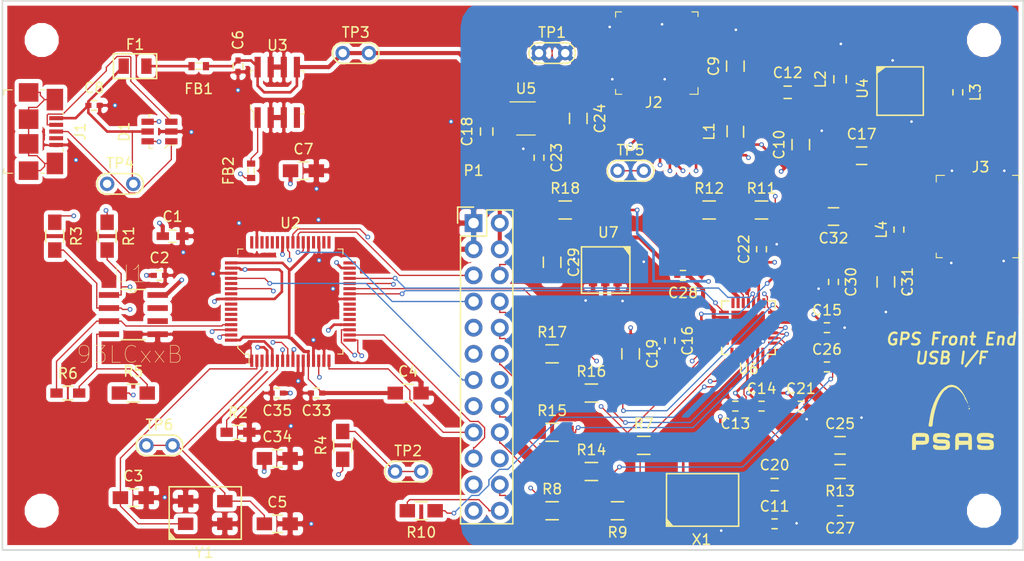
<source format=kicad_pcb>
(kicad_pcb (version 4) (host pcbnew 4.0.5+dfsg1-4~bpo8+1)
  (layers (0 F.Cu signal) (1 In1.Cu signal hide) (2 In2.Cu signal hide) (31 B.Cu signal hide) (34 B.Paste user) (35 F.Paste user) (36 B.SilkS user) (37 F.SilkS user) (38 B.Mask user) (39 F.Mask user) (44 Edge.Cuts user))
  (net 0 "")
  (net 1 /USB_FT2232/VCC3V3)
  (net 2 GND)
  (net 3 "Net-(C3-Pad1)")
  (net 4 /USB_FT2232/VREGOUT)
  (net 5 /USB_FT2232/OSCO)
  (net 6 /MAX_2769/+5V)
  (net 7 /USB_FT2232/VBUS)
  (net 8 "Net-(C12-Pad1)")
  (net 9 /MAX_2769/VCC3V)
  (net 10 "Net-(C12-Pad2)")
  (net 11 "Net-(C17-Pad2)")
  (net 12 "Net-(C20-Pad1)")
  (net 13 "Net-(C20-Pad2)")
  (net 14 "Net-(C23-Pad1)")
  (net 15 "Net-(C25-Pad1)")
  (net 16 "Net-(C26-Pad1)")
  (net 17 /MAX_2769/CLKOUT)
  (net 18 "Net-(C27-Pad1)")
  (net 19 "Net-(C28-Pad1)")
  (net 20 "Net-(C28-Pad2)")
  (net 21 /MAX_2769/MIXIN)
  (net 22 /MAX_2769/ANTBIAS)
  (net 23 "Net-(C32-Pad1)")
  (net 24 /MAX_2769/LNA2)
  (net 25 "Net-(D1-Pad1)")
  (net 26 "Net-(D1-Pad3)")
  (net 27 /USB_FT2232/Data-)
  (net 28 /USB_FT2232/Data+)
  (net 29 "Net-(F1-Pad1)")
  (net 30 "Net-(FB2-Pad2)")
  (net 31 "Net-(J1-Pad4)")
  (net 32 "Net-(J1-Pad6)")
  (net 33 /MAX_2769/LNA1)
  (net 34 /USB_FT2232/D0)
  (net 35 /MAX_2769/D0)
  (net 36 /USB_FT2232/D1)
  (net 37 /MAX_2769/D1)
  (net 38 /USB_FT2232/D2)
  (net 39 /MAX_2769/D2)
  (net 40 /USB_FT2232/D3)
  (net 41 /MAX_2769/D3)
  (net 42 /USB_FT2232/TXE#)
  (net 43 "Net-(P1-Pad14)")
  (net 44 /USB_FT2232/WR#)
  (net 45 /MAX_2769/WR#)
  (net 46 /USB_FT2232/SCLK)
  (net 47 /MAX_2769/SCLK)
  (net 48 /USB_FT2232/SDI)
  (net 49 "Net-(P1-Pad20)")
  (net 50 /USB_FT2232/SDO)
  (net 51 /MAX_2769/SDO)
  (net 52 /USB_FT2232/SCS)
  (net 53 /MAX_2769/SCS)
  (net 54 /USB_FT2232/EECS)
  (net 55 /USB_FT2232/REF)
  (net 56 /USB_FT2232/EECLK)
  (net 57 /USB_FT2232/RESET)
  (net 58 "Net-(R5-Pad2)")
  (net 59 "Net-(R6-Pad1)")
  (net 60 /USB_FT2232/GPIO2)
  (net 61 /MAX_2769/SDATA)
  (net 62 /MAX_2769/CS#)
  (net 63 "Net-(R11-Pad1)")
  (net 64 /MAX_2769/Q1)
  (net 65 /MAX_2769/Q0)
  (net 66 /MAX_2769/I0)
  (net 67 /MAX_2769/I1)
  (net 68 "Net-(U1-Pad6)")
  (net 69 "Net-(U1-Pad7)")
  (net 70 "Net-(U2-Pad21)")
  (net 71 "Net-(U2-Pad22)")
  (net 72 "Net-(U2-Pad23)")
  (net 73 "Net-(U2-Pad24)")
  (net 74 /MAX_2769/ANTFLAG)
  (net 75 /USB_FT2232/GPIO1)
  (net 76 /USB_FT2232/GPIO3)
  (net 77 "Net-(U2-Pad30)")
  (net 78 "Net-(U2-Pad32)")
  (net 79 "Net-(U2-Pad33)")
  (net 80 "Net-(U2-Pad34)")
  (net 81 "Net-(U2-Pad36)")
  (net 82 "Net-(U2-Pad43)")
  (net 83 "Net-(U2-Pad44)")
  (net 84 "Net-(U2-Pad45)")
  (net 85 "Net-(U2-Pad46)")
  (net 86 "Net-(U2-Pad48)")
  (net 87 "Net-(U2-Pad53)")
  (net 88 "Net-(U2-Pad55)")
  (net 89 "Net-(U2-Pad57)")
  (net 90 "Net-(U2-Pad58)")
  (net 91 "Net-(U2-Pad59)")
  (net 92 "Net-(U2-Pad60)")
  (net 93 "Net-(U3-Pad4)")
  (net 94 "Net-(U6-Pad22)")
  (net 95 "Net-(U6-Pad28)")
  (net 96 "Net-(X1-Pad1)")
  (net 97 /MAX_2769/SCLKL)
  (module Mounting_Holes:MountingHole_2.5mm (layer F.Cu) (at 177.8 110.49 270)
    (fp_text reference REF2 hide)
    (fp_text value MountingHole_2.5mm)
    (pad 1 np_thru_hole circle (at 0 0 270) (size 2.5 2.5) (drill 2.5) (layers *.Cu *.Mask))
  )
  (module Mounting_Holes:MountingHole_2.5mm (layer F.Cu) (at 86.36 110.49 270)
    (fp_text reference REF3 hide)
    (fp_text value MountingHole_2.5mm)
    (pad 1 np_thru_hole circle (at 0 0 270) (size 2.5 2.5) (drill 2.5) (layers *.Cu *.Mask))
  )
  (module Mounting_Holes:MountingHole_2.5mm (layer F.Cu) (at 177.8 64.77 270)
    (fp_text reference REF1 hide)
    (fp_text value MountingHole_2.5mm)
    (pad 1 np_thru_hole circle (at 0 0 270) (size 2.5 2.5) (drill 2.5) (layers *.Cu *.Mask))
  )
  (module Capacitors_SMD:C_0603_HandSoldering (layer F.Cu) (at 99.06 83.82)
    (fp_text reference C1 (at 0 -1.9) (layer F.SilkS))
    (fp_text value 1uF)
    (pad 1 smd rect (at -0.95 0) (size 1.2 0.75) (layers F.Cu F.Paste F.Mask) (net 1 /USB_FT2232/VCC3V3))
    (pad 2 smd rect (at 0.95 0) (size 1.2 0.75) (layers F.Cu F.Paste F.Mask) (net 2 GND))
  )
  (module Capacitors_SMD:C_0402 (layer F.Cu) (at 97.79 87.63)
    (fp_text reference C2 (at 0 -1.7) (layer F.SilkS))
    (fp_text value .1uF)
    (pad 1 smd rect (at -0.55 0) (size 0.6 0.5) (layers F.Cu F.Paste F.Mask) (net 1 /USB_FT2232/VCC3V3))
    (pad 2 smd rect (at 0.55 0) (size 0.6 0.5) (layers F.Cu F.Paste F.Mask) (net 2 GND))
  )
  (module Capacitors_SMD:C_0805_HandSoldering (layer F.Cu) (at 95.25 109.22)
    (fp_text reference C3 (at 0 -2.1) (layer F.SilkS))
    (fp_text value 10pF)
    (pad 1 smd rect (at -1.25 0) (size 1.5 1.25) (layers F.Cu F.Paste F.Mask) (net 3 "Net-(C3-Pad1)"))
    (pad 2 smd rect (at 1.25 0) (size 1.5 1.25) (layers F.Cu F.Paste F.Mask) (net 2 GND))
  )
  (module Capacitors_SMD:C_0805_HandSoldering (layer F.Cu) (at 121.92 99.06)
    (fp_text reference C4 (at 0 -2.1) (layer F.SilkS))
    (fp_text value 3.3uF)
    (pad 1 smd rect (at -1.25 0) (size 1.5 1.25) (layers F.Cu F.Paste F.Mask) (net 4 /USB_FT2232/VREGOUT))
    (pad 2 smd rect (at 1.25 0) (size 1.5 1.25) (layers F.Cu F.Paste F.Mask) (net 2 GND))
  )
  (module Capacitors_SMD:C_0805_HandSoldering (layer F.Cu) (at 109.22 111.76)
    (fp_text reference C5 (at 0 -2.1) (layer F.SilkS))
    (fp_text value 10pF)
    (pad 1 smd rect (at -1.25 0) (size 1.5 1.25) (layers F.Cu F.Paste F.Mask) (net 5 /USB_FT2232/OSCO))
    (pad 2 smd rect (at 1.25 0) (size 1.5 1.25) (layers F.Cu F.Paste F.Mask) (net 2 GND))
  )
  (module Capacitors_SMD:C_0402 (layer F.Cu) (at 105.41 67.31 270)
    (fp_text reference C6 (at -2.54 0 270) (layer F.SilkS))
    (fp_text value .1uF)
    (pad 1 smd rect (at -0.55 0 270) (size 0.6 0.5) (layers F.Cu F.Paste F.Mask) (net 6 /MAX_2769/+5V))
    (pad 2 smd rect (at 0.55 0 270) (size 0.6 0.5) (layers F.Cu F.Paste F.Mask) (net 2 GND))
  )
  (module Capacitors_SMD:C_0805_HandSoldering (layer F.Cu) (at 111.76 77.47)
    (fp_text reference C7 (at 0 -2.1) (layer F.SilkS))
    (fp_text value 2.2uF)
    (pad 1 smd rect (at -1.25 0) (size 1.5 1.25) (layers F.Cu F.Paste F.Mask) (net 1 /USB_FT2232/VCC3V3))
    (pad 2 smd rect (at 1.25 0) (size 1.5 1.25) (layers F.Cu F.Paste F.Mask) (net 2 GND))
  )
  (module Capacitors_SMD:C_0402 (layer F.Cu) (at 91.44 71.12)
    (fp_text reference C8 (at 0 -1.7) (layer F.SilkS))
    (fp_text value .1uF)
    (pad 1 smd rect (at -0.55 0) (size 0.6 0.5) (layers F.Cu F.Paste F.Mask) (net 7 /USB_FT2232/VBUS))
    (pad 2 smd rect (at 0.55 0) (size 0.6 0.5) (layers F.Cu F.Paste F.Mask) (net 2 GND))
  )
  (module Capacitors_SMD:C_0805_HandSoldering (layer F.Cu) (at 153.67 67.31 90)
    (fp_text reference C9 (at 0 -2.1 90) (layer F.SilkS))
    (fp_text value NC)
    (pad 1 smd rect (at -1.25 0 90) (size 1.5 1.25) (layers F.Cu F.Paste F.Mask) (net 8 "Net-(C12-Pad1)"))
    (pad 2 smd rect (at 1.25 0 90) (size 1.5 1.25) (layers F.Cu F.Paste F.Mask) (net 2 GND))
  )
  (module Capacitors_SMD:C_0805_HandSoldering (layer F.Cu) (at 160.02 74.93 90)
    (fp_text reference C10 (at 0 -2.1 90) (layer F.SilkS))
    (fp_text value NC)
    (pad 1 smd rect (at -1.25 0 90) (size 1.5 1.25) (layers F.Cu F.Paste F.Mask) (net 9 /MAX_2769/VCC3V))
    (pad 2 smd rect (at 1.25 0 90) (size 1.5 1.25) (layers F.Cu F.Paste F.Mask) (net 2 GND))
  )
  (module Capacitors_SMD:C_0402 (layer F.Cu) (at 157.48 111.76)
    (fp_text reference C11 (at 0 -1.7) (layer F.SilkS))
    (fp_text value .1uF)
    (pad 1 smd rect (at -0.55 0) (size 0.6 0.5) (layers F.Cu F.Paste F.Mask) (net 9 /MAX_2769/VCC3V))
    (pad 2 smd rect (at 0.55 0) (size 0.6 0.5) (layers F.Cu F.Paste F.Mask) (net 2 GND))
  )
  (module Capacitors_SMD:C_0603_HandSoldering (layer F.Cu) (at 158.75 69.85)
    (fp_text reference C12 (at 0 -1.9) (layer F.SilkS))
    (fp_text value 33pF)
    (pad 1 smd rect (at -0.95 0) (size 1.2 0.75) (layers F.Cu F.Paste F.Mask) (net 8 "Net-(C12-Pad1)"))
    (pad 2 smd rect (at 0.95 0) (size 1.2 0.75) (layers F.Cu F.Paste F.Mask) (net 10 "Net-(C12-Pad2)"))
  )
  (module Capacitors_SMD:C_0402 (layer F.Cu) (at 153.67 100.33 180)
    (fp_text reference C13 (at 0 -1.7 180) (layer F.SilkS))
    (fp_text value .1uF)
    (pad 1 smd rect (at -0.55 0 180) (size 0.6 0.5) (layers F.Cu F.Paste F.Mask) (net 9 /MAX_2769/VCC3V))
    (pad 2 smd rect (at 0.55 0 180) (size 0.6 0.5) (layers F.Cu F.Paste F.Mask) (net 2 GND))
  )
  (module Capacitors_SMD:C_0402 (layer F.Cu) (at 156.21 100.33)
    (fp_text reference C14 (at 0 -1.7) (layer F.SilkS))
    (fp_text value .1uF)
    (pad 1 smd rect (at -0.55 0) (size 0.6 0.5) (layers F.Cu F.Paste F.Mask) (net 9 /MAX_2769/VCC3V))
    (pad 2 smd rect (at 0.55 0) (size 0.6 0.5) (layers F.Cu F.Paste F.Mask) (net 2 GND))
  )
  (module Capacitors_SMD:C_0402 (layer F.Cu) (at 162.56 92.71)
    (fp_text reference C15 (at 0 -1.7) (layer F.SilkS))
    (fp_text value .1uF)
    (pad 1 smd rect (at -0.55 0) (size 0.6 0.5) (layers F.Cu F.Paste F.Mask) (net 9 /MAX_2769/VCC3V))
    (pad 2 smd rect (at 0.55 0) (size 0.6 0.5) (layers F.Cu F.Paste F.Mask) (net 2 GND))
  )
  (module Capacitors_SMD:C_0402 (layer F.Cu) (at 147.32 93.98 270)
    (fp_text reference C16 (at 0 -1.7 270) (layer F.SilkS))
    (fp_text value .1uF)
    (pad 1 smd rect (at -0.55 0 270) (size 0.6 0.5) (layers F.Cu F.Paste F.Mask) (net 9 /MAX_2769/VCC3V))
    (pad 2 smd rect (at 0.55 0 270) (size 0.6 0.5) (layers F.Cu F.Paste F.Mask) (net 2 GND))
  )
  (module Capacitors_SMD:C_0805_HandSoldering (layer F.Cu) (at 165.9255 76.0095)
    (fp_text reference C17 (at 0 -2.1) (layer F.SilkS))
    (fp_text value 100pF)
    (pad 1 smd rect (at -1.25 0) (size 1.5 1.25) (layers F.Cu F.Paste F.Mask) (net 10 "Net-(C12-Pad2)"))
    (pad 2 smd rect (at 1.25 0) (size 1.5 1.25) (layers F.Cu F.Paste F.Mask) (net 11 "Net-(C17-Pad2)"))
  )
  (module Capacitors_SMD:C_0603_HandSoldering (layer F.Cu) (at 129.54 73.66 90)
    (fp_text reference C18 (at 0 -1.9 90) (layer F.SilkS))
    (fp_text value 1uF)
    (pad 1 smd rect (at -0.95 0 90) (size 1.2 0.75) (layers F.Cu F.Paste F.Mask) (net 6 /MAX_2769/+5V))
    (pad 2 smd rect (at 0.95 0 90) (size 1.2 0.75) (layers F.Cu F.Paste F.Mask) (net 2 GND))
  )
  (module Capacitors_SMD:C_0805_HandSoldering (layer F.Cu) (at 143.51 95.25 270)
    (fp_text reference C19 (at 0 -2.1 270) (layer F.SilkS))
    (fp_text value .1nF)
    (pad 1 smd rect (at -1.25 0 270) (size 1.5 1.25) (layers F.Cu F.Paste F.Mask) (net 9 /MAX_2769/VCC3V))
    (pad 2 smd rect (at 1.25 0 270) (size 1.5 1.25) (layers F.Cu F.Paste F.Mask) (net 2 GND))
  )
  (module Capacitors_SMD:C_0603_HandSoldering (layer F.Cu) (at 157.48 107.95)
    (fp_text reference C20 (at 0 -1.9) (layer F.SilkS))
    (fp_text value 3300pF)
    (pad 1 smd rect (at -0.95 0) (size 1.2 0.75) (layers F.Cu F.Paste F.Mask) (net 12 "Net-(C20-Pad1)"))
    (pad 2 smd rect (at 0.95 0) (size 1.2 0.75) (layers F.Cu F.Paste F.Mask) (net 13 "Net-(C20-Pad2)"))
  )
  (module Capacitors_SMD:C_0402 (layer F.Cu) (at 160.02 100.33)
    (fp_text reference C21 (at 0 -1.7) (layer F.SilkS))
    (fp_text value .1uF)
    (pad 1 smd rect (at -0.55 0) (size 0.6 0.5) (layers F.Cu F.Paste F.Mask) (net 9 /MAX_2769/VCC3V))
    (pad 2 smd rect (at 0.55 0) (size 0.6 0.5) (layers F.Cu F.Paste F.Mask) (net 2 GND))
  )
  (module Capacitors_SMD:C_0402 (layer F.Cu) (at 156.21 85.09 90)
    (fp_text reference C22 (at 0 -1.7 90) (layer F.SilkS))
    (fp_text value .1uF)
    (pad 1 smd rect (at -0.55 0 90) (size 0.6 0.5) (layers F.Cu F.Paste F.Mask) (net 9 /MAX_2769/VCC3V))
    (pad 2 smd rect (at 0.55 0 90) (size 0.6 0.5) (layers F.Cu F.Paste F.Mask) (net 2 GND))
  )
  (module Capacitors_SMD:C_0402 (layer F.Cu) (at 134.62 76.2 270)
    (fp_text reference C23 (at 0 -1.7 270) (layer F.SilkS))
    (fp_text value .1uF)
    (pad 1 smd rect (at -0.55 0 270) (size 0.6 0.5) (layers F.Cu F.Paste F.Mask) (net 14 "Net-(C23-Pad1)"))
    (pad 2 smd rect (at 0.55 0 270) (size 0.6 0.5) (layers F.Cu F.Paste F.Mask) (net 2 GND))
  )
  (module Capacitors_SMD:C_0805_HandSoldering (layer F.Cu) (at 138.43 72.39 270)
    (fp_text reference C24 (at 0 -2.1 270) (layer F.SilkS))
    (fp_text value 10uF)
    (pad 1 smd rect (at -1.25 0 270) (size 1.5 1.25) (layers F.Cu F.Paste F.Mask) (net 9 /MAX_2769/VCC3V))
    (pad 2 smd rect (at 1.25 0 270) (size 1.5 1.25) (layers F.Cu F.Paste F.Mask) (net 2 GND))
  )
  (module Capacitors_SMD:C_0805_HandSoldering (layer F.Cu) (at 163.83 104.14)
    (fp_text reference C25 (at 0 -2.1) (layer F.SilkS))
    (fp_text value 27pF)
    (pad 1 smd rect (at -1.25 0) (size 1.5 1.25) (layers F.Cu F.Paste F.Mask) (net 15 "Net-(C25-Pad1)"))
    (pad 2 smd rect (at 1.25 0) (size 1.5 1.25) (layers F.Cu F.Paste F.Mask) (net 2 GND))
  )
  (module Capacitors_SMD:C_0402 (layer F.Cu) (at 162.56 96.52)
    (fp_text reference C26 (at 0 -1.7) (layer F.SilkS))
    (fp_text value 10nF)
    (pad 1 smd rect (at -0.55 0) (size 0.6 0.5) (layers F.Cu F.Paste F.Mask) (net 16 "Net-(C26-Pad1)"))
    (pad 2 smd rect (at 0.55 0) (size 0.6 0.5) (layers F.Cu F.Paste F.Mask) (net 17 /MAX_2769/CLKOUT))
  )
  (module Capacitors_SMD:C_0402 (layer F.Cu) (at 163.83 110.49 180)
    (fp_text reference C27 (at 0 -1.7 180) (layer F.SilkS))
    (fp_text value 470pF)
    (pad 1 smd rect (at -0.55 0 180) (size 0.6 0.5) (layers F.Cu F.Paste F.Mask) (net 18 "Net-(C27-Pad1)"))
    (pad 2 smd rect (at 0.55 0 180) (size 0.6 0.5) (layers F.Cu F.Paste F.Mask) (net 2 GND))
  )
  (module Capacitors_SMD:C_0402 (layer F.Cu) (at 148.59 87.63 180)
    (fp_text reference C28 (at 0 -1.7 180) (layer F.SilkS))
    (fp_text value .47nF)
    (pad 1 smd rect (at -0.55 0 180) (size 0.6 0.5) (layers F.Cu F.Paste F.Mask) (net 19 "Net-(C28-Pad1)"))
    (pad 2 smd rect (at 0.55 0 180) (size 0.6 0.5) (layers F.Cu F.Paste F.Mask) (net 20 "Net-(C28-Pad2)"))
  )
  (module Capacitors_SMD:C_0805_HandSoldering (layer F.Cu) (at 135.89 86.36 270)
    (fp_text reference C29 (at 0 -2.1 270) (layer F.SilkS))
    (fp_text value NC)
    (pad 1 smd rect (at -1.25 0 270) (size 1.5 1.25) (layers F.Cu F.Paste F.Mask) (net 20 "Net-(C28-Pad2)"))
    (pad 2 smd rect (at 1.25 0 270) (size 1.5 1.25) (layers F.Cu F.Paste F.Mask) (net 21 /MAX_2769/MIXIN))
  )
  (module Capacitors_SMD:C_0402 (layer F.Cu) (at 163.195 88.265 270)
    (fp_text reference C30 (at 0 -1.7 270) (layer F.SilkS))
    (fp_text value .1uF)
    (pad 1 smd rect (at -0.55 0 270) (size 0.6 0.5) (layers F.Cu F.Paste F.Mask) (net 22 /MAX_2769/ANTBIAS))
    (pad 2 smd rect (at 0.55 0 270) (size 0.6 0.5) (layers F.Cu F.Paste F.Mask) (net 2 GND))
  )
  (module Capacitors_SMD:C_0805_HandSoldering (layer F.Cu) (at 168.275 88.265 270)
    (fp_text reference C31 (at 0 -2.1 270) (layer F.SilkS))
    (fp_text value 100pF)
    (pad 1 smd rect (at -1.25 0 270) (size 1.5 1.25) (layers F.Cu F.Paste F.Mask) (net 22 /MAX_2769/ANTBIAS))
    (pad 2 smd rect (at 1.25 0 270) (size 1.5 1.25) (layers F.Cu F.Paste F.Mask) (net 2 GND))
  )
  (module Capacitors_SMD:C_0805_HandSoldering (layer F.Cu) (at 163.195 81.915 180)
    (fp_text reference C32 (at 0 -2.1 180) (layer F.SilkS))
    (fp_text value 100pF)
    (pad 1 smd rect (at -1.25 0 180) (size 1.5 1.25) (layers F.Cu F.Paste F.Mask) (net 23 "Net-(C32-Pad1)"))
    (pad 2 smd rect (at 1.25 0 180) (size 1.5 1.25) (layers F.Cu F.Paste F.Mask) (net 24 /MAX_2769/LNA2))
  )
  (module digikey-footprints:SOT23-6L (layer F.Cu) (at 97.79 73.66 90)
    (fp_text reference D1 (at -0.025 -3.425 90) (layer F.SilkS))
    (fp_text value USBLC6-2SC6)
    (pad 1 smd rect (at -0.95 1.15 90) (size 0.6 1.2) (layers F.Cu F.Paste F.Mask) (net 25 "Net-(D1-Pad1)"))
    (pad 2 smd rect (at 0 1.15 90) (size 0.6 1.2) (layers F.Cu F.Paste F.Mask) (net 2 GND))
    (pad 3 smd rect (at 0.95 1.15 90) (size 0.6 1.2) (layers F.Cu F.Paste F.Mask) (net 26 "Net-(D1-Pad3)"))
    (pad 4 smd rect (at 0.95 -1.15 90) (size 0.6 1.2) (layers F.Cu F.Paste F.Mask) (net 27 /USB_FT2232/Data-))
    (pad 5 smd rect (at 0 -1.15 90) (size 0.6 1.2) (layers F.Cu F.Paste F.Mask) (net 7 /USB_FT2232/VBUS))
    (pad 6 smd rect (at -0.95 -1.15 90) (size 0.6 1.2) (layers F.Cu F.Paste F.Mask) (net 28 /USB_FT2232/Data+))
  )
  (module fuse:0805L_Littelfuse (layer F.Cu) (at 96.52 67.31 180)
    (fp_text reference F1 (at 1.1 2.1 180) (layer F.SilkS))
    (fp_text value Polyfuse_Small)
    (pad 1 smd rect (at 0 0 180) (size 1 1.5) (layers F.Cu F.Paste F.Mask) (net 29 "Net-(F1-Pad1)"))
    (pad 2 smd rect (at 2.2 0 180) (size 1 1.5) (layers F.Cu F.Paste F.Mask) (net 7 /USB_FT2232/VBUS))
  )
  (module digikey-footprints:0603 (layer F.Cu) (at 101.6 67.31 180)
    (fp_text reference FB1 (at 0 -2.2 180) (layer F.SilkS))
    (fp_text value BLM18PG471SN1D)
    (pad 2 smd rect (at 0.7 0 180) (size 0.6 0.8) (layers F.Cu F.Paste F.Mask) (net 29 "Net-(F1-Pad1)"))
    (pad 1 smd rect (at -0.7 0 180) (size 0.6 0.8) (layers F.Cu F.Paste F.Mask) (net 6 /MAX_2769/+5V))
  )
  (module digikey-footprints:0603 (layer F.Cu) (at 106.68 77.47 90)
    (fp_text reference FB2 (at 0 -2.2 90) (layer F.SilkS))
    (fp_text value BLM18PG471SN1D)
    (pad 2 smd rect (at 0.7 0 90) (size 0.6 0.8) (layers F.Cu F.Paste F.Mask) (net 30 "Net-(FB2-Pad2)"))
    (pad 1 smd rect (at -0.7 0 90) (size 0.6 0.8) (layers F.Cu F.Paste F.Mask) (net 1 /USB_FT2232/VCC3V3))
  )
  (module digikey-footprints:USB_Micro_B_Female_10118192 (layer F.Cu) (at 85.09 73.66 270)
    (fp_text reference J1 (at 0 -5 270) (layer F.SilkS))
    (fp_text value 10118192-0001LF)
    (pad 3 smd rect (at 0 -2.675 270) (size 0.4 1.35) (layers F.Cu F.Paste F.Mask) (net 25 "Net-(D1-Pad1)"))
    (pad 2 smd rect (at -0.65 -2.675 270) (size 0.4 1.35) (layers F.Cu F.Paste F.Mask) (net 26 "Net-(D1-Pad3)"))
    (pad 5 smd rect (at 1.3 -2.675 270) (size 0.4 1.35) (layers F.Cu F.Paste F.Mask) (net 2 GND))
    (pad 4 smd rect (at 0.65 -2.675 270) (size 0.4 1.35) (layers F.Cu F.Paste F.Mask) (net 31 "Net-(J1-Pad4)"))
    (pad 1 smd rect (at -1.3 -2.675 270) (size 0.4 1.35) (layers F.Cu F.Paste F.Mask) (net 7 /USB_FT2232/VBUS))
    (pad 6 smd rect (at 3.1 -2.55 270) (size 2.1 1.6) (layers F.Cu F.Paste F.Mask) (net 32 "Net-(J1-Pad6)"))
    (pad 6 smd rect (at -3.1 -2.55 270) (size 2.1 1.6) (layers F.Cu F.Paste F.Mask) (net 32 "Net-(J1-Pad6)"))
    (pad 6 smd rect (at 1.2 0 270) (size 1.9 1.9) (layers F.Cu F.Paste F.Mask) (net 32 "Net-(J1-Pad6)"))
    (pad 6 smd rect (at -1.2 0 270) (size 1.9 1.9) (layers F.Cu F.Paste F.Mask) (net 32 "Net-(J1-Pad6)"))
    (pad 6 smd rect (at 3.8 0 270) (size 1.8 1.9) (layers F.Cu F.Paste F.Mask) (net 32 "Net-(J1-Pad6)"))
    (pad 6 smd rect (at -3.8 0 270) (size 1.8 1.9) (layers F.Cu F.Paste F.Mask) (net 32 "Net-(J1-Pad6)"))
  )
  (module digikey-footprints:RF_SMA_Receptical_Vertical_CONSMA001-SMD-G (layer F.Cu) (at 146.05 66.04 180)
    (fp_text reference J2 (at 0.3 -4.8 180) (layer F.SilkS))
    (fp_text value "Edge Launch SMA")
    (pad 1 smd rect (at -2.55 2.55 180) (size 1.5 1.5) (layers F.Cu F.Paste F.Mask) (net 2 GND))
    (pad 1 smd rect (at -2.55 -2.55 180) (size 1.5 1.5) (layers F.Cu F.Paste F.Mask) (net 2 GND))
    (pad 1 smd rect (at 2.55 -2.55 180) (size 1.5 1.5) (layers F.Cu F.Paste F.Mask) (net 2 GND))
    (pad 1 smd rect (at 2.55 2.55 180) (size 1.5 1.5) (layers F.Cu F.Paste F.Mask) (net 2 GND))
    (pad 2 smd circle (at 0.025 -0.1 180) (size 2.05 2.05) (layers F.Cu F.Paste F.Mask) (net 8 "Net-(C12-Pad1)"))
  )
  (module digikey-footprints:RF_SMA_Receptical_Vertical_CONSMA001-SMD-G (layer F.Cu) (at 177.165 81.915)
    (fp_text reference J3 (at 0.3 -4.8) (layer F.SilkS))
    (fp_text value "Edge Launch SMA")
    (pad 1 smd rect (at -2.55 2.55) (size 1.5 1.5) (layers F.Cu F.Paste F.Mask) (net 2 GND))
    (pad 1 smd rect (at -2.55 -2.55) (size 1.5 1.5) (layers F.Cu F.Paste F.Mask) (net 2 GND))
    (pad 1 smd rect (at 2.55 -2.55) (size 1.5 1.5) (layers F.Cu F.Paste F.Mask) (net 2 GND))
    (pad 1 smd rect (at 2.55 2.55) (size 1.5 1.5) (layers F.Cu F.Paste F.Mask) (net 2 GND))
    (pad 2 smd circle (at 0.025 -0.1) (size 2.05 2.05) (layers F.Cu F.Paste F.Mask) (net 23 "Net-(C32-Pad1)"))
  )
  (module Choke_SMD:Choke_SMD_1206_Handsoldering (layer F.Cu) (at 153.67 73.66 90)
    (fp_text reference L1 (at 0 -2.54 90) (layer F.SilkS))
    (fp_text value NC)
    (pad 1 smd rect (at -2.30124 0 90) (size 2.59842 1.19888) (layers F.Cu F.Paste F.Mask) (net 9 /MAX_2769/VCC3V))
    (pad 2 smd rect (at 2.30124 0 90) (size 2.60096 1.19888) (layers F.Cu F.Paste F.Mask) (net 8 "Net-(C12-Pad1)"))
  )
  (module Capacitors_SMD:C_0603_HandSoldering (layer F.Cu) (at 163.83 68.58 90)
    (fp_text reference L2 (at 0 -1.9 90) (layer F.SilkS))
    (fp_text value 6.2nH)
    (pad 1 smd rect (at -0.95 0 90) (size 1.2 0.75) (layers F.Cu F.Paste F.Mask) (net 10 "Net-(C12-Pad2)"))
    (pad 2 smd rect (at 0.95 0 90) (size 1.2 0.75) (layers F.Cu F.Paste F.Mask) (net 2 GND))
  )
  (module Capacitors_SMD:C_0402 (layer F.Cu) (at 175.26 69.85 270)
    (fp_text reference L3 (at 0 -1.7 270) (layer F.SilkS))
    (fp_text value 4.3nH)
    (pad 1 smd rect (at -0.55 0 270) (size 0.6 0.5) (layers F.Cu F.Paste F.Mask) (net 11 "Net-(C17-Pad2)"))
    (pad 2 smd rect (at 0.55 0 270) (size 0.6 0.5) (layers F.Cu F.Paste F.Mask) (net 33 /MAX_2769/LNA1))
  )
  (module Capacitors_SMD:C_0402 (layer F.Cu) (at 169.545 83.185 90)
    (fp_text reference L4 (at 0 -1.7 90) (layer F.SilkS))
    (fp_text value 33nH)
    (pad 1 smd rect (at -0.55 0 90) (size 0.6 0.5) (layers F.Cu F.Paste F.Mask) (net 22 /MAX_2769/ANTBIAS))
    (pad 2 smd rect (at 0.55 0 90) (size 0.6 0.5) (layers F.Cu F.Paste F.Mask) (net 23 "Net-(C32-Pad1)"))
  )
  (module Resistors_SMD:R_0805_HandSoldering (layer F.Cu) (at 92.71 83.82 270)
    (fp_text reference R1 (at 0 -2.1 270) (layer F.SilkS))
    (fp_text value 10K)
    (pad 1 smd rect (at -1.35 0 270) (size 1.5 1.3) (layers F.Cu F.Paste F.Mask) (net 1 /USB_FT2232/VCC3V3))
    (pad 2 smd rect (at 1.35 0 270) (size 1.5 1.3) (layers F.Cu F.Paste F.Mask) (net 54 /USB_FT2232/EECS))
  )
  (module Resistors_SMD:R_0603_HandSoldering (layer F.Cu) (at 105.41 102.87)
    (fp_text reference R2 (at 0 -1.9) (layer F.SilkS))
    (fp_text value 12.0K)
    (pad 1 smd rect (at -1.1 0) (size 1.2 0.9) (layers F.Cu F.Paste F.Mask) (net 55 /USB_FT2232/REF))
    (pad 2 smd rect (at 1.1 0) (size 1.2 0.9) (layers F.Cu F.Paste F.Mask) (net 2 GND))
  )
  (module Resistors_SMD:R_0805_HandSoldering (layer F.Cu) (at 87.63 83.82 270)
    (fp_text reference R3 (at 0 -2.1 270) (layer F.SilkS))
    (fp_text value 10K)
    (pad 1 smd rect (at -1.35 0 270) (size 1.5 1.3) (layers F.Cu F.Paste F.Mask) (net 1 /USB_FT2232/VCC3V3))
    (pad 2 smd rect (at 1.35 0 270) (size 1.5 1.3) (layers F.Cu F.Paste F.Mask) (net 56 /USB_FT2232/EECLK))
  )
  (module Resistors_SMD:R_0805_HandSoldering (layer F.Cu) (at 115.57 104.14 90)
    (fp_text reference R4 (at 0 -2.1 90) (layer F.SilkS))
    (fp_text value 10K)
    (pad 1 smd rect (at -1.35 0 90) (size 1.5 1.3) (layers F.Cu F.Paste F.Mask) (net 1 /USB_FT2232/VCC3V3))
    (pad 2 smd rect (at 1.35 0 90) (size 1.5 1.3) (layers F.Cu F.Paste F.Mask) (net 57 /USB_FT2232/RESET))
  )
  (module Resistors_SMD:R_0805_HandSoldering (layer F.Cu) (at 95.25 99.06)
    (fp_text reference R5 (at 0 -2.1) (layer F.SilkS))
    (fp_text value 10K)
    (pad 1 smd rect (at -1.35 0) (size 1.5 1.3) (layers F.Cu F.Paste F.Mask) (net 1 /USB_FT2232/VCC3V3))
    (pad 2 smd rect (at 1.35 0) (size 1.5 1.3) (layers F.Cu F.Paste F.Mask) (net 58 "Net-(R5-Pad2)"))
  )
  (module Resistors_SMD:R_0603_HandSoldering (layer F.Cu) (at 88.9 99.06)
    (fp_text reference R6 (at 0 -1.9) (layer F.SilkS))
    (fp_text value 2K)
    (pad 1 smd rect (at -1.1 0) (size 1.2 0.9) (layers F.Cu F.Paste F.Mask) (net 59 "Net-(R6-Pad1)"))
    (pad 2 smd rect (at 1.1 0) (size 1.2 0.9) (layers F.Cu F.Paste F.Mask) (net 58 "Net-(R5-Pad2)"))
  )
  (module Resistors_SMD:R_0805_HandSoldering (layer F.Cu) (at 144.78 104.14)
    (fp_text reference R7 (at 0 -2.1) (layer F.SilkS))
    (fp_text value 10K)
    (pad 1 smd rect (at -1.35 0) (size 1.5 1.3) (layers F.Cu F.Paste F.Mask) (net 60 /USB_FT2232/GPIO2))
    (pad 2 smd rect (at 1.35 0) (size 1.5 1.3) (layers F.Cu F.Paste F.Mask) (net 9 /MAX_2769/VCC3V))
  )
  (module Resistors_SMD:R_0805_HandSoldering (layer F.Cu) (at 135.89 110.49)
    (fp_text reference R8 (at 0 -2.1) (layer F.SilkS))
    (fp_text value 0)
    (pad 1 smd rect (at -1.35 0) (size 1.5 1.3) (layers F.Cu F.Paste F.Mask) (net 97 /MAX_2769/SCLKL))
    (pad 2 smd rect (at 1.35 0) (size 1.5 1.3) (layers F.Cu F.Paste F.Mask) (net 47 /MAX_2769/SCLK))
  )
  (module Resistors_SMD:R_0805_HandSoldering (layer F.Cu) (at 142.24 110.49 180)
    (fp_text reference R9 (at 0 -2.1 180) (layer F.SilkS))
    (fp_text value 0)
    (pad 1 smd rect (at -1.35 0 180) (size 1.5 1.3) (layers F.Cu F.Paste F.Mask) (net 61 /MAX_2769/SDATA))
    (pad 2 smd rect (at 1.35 0 180) (size 1.5 1.3) (layers F.Cu F.Paste F.Mask) (net 51 /MAX_2769/SDO))
  )
  (module Resistors_SMD:R_0805_HandSoldering (layer F.Cu) (at 123.19 110.49 180)
    (fp_text reference R10 (at 0 -2.1 180) (layer F.SilkS))
    (fp_text value 0)
    (pad 1 smd rect (at -1.35 0 180) (size 1.5 1.3) (layers F.Cu F.Paste F.Mask) (net 62 /MAX_2769/CS#))
    (pad 2 smd rect (at 1.35 0 180) (size 1.5 1.3) (layers F.Cu F.Paste F.Mask) (net 53 /MAX_2769/SCS))
  )
  (module Resistors_SMD:R_0805_HandSoldering (layer F.Cu) (at 156.21 81.28)
    (fp_text reference R11 (at 0 -2.1) (layer F.SilkS))
    (fp_text value NC)
    (pad 1 smd rect (at -1.35 0) (size 1.5 1.3) (layers F.Cu F.Paste F.Mask) (net 63 "Net-(R11-Pad1)"))
    (pad 2 smd rect (at 1.35 0) (size 1.5 1.3) (layers F.Cu F.Paste F.Mask) (net 9 /MAX_2769/VCC3V))
  )
  (module Resistors_SMD:R_0805_HandSoldering (layer F.Cu) (at 151.13 81.28)
    (fp_text reference R12 (at 0 -2.1) (layer F.SilkS))
    (fp_text value 0)
    (pad 1 smd rect (at -1.35 0) (size 1.5 1.3) (layers F.Cu F.Paste F.Mask) (net 2 GND))
    (pad 2 smd rect (at 1.35 0) (size 1.5 1.3) (layers F.Cu F.Paste F.Mask) (net 63 "Net-(R11-Pad1)"))
  )
  (module Resistors_SMD:R_0603_HandSoldering (layer F.Cu) (at 163.83 106.68 180)
    (fp_text reference R13 (at 0 -1.9 180) (layer F.SilkS))
    (fp_text value 20K)
    (pad 1 smd rect (at -1.1 0 180) (size 1.2 0.9) (layers F.Cu F.Paste F.Mask) (net 18 "Net-(C27-Pad1)"))
    (pad 2 smd rect (at 1.1 0 180) (size 1.2 0.9) (layers F.Cu F.Paste F.Mask) (net 15 "Net-(C25-Pad1)"))
  )
  (module Resistors_SMD:R_0805_HandSoldering (layer F.Cu) (at 139.7 106.68)
    (fp_text reference R14 (at 0 -2.1) (layer F.SilkS))
    (fp_text value 0)
    (pad 1 smd rect (at -1.35 0) (size 1.5 1.3) (layers F.Cu F.Paste F.Mask) (net 45 /MAX_2769/WR#))
    (pad 2 smd rect (at 1.35 0) (size 1.5 1.3) (layers F.Cu F.Paste F.Mask) (net 17 /MAX_2769/CLKOUT))
  )
  (module Resistors_SMD:R_0805_HandSoldering (layer F.Cu) (at 135.89 102.87)
    (fp_text reference R15 (at 0 -2.1) (layer F.SilkS))
    (fp_text value 0)
    (pad 1 smd rect (at -1.35 0) (size 1.5 1.3) (layers F.Cu F.Paste F.Mask) (net 41 /MAX_2769/D3))
    (pad 2 smd rect (at 1.35 0) (size 1.5 1.3) (layers F.Cu F.Paste F.Mask) (net 64 /MAX_2769/Q1))
  )
  (module Resistors_SMD:R_0805_HandSoldering (layer F.Cu) (at 139.7 99.06)
    (fp_text reference R16 (at 0 -2.1) (layer F.SilkS))
    (fp_text value 0)
    (pad 1 smd rect (at -1.35 0) (size 1.5 1.3) (layers F.Cu F.Paste F.Mask) (net 39 /MAX_2769/D2))
    (pad 2 smd rect (at 1.35 0) (size 1.5 1.3) (layers F.Cu F.Paste F.Mask) (net 65 /MAX_2769/Q0))
  )
  (module Resistors_SMD:R_0805_HandSoldering (layer F.Cu) (at 135.89 95.25)
    (fp_text reference R17 (at 0 -2.1) (layer F.SilkS))
    (fp_text value 0)
    (pad 1 smd rect (at -1.35 0) (size 1.5 1.3) (layers F.Cu F.Paste F.Mask) (net 37 /MAX_2769/D1))
    (pad 2 smd rect (at 1.35 0) (size 1.5 1.3) (layers F.Cu F.Paste F.Mask) (net 66 /MAX_2769/I0))
  )
  (module Resistors_SMD:R_0805_HandSoldering (layer F.Cu) (at 137.16 81.28)
    (fp_text reference R18 (at 0 -2.1) (layer F.SilkS))
    (fp_text value 0)
    (pad 1 smd rect (at -1.35 0) (size 1.5 1.3) (layers F.Cu F.Paste F.Mask) (net 35 /MAX_2769/D0))
    (pad 2 smd rect (at 1.35 0) (size 1.5 1.3) (layers F.Cu F.Paste F.Mask) (net 67 /MAX_2769/I1))
  )
  (module Measurement_Points:Test_Point (layer F.Cu) (at 134.62 66.04)
    (fp_text reference TP1 (at 1.27 -2) (layer F.SilkS))
    (fp_text value TEST)
    (pad 1 thru_hole circle (at 0 0) (size 1.4 1.4) (drill 0.8128) (layers *.Cu *.Mask) (net 2 GND))
    (pad 1 thru_hole circle (at 2.54 0) (size 1.4 1.4) (drill 0.8128) (layers *.Cu *.Mask) (net 2 GND))
  )
  (module Measurement_Points:Test_Point (layer F.Cu) (at 120.65 106.68)
    (fp_text reference TP2 (at 1.27 -2) (layer F.SilkS))
    (fp_text value TEST)
    (pad 1 thru_hole circle (at 0 0) (size 1.4 1.4) (drill 0.8128) (layers *.Cu *.Mask) (net 57 /USB_FT2232/RESET))
    (pad 1 thru_hole circle (at 2.54 0) (size 1.4 1.4) (drill 0.8128) (layers *.Cu *.Mask) (net 57 /USB_FT2232/RESET))
  )
  (module Measurement_Points:Test_Point (layer F.Cu) (at 115.57 66.04)
    (fp_text reference TP3 (at 1.27 -2) (layer F.SilkS))
    (fp_text value TEST)
    (pad 1 thru_hole circle (at 0 0) (size 1.4 1.4) (drill 0.8128) (layers *.Cu *.Mask) (net 6 /MAX_2769/+5V))
    (pad 1 thru_hole circle (at 2.54 0) (size 1.4 1.4) (drill 0.8128) (layers *.Cu *.Mask) (net 6 /MAX_2769/+5V))
  )
  (module Measurement_Points:Test_Point (layer F.Cu) (at 92.71 78.74)
    (fp_text reference TP4 (at 1.27 -2) (layer F.SilkS))
    (fp_text value TEST)
    (pad 1 thru_hole circle (at 0 0) (size 1.4 1.4) (drill 0.8128) (layers *.Cu *.Mask) (net 7 /USB_FT2232/VBUS))
    (pad 1 thru_hole circle (at 2.54 0) (size 1.4 1.4) (drill 0.8128) (layers *.Cu *.Mask) (net 7 /USB_FT2232/VBUS))
  )
  (module Measurement_Points:Test_Point (layer F.Cu) (at 142.24 77.47)
    (fp_text reference TP5 (at 1.27 -2) (layer F.SilkS))
    (fp_text value TEST)
    (pad 1 thru_hole circle (at 0 0) (size 1.4 1.4) (drill 0.8128) (layers *.Cu *.Mask) (net 1 /USB_FT2232/VCC3V3))
    (pad 1 thru_hole circle (at 2.54 0) (size 1.4 1.4) (drill 0.8128) (layers *.Cu *.Mask) (net 1 /USB_FT2232/VCC3V3))
  )
  (module Measurement_Points:Test_Point (layer F.Cu) (at 96.52 104.14)
    (fp_text reference TP6 (at 1.27 -2) (layer F.SilkS))
    (fp_text value TEST)
    (pad 1 thru_hole circle (at 0 0) (size 1.4 1.4) (drill 0.8128) (layers *.Cu *.Mask) (net 5 /USB_FT2232/OSCO))
    (pad 1 thru_hole circle (at 2.54 0) (size 1.4 1.4) (drill 0.8128) (layers *.Cu *.Mask) (net 5 /USB_FT2232/OSCO))
  )
  (module mem:SOIC127P600X175-8N (layer F.Cu) (at 95.25 91.44)
    (fp_text reference U1 (at -0.357089 -3.95345) (layer F.SilkS) (effects (font (size 1.64685 1.64685) (thickness 0.05))))
    (fp_text value 93LCxxB (at -0.356793 3.87371) (layer F.SilkS) (effects (font (size 1.64548 1.64548) (thickness 0.05))))
    (pad 1 smd rect (at -2.3622 -1.905) (size 1.9812 0.5588) (layers F.Cu F.Paste F.Mask) (net 54 /USB_FT2232/EECS))
    (pad 2 smd rect (at -2.3622 -0.635) (size 1.9812 0.5588) (layers F.Cu F.Paste F.Mask) (net 56 /USB_FT2232/EECLK))
    (pad 3 smd rect (at -2.3622 0.635) (size 1.9812 0.5588) (layers F.Cu F.Paste F.Mask) (net 59 "Net-(R6-Pad1)"))
    (pad 4 smd rect (at -2.3622 1.905) (size 1.9812 0.5588) (layers F.Cu F.Paste F.Mask) (net 58 "Net-(R5-Pad2)"))
    (pad 5 smd rect (at 2.3622 1.905) (size 1.9812 0.5588) (layers F.Cu F.Paste F.Mask) (net 2 GND))
    (pad 6 smd rect (at 2.3622 0.635) (size 1.9812 0.5588) (layers F.Cu F.Paste F.Mask) (net 68 "Net-(U1-Pad6)"))
    (pad 7 smd rect (at 2.3622 -0.635) (size 1.9812 0.5588) (layers F.Cu F.Paste F.Mask) (net 69 "Net-(U1-Pad7)"))
    (pad 8 smd rect (at 2.3622 -1.905) (size 1.9812 0.5588) (layers F.Cu F.Paste F.Mask) (net 1 /USB_FT2232/VCC3V3))
  )
  (module digikey-footprints:LQFP-64_10x10mm (layer F.Cu) (at 110.49 90.17)
    (fp_text reference U2 (at 0.01 -7.62) (layer F.SilkS))
    (fp_text value FT2232HL-REEL)
    (pad 17 smd rect (at 5.75 3.75) (size 1.2 0.3) (layers F.Cu F.Paste F.Mask) (net 50 /USB_FT2232/SDO))
    (pad 1 smd rect (at -3.75 5.75) (size 0.3 1.2) (layers F.Cu F.Paste F.Mask) (net 2 GND))
    (pad 2 smd rect (at -3.25 5.75) (size 0.3 1.2) (layers F.Cu F.Paste F.Mask) (net 3 "Net-(C3-Pad1)"))
    (pad 3 smd rect (at -2.75 5.75) (size 0.3 1.2) (layers F.Cu F.Paste F.Mask) (net 5 /USB_FT2232/OSCO))
    (pad 4 smd rect (at -2.25 5.75) (size 0.3 1.2) (layers F.Cu F.Paste F.Mask) (net 1 /USB_FT2232/VCC3V3))
    (pad 5 smd rect (at -1.75 5.75) (size 0.3 1.2) (layers F.Cu F.Paste F.Mask) (net 2 GND))
    (pad 6 smd rect (at -1.25 5.75) (size 0.3 1.2) (layers F.Cu F.Paste F.Mask) (net 55 /USB_FT2232/REF))
    (pad 7 smd rect (at -0.75 5.75) (size 0.3 1.2) (layers F.Cu F.Paste F.Mask) (net 27 /USB_FT2232/Data-))
    (pad 8 smd rect (at -0.25 5.75) (size 0.3 1.2) (layers F.Cu F.Paste F.Mask) (net 28 /USB_FT2232/Data+))
    (pad 9 smd rect (at 0.25 5.75) (size 0.3 1.2) (layers F.Cu F.Paste F.Mask) (net 1 /USB_FT2232/VCC3V3))
    (pad 10 smd rect (at 0.75 5.75) (size 0.3 1.2) (layers F.Cu F.Paste F.Mask) (net 2 GND))
    (pad 11 smd rect (at 1.25 5.75) (size 0.3 1.2) (layers F.Cu F.Paste F.Mask) (net 2 GND))
    (pad 12 smd rect (at 1.75 5.75) (size 0.3 1.2) (layers F.Cu F.Paste F.Mask) (net 4 /USB_FT2232/VREGOUT))
    (pad 13 smd rect (at 2.25 5.75) (size 0.3 1.2) (layers F.Cu F.Paste F.Mask) (net 2 GND))
    (pad 14 smd rect (at 2.75 5.75) (size 0.3 1.2) (layers F.Cu F.Paste F.Mask) (net 57 /USB_FT2232/RESET))
    (pad 15 smd rect (at 3.25 5.75) (size 0.3 1.2) (layers F.Cu F.Paste F.Mask) (net 2 GND))
    (pad 16 smd rect (at 3.75 5.75) (size 0.3 1.2) (layers F.Cu F.Paste F.Mask) (net 46 /USB_FT2232/SCLK))
    (pad 18 smd rect (at 5.75 3.25) (size 1.2 0.3) (layers F.Cu F.Paste F.Mask) (net 48 /USB_FT2232/SDI))
    (pad 19 smd rect (at 5.75 2.75) (size 1.2 0.3) (layers F.Cu F.Paste F.Mask) (net 52 /USB_FT2232/SCS))
    (pad 20 smd rect (at 5.75 2.25) (size 1.2 0.3) (layers F.Cu F.Paste F.Mask) (net 1 /USB_FT2232/VCC3V3))
    (pad 21 smd rect (at 5.75 1.75) (size 1.2 0.3) (layers F.Cu F.Paste F.Mask) (net 70 "Net-(U2-Pad21)"))
    (pad 22 smd rect (at 5.75 1.25) (size 1.2 0.3) (layers F.Cu F.Paste F.Mask) (net 71 "Net-(U2-Pad22)"))
    (pad 23 smd rect (at 5.75 0.75) (size 1.2 0.3) (layers F.Cu F.Paste F.Mask) (net 72 "Net-(U2-Pad23)"))
    (pad 24 smd rect (at 5.75 0.25) (size 1.2 0.3) (layers F.Cu F.Paste F.Mask) (net 73 "Net-(U2-Pad24)"))
    (pad 25 smd rect (at 5.75 -0.25) (size 1.2 0.3) (layers F.Cu F.Paste F.Mask) (net 2 GND))
    (pad 26 smd rect (at 5.75 -0.75) (size 1.2 0.3) (layers F.Cu F.Paste F.Mask) (net 74 /MAX_2769/ANTFLAG))
    (pad 27 smd rect (at 5.75 -1.25) (size 1.2 0.3) (layers F.Cu F.Paste F.Mask) (net 75 /USB_FT2232/GPIO1))
    (pad 28 smd rect (at 5.75 -1.75) (size 1.2 0.3) (layers F.Cu F.Paste F.Mask) (net 60 /USB_FT2232/GPIO2))
    (pad 29 smd rect (at 5.75 -2.25) (size 1.2 0.3) (layers F.Cu F.Paste F.Mask) (net 76 /USB_FT2232/GPIO3))
    (pad 30 smd rect (at 5.75 -2.75) (size 1.2 0.3) (layers F.Cu F.Paste F.Mask) (net 77 "Net-(U2-Pad30)"))
    (pad 31 smd rect (at 5.75 -3.25) (size 1.2 0.3) (layers F.Cu F.Paste F.Mask) (net 1 /USB_FT2232/VCC3V3))
    (pad 32 smd rect (at 5.75 -3.75) (size 1.2 0.3) (layers F.Cu F.Paste F.Mask) (net 78 "Net-(U2-Pad32)"))
    (pad 33 smd rect (at 3.75 -5.75) (size 0.3 1.2) (layers F.Cu F.Paste F.Mask) (net 79 "Net-(U2-Pad33)"))
    (pad 34 smd rect (at 3.25 -5.75) (size 0.3 1.2) (layers F.Cu F.Paste F.Mask) (net 80 "Net-(U2-Pad34)"))
    (pad 35 smd rect (at 2.75 -5.75) (size 0.3 1.2) (layers F.Cu F.Paste F.Mask) (net 2 GND))
    (pad 36 smd rect (at 2.25 -5.75) (size 0.3 1.2) (layers F.Cu F.Paste F.Mask) (net 81 "Net-(U2-Pad36)"))
    (pad 37 smd rect (at 1.75 -5.75) (size 0.3 1.2) (layers F.Cu F.Paste F.Mask) (net 4 /USB_FT2232/VREGOUT))
    (pad 38 smd rect (at 1.25 -5.75) (size 0.3 1.2) (layers F.Cu F.Paste F.Mask) (net 34 /USB_FT2232/D0))
    (pad 39 smd rect (at 0.75 -5.75) (size 0.3 1.2) (layers F.Cu F.Paste F.Mask) (net 36 /USB_FT2232/D1))
    (pad 40 smd rect (at 0.25 -5.75) (size 0.3 1.2) (layers F.Cu F.Paste F.Mask) (net 38 /USB_FT2232/D2))
    (pad 41 smd rect (at -0.25 -5.75) (size 0.3 1.2) (layers F.Cu F.Paste F.Mask) (net 40 /USB_FT2232/D3))
    (pad 42 smd rect (at -0.75 -5.75) (size 0.3 1.2) (layers F.Cu F.Paste F.Mask) (net 1 /USB_FT2232/VCC3V3))
    (pad 43 smd rect (at -1.25 -5.75) (size 0.3 1.2) (layers F.Cu F.Paste F.Mask) (net 82 "Net-(U2-Pad43)"))
    (pad 44 smd rect (at -1.75 -5.75) (size 0.3 1.2) (layers F.Cu F.Paste F.Mask) (net 83 "Net-(U2-Pad44)"))
    (pad 45 smd rect (at -2.25 -5.75) (size 0.3 1.2) (layers F.Cu F.Paste F.Mask) (net 84 "Net-(U2-Pad45)"))
    (pad 46 smd rect (at -2.75 -5.75) (size 0.3 1.2) (layers F.Cu F.Paste F.Mask) (net 85 "Net-(U2-Pad46)"))
    (pad 47 smd rect (at -3.25 -5.75) (size 0.3 1.2) (layers F.Cu F.Paste F.Mask) (net 2 GND))
    (pad 48 smd rect (at -3.75 -5.75) (size 0.3 1.2) (layers F.Cu F.Paste F.Mask) (net 86 "Net-(U2-Pad48)"))
    (pad 49 smd rect (at -5.75 -3.75) (size 1.2 0.3) (layers F.Cu F.Paste F.Mask) (net 4 /USB_FT2232/VREGOUT))
    (pad 50 smd rect (at -5.75 -3.25) (size 1.2 0.3) (layers F.Cu F.Paste F.Mask) (net 1 /USB_FT2232/VCC3V3))
    (pad 51 smd rect (at -5.75 -2.75) (size 1.2 0.3) (layers F.Cu F.Paste F.Mask) (net 2 GND))
    (pad 52 smd rect (at -5.75 -2.25) (size 1.2 0.3) (layers F.Cu F.Paste F.Mask) (net 42 /USB_FT2232/TXE#))
    (pad 53 smd rect (at -5.75 -1.75) (size 1.2 0.3) (layers F.Cu F.Paste F.Mask) (net 87 "Net-(U2-Pad53)"))
    (pad 54 smd rect (at -5.75 -1.25) (size 1.2 0.3) (layers F.Cu F.Paste F.Mask) (net 44 /USB_FT2232/WR#))
    (pad 55 smd rect (at -5.75 -0.75) (size 1.2 0.3) (layers F.Cu F.Paste F.Mask) (net 88 "Net-(U2-Pad55)"))
    (pad 56 smd rect (at -5.75 -0.25) (size 1.2 0.3) (layers F.Cu F.Paste F.Mask) (net 1 /USB_FT2232/VCC3V3))
    (pad 57 smd rect (at -5.75 0.25) (size 1.2 0.3) (layers F.Cu F.Paste F.Mask) (net 89 "Net-(U2-Pad57)"))
    (pad 58 smd rect (at -5.75 0.75) (size 1.2 0.3) (layers F.Cu F.Paste F.Mask) (net 90 "Net-(U2-Pad58)"))
    (pad 59 smd rect (at -5.75 1.25) (size 1.2 0.3) (layers F.Cu F.Paste F.Mask) (net 91 "Net-(U2-Pad59)"))
    (pad 60 smd rect (at -5.75 1.75) (size 1.2 0.3) (layers F.Cu F.Paste F.Mask) (net 92 "Net-(U2-Pad60)"))
    (pad 61 smd rect (at -5.75 2.25) (size 1.2 0.3) (layers F.Cu F.Paste F.Mask) (net 59 "Net-(R6-Pad1)"))
    (pad 62 smd rect (at -5.75 2.75) (size 1.2 0.3) (layers F.Cu F.Paste F.Mask) (net 56 /USB_FT2232/EECLK))
    (pad 63 smd rect (at -5.75 3.25) (size 1.2 0.3) (layers F.Cu F.Paste F.Mask) (net 54 /USB_FT2232/EECS))
    (pad 64 smd rect (at -5.75 3.75) (size 1.2 0.3) (layers F.Cu F.Paste F.Mask) (net 4 /USB_FT2232/VREGOUT))
  )
  (module digikey-footprints:SOIC-8_W3.9mm (layer F.Cu) (at 109.22 69.85)
    (fp_text reference U3 (at 0.01778 -4.56946) (layer F.SilkS))
    (fp_text value L4931ABD33-TR)
    (pad 1 smd rect (at -1.905 2.45) (size 0.6 2) (layers F.Cu F.Paste F.Mask) (net 30 "Net-(FB2-Pad2)"))
    (pad 2 smd rect (at -0.635 2.45) (size 0.6 2) (layers F.Cu F.Paste F.Mask) (net 2 GND))
    (pad 4 smd rect (at 1.905 2.45) (size 0.6 2) (layers F.Cu F.Paste F.Mask) (net 93 "Net-(U3-Pad4)"))
    (pad 5 smd rect (at 1.905 -2.45) (size 0.6 2) (layers F.Cu F.Paste F.Mask) (net 6 /MAX_2769/+5V))
    (pad 6 smd rect (at 0.635 -2.45) (size 0.6 2) (layers F.Cu F.Paste F.Mask) (net 2 GND))
    (pad 7 smd rect (at -0.635 -2.45) (size 0.6 2) (layers F.Cu F.Paste F.Mask) (net 2 GND))
    (pad 8 smd rect (at -1.905 -2.45) (size 0.6 2) (layers F.Cu F.Paste F.Mask) (net 6 /MAX_2769/+5V))
    (pad 3 smd rect (at 0.635 2.45) (size 0.6 2) (layers F.Cu F.Paste F.Mask) (net 2 GND))
  )
  (module rf:Sawtek_855969 (layer F.Cu) (at 168.91 68.58 270)
    (fp_text reference U4 (at 0.9 2.9 270) (layer F.SilkS))
    (fp_text value SAWTEK-855969)
    (pad 1 smd rect (at 0 0 270) (size 0.81 1.7) (layers F.Cu F.Paste F.Mask) (net 2 GND))
    (pad 2 smd rect (at 1.19 0.37 270) (size 0.81 0.96) (layers F.Cu F.Paste F.Mask) (net 10 "Net-(C12-Pad2)"))
    (pad 3 smd rect (at 2.38 0.37 270) (size 0.81 0.96) (layers F.Cu F.Paste F.Mask) (net 2 GND))
    (pad 6 smd rect (at 0 -1.86 270) (size 0.81 0.96) (layers F.Cu F.Paste F.Mask) (net 2 GND))
    (pad 5 smd rect (at 1.19 -1.86 270) (size 0.81 0.96) (layers F.Cu F.Paste F.Mask) (net 11 "Net-(C17-Pad2)"))
    (pad 4 smd rect (at 2.38 -1.86 270) (size 0.81 0.96) (layers F.Cu F.Paste F.Mask) (net 2 GND))
  )
  (module TO_SOT_Packages_SMD:SOT-23-5 (layer F.Cu) (at 133.35 72.39)
    (fp_text reference U5 (at 0 -2.9) (layer F.SilkS))
    (fp_text value AP131-30)
    (pad 1 smd rect (at -1.1 -0.95) (size 1.06 0.65) (layers F.Cu F.Paste F.Mask) (net 6 /MAX_2769/+5V))
    (pad 2 smd rect (at -1.1 0) (size 1.06 0.65) (layers F.Cu F.Paste F.Mask) (net 2 GND))
    (pad 3 smd rect (at -1.1 0.95) (size 1.06 0.65) (layers F.Cu F.Paste F.Mask) (net 6 /MAX_2769/+5V))
    (pad 4 smd rect (at 1.1 0.95) (size 1.06 0.65) (layers F.Cu F.Paste F.Mask) (net 14 "Net-(C23-Pad1)"))
    (pad 5 smd rect (at 1.1 -0.95) (size 1.06 0.65) (layers F.Cu F.Paste F.Mask) (net 9 /MAX_2769/VCC3V))
  )
  (module rf:TQFP_29_EP_MAX2769 (layer F.Cu) (at 154.94 92.71)
    (fp_text reference U6 (at 0 4) (layer F.SilkS))
    (fp_text value MAX2769CETI+)
    (pad 29 smd rect (at -0.381 0) (size 2.54 3.3) (layers F.Cu F.Paste F.Mask) (net 2 GND))
    (pad 14 smd rect (at 1.4 2.42) (size 0.3 0.95) (layers F.Cu F.Paste F.Mask) (net 9 /MAX_2769/VCC3V))
    (pad 13 smd rect (at 0.9 2.42) (size 0.3 0.95) (layers F.Cu F.Paste F.Mask) (net 9 /MAX_2769/VCC3V))
    (pad 12 smd rect (at 0.4 2.42) (size 0.3 0.95) (layers F.Cu F.Paste F.Mask) (net 15 "Net-(C25-Pad1)"))
    (pad 11 smd rect (at -0.1 2.42) (size 0.3 0.95) (layers F.Cu F.Paste F.Mask) (net 9 /MAX_2769/VCC3V))
    (pad 10 smd rect (at -0.6 2.42) (size 0.3 0.95) (layers F.Cu F.Paste F.Mask) (net 62 /MAX_2769/CS#))
    (pad 9 smd rect (at -1.1 2.42) (size 0.3 0.95) (layers F.Cu F.Paste F.Mask) (net 97 /MAX_2769/SCLKL))
    (pad 8 smd rect (at -1.6 2.42) (size 0.3 0.95) (layers F.Cu F.Paste F.Mask) (net 61 /MAX_2769/SDATA))
    (pad 22 smd rect (at 1.5 -2.38) (size 0.3 0.95) (layers F.Cu F.Paste F.Mask) (net 94 "Net-(U6-Pad22)"))
    (pad 23 smd rect (at 1 -2.38) (size 0.3 0.95) (layers F.Cu F.Paste F.Mask) (net 9 /MAX_2769/VCC3V))
    (pad 24 smd rect (at 0.5 -2.38) (size 0.3 0.95) (layers F.Cu F.Paste F.Mask) (net 76 /USB_FT2232/GPIO3))
    (pad 25 smd rect (at 0 -2.38) (size 0.3 0.95) (layers F.Cu F.Paste F.Mask) (net 24 /MAX_2769/LNA2))
    (pad 26 smd rect (at -0.5 -2.38) (size 0.3 0.95) (layers F.Cu F.Paste F.Mask) (net 63 "Net-(R11-Pad1)"))
    (pad 27 smd rect (at -1 -2.38) (size 0.3 0.95) (layers F.Cu F.Paste F.Mask) (net 33 /MAX_2769/LNA1))
    (pad 28 smd rect (at -1.5 -2.38) (size 0.3 0.95) (layers F.Cu F.Paste F.Mask) (net 95 "Net-(U6-Pad28)"))
    (pad 15 smd rect (at 2.38 1.5) (size 0.95 0.3) (layers F.Cu F.Paste F.Mask) (net 13 "Net-(C20-Pad2)"))
    (pad 16 smd rect (at 2.38 1) (size 0.95 0.3) (layers F.Cu F.Paste F.Mask) (net 16 "Net-(C26-Pad1)"))
    (pad 17 smd rect (at 2.38 0.5) (size 0.95 0.3) (layers F.Cu F.Paste F.Mask) (net 64 /MAX_2769/Q1))
    (pad 18 smd rect (at 2.38 0) (size 0.95 0.3) (layers F.Cu F.Paste F.Mask) (net 65 /MAX_2769/Q0))
    (pad 19 smd rect (at 2.38 -0.5) (size 0.95 0.3) (layers F.Cu F.Paste F.Mask) (net 9 /MAX_2769/VCC3V))
    (pad 20 smd rect (at 2.38 -1) (size 0.95 0.3) (layers F.Cu F.Paste F.Mask) (net 66 /MAX_2769/I0))
    (pad 21 smd rect (at 2.38 -1.5) (size 0.95 0.3) (layers F.Cu F.Paste F.Mask) (net 67 /MAX_2769/I1))
    (pad 7 smd rect (at -2.38 1.5) (size 0.95 0.3) (layers F.Cu F.Paste F.Mask) (net 60 /USB_FT2232/GPIO2))
    (pad 6 smd rect (at -2.38 1) (size 0.95 0.3) (layers F.Cu F.Paste F.Mask) (net 75 /USB_FT2232/GPIO1))
    (pad 5 smd rect (at -2.38 0.5) (size 0.95 0.3) (layers F.Cu F.Paste F.Mask) (net 21 /MAX_2769/MIXIN))
    (pad 4 smd rect (at -2.38 0) (size 0.95 0.3) (layers F.Cu F.Paste F.Mask) (net 9 /MAX_2769/VCC3V))
    (pad 3 smd rect (at -2.38 -0.5) (size 0.95 0.3) (layers F.Cu F.Paste F.Mask) (net 22 /MAX_2769/ANTBIAS))
    (pad 2 smd rect (at -2.38 -1) (size 0.95 0.3) (layers F.Cu F.Paste F.Mask) (net 19 "Net-(C28-Pad1)"))
    (pad 1 smd rect (at -2.38 -1.5) (size 0.95 0.3) (layers F.Cu F.Paste F.Mask) (net 74 /MAX_2769/ANTFLAG))
  )
  (module rf:Sawtek_855969 (layer F.Cu) (at 142.24 86.36 180)
    (fp_text reference U7 (at 0.9 2.9 180) (layer F.SilkS))
    (fp_text value SAWTEK-855969)
    (pad 1 smd rect (at 0 0 180) (size 0.81 1.7) (layers F.Cu F.Paste F.Mask) (net 2 GND))
    (pad 2 smd rect (at 1.19 0.37 180) (size 0.81 0.96) (layers F.Cu F.Paste F.Mask) (net 20 "Net-(C28-Pad2)"))
    (pad 3 smd rect (at 2.38 0.37 180) (size 0.81 0.96) (layers F.Cu F.Paste F.Mask) (net 2 GND))
    (pad 6 smd rect (at 0 -1.86 180) (size 0.81 0.96) (layers F.Cu F.Paste F.Mask) (net 2 GND))
    (pad 5 smd rect (at 1.19 -1.86 180) (size 0.81 0.96) (layers F.Cu F.Paste F.Mask) (net 21 /MAX_2769/MIXIN))
    (pad 4 smd rect (at 2.38 -1.86 180) (size 0.81 0.96) (layers F.Cu F.Paste F.Mask) (net 2 GND))
  )
  (module oscillator:CTS_405_xtal (layer F.Cu) (at 100.33 111.76)
    (fp_text reference Y1 (at 1.8 2.8) (layer F.SilkS))
    (fp_text value Crystal_GND24)
    (pad 1 smd rect (at 0 0) (size 1.5 1.2) (layers F.Cu F.Paste F.Mask) (net 3 "Net-(C3-Pad1)"))
    (pad 2 smd rect (at 3.8 0) (size 1.5 1.2) (layers F.Cu F.Paste F.Mask) (net 2 GND))
    (pad 3 smd rect (at 3.8 -2.2) (size 1.5 1.2) (layers F.Cu F.Paste F.Mask) (net 5 /USB_FT2232/OSCO))
    (pad 4 smd rect (at 0 -2.2) (size 1.5 1.2) (layers F.Cu F.Paste F.Mask) (net 2 GND))
  )
  (module oscillator:CTS_405_xtal (layer F.Cu) (at 148.59 110.49)
    (fp_text reference X1 (at 1.8 2.8) (layer F.SilkS))
    (fp_text value TCXO3)
    (pad 1 smd rect (at 0 0) (size 1.5 1.2) (layers F.Cu F.Paste F.Mask) (net 96 "Net-(X1-Pad1)"))
    (pad 2 smd rect (at 3.8 0) (size 1.5 1.2) (layers F.Cu F.Paste F.Mask) (net 2 GND))
    (pad 3 smd rect (at 3.8 -2.2) (size 1.5 1.2) (layers F.Cu F.Paste F.Mask) (net 12 "Net-(C20-Pad1)"))
    (pad 4 smd rect (at 0 -2.2) (size 1.5 1.2) (layers F.Cu F.Paste F.Mask) (net 9 /MAX_2769/VCC3V))
  )
  (module Mounting_Holes:MountingHole_2.5mm (layer F.Cu) (at 86.36 64.77 270)
    (fp_text reference REF4 hide)
    (fp_text value MountingHole_2.5mm)
    (pad 1 np_thru_hole circle (at 0 0 270) (size 2.5 2.5) (drill 2.5) (layers *.Cu *.Mask))
  )
  (module Capacitors_SMD:C_0402 (layer F.Cu) (at 113.03 99.06 180)
    (fp_text reference C33 (at 0 -1.7 180) (layer F.SilkS))
    (fp_text value "100 nF")
    (pad 1 smd rect (at -0.55 0 180) (size 0.6 0.5) (layers F.Cu F.Paste F.Mask) (net 4 /USB_FT2232/VREGOUT))
    (pad 2 smd rect (at 0.55 0 180) (size 0.6 0.5) (layers F.Cu F.Paste F.Mask) (net 2 GND))
  )
  (module Capacitors_SMD:C_0805_HandSoldering (layer F.Cu) (at 109.22 105.41)
    (fp_text reference C34 (at 0 -2.1) (layer F.SilkS))
    (fp_text value 3.3uF)
    (pad 1 smd rect (at -1.25 0) (size 1.5 1.25) (layers F.Cu F.Paste F.Mask) (net 1 /USB_FT2232/VCC3V3))
    (pad 2 smd rect (at 1.25 0) (size 1.5 1.25) (layers F.Cu F.Paste F.Mask) (net 2 GND))
  )
  (module Capacitors_SMD:C_0402 (layer F.Cu) (at 109.22 99.06 180)
    (fp_text reference C35 (at 0 -1.7 180) (layer F.SilkS))
    (fp_text value "100 nF")
    (pad 1 smd rect (at -0.55 0 180) (size 0.6 0.5) (layers F.Cu F.Paste F.Mask) (net 1 /USB_FT2232/VCC3V3))
    (pad 2 smd rect (at 0.55 0 180) (size 0.6 0.5) (layers F.Cu F.Paste F.Mask) (net 2 GND))
  )
  (module Pin_Headers:Pin_Header_Straight_2x12 (layer F.Cu) (at 128.27 82.55)
    (fp_text reference P1 (at 0 -5.1) (layer F.SilkS))
    (fp_text value CONN_02X12)
    (pad 1 thru_hole rect (at 0 0) (size 1.7272 1.7272) (drill 1.016) (layers *.Cu *.Mask) (net 2 GND))
    (pad 2 thru_hole oval (at 2.54 0) (size 1.7272 1.7272) (drill 1.016) (layers *.Cu *.Mask) (net 6 /MAX_2769/+5V))
    (pad 3 thru_hole oval (at 0 2.54) (size 1.7272 1.7272) (drill 1.016) (layers *.Cu *.Mask) (net 2 GND))
    (pad 4 thru_hole oval (at 2.54 2.54) (size 1.7272 1.7272) (drill 1.016) (layers *.Cu *.Mask) (net 6 /MAX_2769/+5V))
    (pad 5 thru_hole oval (at 0 5.08) (size 1.7272 1.7272) (drill 1.016) (layers *.Cu *.Mask) (net 36 /USB_FT2232/D1))
    (pad 6 thru_hole oval (at 2.54 5.08) (size 1.7272 1.7272) (drill 1.016) (layers *.Cu *.Mask) (net 35 /MAX_2769/D0))
    (pad 7 thru_hole oval (at 0 7.62) (size 1.7272 1.7272) (drill 1.016) (layers *.Cu *.Mask) (net 34 /USB_FT2232/D0))
    (pad 8 thru_hole oval (at 2.54 7.62) (size 1.7272 1.7272) (drill 1.016) (layers *.Cu *.Mask) (net 37 /MAX_2769/D1))
    (pad 9 thru_hole oval (at 0 10.16) (size 1.7272 1.7272) (drill 1.016) (layers *.Cu *.Mask) (net 38 /USB_FT2232/D2))
    (pad 10 thru_hole oval (at 2.54 10.16) (size 1.7272 1.7272) (drill 1.016) (layers *.Cu *.Mask) (net 39 /MAX_2769/D2))
    (pad 11 thru_hole oval (at 0 12.7) (size 1.7272 1.7272) (drill 1.016) (layers *.Cu *.Mask) (net 40 /USB_FT2232/D3))
    (pad 12 thru_hole oval (at 2.54 12.7) (size 1.7272 1.7272) (drill 1.016) (layers *.Cu *.Mask) (net 41 /MAX_2769/D3))
    (pad 13 thru_hole oval (at 0 15.24) (size 1.7272 1.7272) (drill 1.016) (layers *.Cu *.Mask) (net 42 /USB_FT2232/TXE#))
    (pad 14 thru_hole oval (at 2.54 15.24) (size 1.7272 1.7272) (drill 1.016) (layers *.Cu *.Mask) (net 43 "Net-(P1-Pad14)"))
    (pad 15 thru_hole oval (at 0 17.78) (size 1.7272 1.7272) (drill 1.016) (layers *.Cu *.Mask) (net 44 /USB_FT2232/WR#))
    (pad 16 thru_hole oval (at 2.54 17.78) (size 1.7272 1.7272) (drill 1.016) (layers *.Cu *.Mask) (net 45 /MAX_2769/WR#))
    (pad 17 thru_hole oval (at 0 20.32) (size 1.7272 1.7272) (drill 1.016) (layers *.Cu *.Mask) (net 46 /USB_FT2232/SCLK))
    (pad 18 thru_hole oval (at 2.54 20.32) (size 1.7272 1.7272) (drill 1.016) (layers *.Cu *.Mask) (net 47 /MAX_2769/SCLK))
    (pad 19 thru_hole oval (at 0 22.86) (size 1.7272 1.7272) (drill 1.016) (layers *.Cu *.Mask) (net 48 /USB_FT2232/SDI))
    (pad 20 thru_hole oval (at 2.54 22.86) (size 1.7272 1.7272) (drill 1.016) (layers *.Cu *.Mask) (net 49 "Net-(P1-Pad20)"))
    (pad 21 thru_hole oval (at 0 25.4) (size 1.7272 1.7272) (drill 1.016) (layers *.Cu *.Mask) (net 50 /USB_FT2232/SDO))
    (pad 22 thru_hole oval (at 2.54 25.4) (size 1.7272 1.7272) (drill 1.016) (layers *.Cu *.Mask) (net 51 /MAX_2769/SDO))
    (pad 23 thru_hole oval (at 0 27.94) (size 1.7272 1.7272) (drill 1.016) (layers *.Cu *.Mask) (net 52 /USB_FT2232/SCS))
    (pad 24 thru_hole oval (at 2.54 27.94) (size 1.7272 1.7272) (drill 1.016) (layers *.Cu *.Mask) (net 53 /MAX_2769/SCS))
  )
  (module logo:logo_combined_components (layer F.Cu) (at 174.6885 102.489)
    (fp_text reference G*** hide)
    (fp_text value LOGO hide)
    (fp_poly (pts (xy -1.851425 0.995793) (xy -1.84153 1.083892) (xy -1.841501 1.099777) (xy -1.78453 1.281295) (xy -1.635389 1.411008) (xy -1.426925 1.4605) (xy -1.308014 1.471045) (xy -1.298539 1.510802) (xy -1.322258 1.538157) (xy -1.433781 1.585113) (xy -1.604442 1.597734) (xy -1.62873 1.5961) (xy -1.779025 1.58999) (xy -1.836322 1.627062) (xy -1.833875 1.736696) (xy -1.82872 1.772793) (xy -1.824673 1.844297) (xy -1.842197 1.917261) (xy -1.89264 2.005225) (xy -1.987348 2.121734) (xy -2.137668 2.28033) (xy -2.354949 2.494555) (xy -2.650536 2.777952) (xy -2.751172 2.873725) (xy -3.115665 3.221127) (xy -3.397131 3.487864) (xy -3.606224 3.67902) (xy -3.753596 3.799678) (xy -3.849904 3.854923) (xy -3.905799 3.849837) (xy -3.931937 3.789504) (xy -3.938971 3.679008) (xy -3.937556 3.523433) (xy -3.937 3.439554) (xy -3.937 2.934908) (xy -4.428443 2.783281) (xy -4.919885 2.631654) (xy -4.431434 2.363577) (xy -4.098869 2.199955) (xy -3.836412 2.110801) (xy -3.717742 2.0955) (xy -3.562204 2.080971) (xy -3.499298 2.025876) (xy -3.4925 1.974772) (xy -3.434794 1.849584) (xy -3.284057 1.732106) (xy -3.073866 1.640056) (xy -2.837796 1.591151) (xy -2.758621 1.5875) (xy -2.517673 1.549861) (xy -2.332492 1.449564) (xy -2.232265 1.305534) (xy -2.2225 1.23988) (xy -2.170993 1.149387) (xy -2.045624 1.055033) (xy -2.032 1.04775) (xy -1.903263 0.986928) (xy -1.851425 0.995793)) (layer F.Cu) (width 0.01))
    (fp_poly (pts (xy -0.5715 1.68275) (xy -0.60325 1.7145) (xy -0.635 1.68275) (xy -0.60325 1.651) (xy -0.5715 1.68275)) (layer F.Cu) (width 0.01))
    (fp_poly (pts (xy 3.683 1.68275) (xy 3.65125 1.7145) (xy 3.6195 1.68275) (xy 3.65125 1.651) (xy 3.683 1.68275)) (layer F.Cu) (width 0.01))
    (fp_poly (pts (xy -3.429 1.61925) (xy -3.46075 1.651) (xy -3.4925 1.61925) (xy -3.46075 1.5875) (xy -3.429 1.61925)) (layer F.Cu) (width 0.01))
    (fp_poly (pts (xy -3.2385 1.61925) (xy -3.27025 1.651) (xy -3.302 1.61925) (xy -3.27025 1.5875) (xy -3.2385 1.61925)) (layer F.Cu) (width 0.01))
    (fp_poly (pts (xy 2.413 1.17475) (xy 2.38125 1.2065) (xy 2.3495 1.17475) (xy 2.38125 1.143) (xy 2.413 1.17475)) (layer F.Cu) (width 0.01))
    (fp_poly (pts (xy -3.429 1.04775) (xy -3.46075 1.0795) (xy -3.4925 1.04775) (xy -3.46075 1.016) (xy -3.429 1.04775)) (layer F.Cu) (width 0.01))
    (fp_poly (pts (xy -0.814603 0.827102) (xy -0.697689 0.837581) (xy -0.666558 0.865443) (xy -0.700603 0.919195) (xy -0.73025 0.9525) (xy -0.856946 1.04038) (xy -1.050585 1.076721) (xy -1.152842 1.0795) (xy -1.339655 1.072368) (xy -1.43141 1.042288) (xy -1.459662 0.976235) (xy -1.4605 0.9525) (xy -1.447922 0.884406) (xy -1.391672 0.846106) (xy -1.263976 0.829253) (xy -1.037909 0.8255) (xy -0.814603 0.827102)) (layer F.Cu) (width 0.01))
    (fp_poly (pts (xy 2.413 0.92075) (xy 2.38125 0.9525) (xy 2.3495 0.92075) (xy 2.38125 0.889) (xy 2.413 0.92075)) (layer F.Cu) (width 0.01))
    (fp_poly (pts (xy 0.734756 -4.715155) (xy 1.444756 -4.571267) (xy 2.135929 -4.31559) (xy 2.766752 -3.964014) (xy 3.001088 -3.791683) (xy 3.26648 -3.570341) (xy 3.508904 -3.345264) (xy 3.528519 -3.325594) (xy 3.913788 -2.936048) (xy 4.322269 -3.159946) (xy 4.73075 -3.383845) (xy 4.407536 -3.052215) (xy 4.084323 -2.720586) (xy 4.358295 -2.169918) (xy 4.491894 -1.885894) (xy 4.613019 -1.601079) (xy 4.701997 -1.36271) (xy 4.723817 -1.292251) (xy 4.815367 -0.965252) (xy 4.303013 -1.152238) (xy 3.985424 -1.260632) (xy 3.616409 -1.375458) (xy 3.268242 -1.474374) (xy 3.220212 -1.486994) (xy 2.649764 -1.634764) (xy 1.864632 -1.063253) (xy 1.565122 -0.844049) (xy 1.353446 -0.6833) (xy 1.214376 -0.565249) (xy 1.13268 -0.474142) (xy 1.09313 -0.394224) (xy 1.080496 -0.309742) (xy 1.0795 -0.25105) (xy 1.062293 -0.080541) (xy 0.988546 0.033178) (xy 0.857518 0.126834) (xy 0.695679 0.212477) (xy 0.564186 0.228476) (xy 0.406923 0.188577) (xy 0.265879 0.149817) (xy 0.164631 0.160373) (xy 0.056237 0.235655) (xy -0.053907 0.339882) (xy -0.213021 0.477397) (xy -0.322036 0.523046) (xy -0.381188 0.50654) (xy -0.507861 0.464516) (xy -0.68615 0.444171) (xy -0.6985 0.443943) (xy -0.797849 0.439437) (xy -0.830954 0.421086) (xy -0.78625 0.377298) (xy -0.652171 0.296482) (xy -0.428258 0.173096) (xy 0.064235 -0.09525) (xy 0.029796 -0.328374) (xy 0.019303 -0.483351) (xy 0.061925 -0.591235) (xy 0.182093 -0.703487) (xy 0.222843 -0.735008) (xy 0.378537 -0.841243) (xy 0.498368 -0.875046) (xy 0.639766 -0.850155) (xy 0.668375 -0.841599) (xy 0.764782 -0.817087) (xy 0.852555 -0.817116) (xy 0.954775 -0.852213) (xy 1.094524 -0.932904) (xy 1.294883 -1.069717) (xy 1.517189 -1.228715) (xy 2.147958 -1.68275) (xy 1.947104 -1.751916) (xy 1.810017 -1.814362) (xy 1.744533 -1.874059) (xy 1.743684 -1.878916) (xy 1.719401 -1.988483) (xy 1.659923 -2.18057) (xy 1.577774 -2.420003) (xy 1.485481 -2.671608) (xy 1.395569 -2.900212) (xy 1.320563 -3.07064) (xy 1.316061 -3.07975) (xy 1.052937 -3.526501) (xy 0.763223 -3.873603) (xy 0.455771 -4.113299) (xy 0.139429 -4.237831) (xy -0.024134 -4.2545) (xy -0.381694 -4.192246) (xy -0.727474 -4.010244) (xy -1.054996 -3.715638) (xy -1.357776 -3.315568) (xy -1.629334 -2.817178) (xy -1.863066 -2.227977) (xy -1.948676 -1.998549) (xy -2.031746 -1.817913) (xy -2.09669 -1.719152) (xy -2.1061 -1.712153) (xy -2.205166 -1.67812) (xy -2.392656 -1.627946) (xy -2.632597 -1.571081) (xy -2.69875 -1.55645) (xy -2.982143 -1.485898) (xy -3.330673 -1.386249) (xy -3.690681 -1.273303) (xy -3.889375 -1.205899) (xy -4.159096 -1.112298) (xy -4.378522 -1.03841) (xy -4.523947 -0.992066) (xy -4.572001 -0.980513) (xy -4.54806 -1.088119) (xy -4.484686 -1.278952) (xy -4.394547 -1.520416) (xy -4.290313 -1.779919) (xy -4.184651 -2.024865) (xy -4.090231 -2.222662) (xy -4.086097 -2.230607) (xy -3.686555 -2.864406) (xy -3.203379 -3.412332) (xy -2.649378 -3.871146) (xy -2.037358 -4.237609) (xy -1.380127 -4.508481) (xy -0.690493 -4.680523) (xy 0.018737 -4.750494) (xy 0.734756 -4.715155)) (layer F.Cu) (width 0.01))
    (fp_poly (pts (xy 0.272359 -3.953452) (xy 0.581974 -3.789599) (xy 0.61261 -3.766805) (xy 0.748027 -3.640161) (xy 0.898644 -3.464983) (xy 1.040332 -3.274336) (xy 1.148963 -3.101283) (xy 1.200408 -2.97889) (xy 1.201484 -2.95985) (xy 1.241689 -2.878675) (xy 1.26527 -2.860423) (xy 1.322388 -2.779223) (xy 1.399284 -2.613037) (xy 1.481699 -2.399236) (xy 1.555373 -2.175186) (xy 1.606049 -1.978259) (xy 1.610252 -1.956332) (xy 1.620219 -1.856602) (xy 1.580298 -1.816647) (xy 1.45931 -1.8197) (xy 1.375287 -1.829971) (xy 1.157399 -1.847649) (xy 0.844791 -1.859607) (xy 0.469613 -1.865899) (xy 0.064013 -1.866576) (xy -0.339859 -1.861692) (xy -0.709854 -1.851298) (xy -1.013824 -1.835446) (xy -1.127125 -1.825886) (xy -1.373084 -1.805814) (xy -1.516233 -1.808484) (xy -1.579037 -1.835753) (xy -1.5875 -1.863978) (xy -1.560666 -2.009868) (xy -1.4888 -2.234993) (xy -1.384861 -2.505602) (xy -1.261805 -2.787942) (xy -1.133589 -3.046396) (xy -0.978153 -3.294893) (xy -0.791131 -3.536788) (xy -0.647027 -3.687283) (xy -0.338546 -3.902521) (xy -0.033282 -3.991168) (xy 0.272359 -3.953452)) (layer F.Cu) (width 0.01))
  )
  (gr_text "GPS Front End\nUSB I/F" (at 174.625 94.742) (layer F.SilkS) (effects (font (size 1.145794 1.143) (thickness 0.218948) italic)))
  (gr_line (start 181.61 60.96) (end 82.55 60.96) (angle 90) (layer Edge.Cuts) (width 0.15))
  (gr_line (start 181.61 114.3) (end 181.61 60.96) (angle 90) (layer Edge.Cuts) (width 0.15))
  (gr_line (start 82.55 114.3) (end 181.61 114.3) (angle 90) (layer Edge.Cuts) (width 0.15))
  (gr_line (start 82.55 60.96) (end 82.55 114.3) (angle 90) (layer Edge.Cuts) (width 0.15))
  (segment (start 107.315 94.615) (end 107.9246 94.615) (width 0.254) (layer F.Cu) (net 1))
  (via (at 107.315 94.615) (size 0.4572) (layers F.Cu B.Cu) (net 1))
  (segment (start 108.24 94.9304) (end 108.24 95.92) (width 0.254) (layer F.Cu) (net 1))
  (segment (start 107.9246 94.615) (end 108.24 94.9304) (width 0.254) (layer F.Cu) (net 1))
  (segment (start 110.84 94.8209) (end 110.74 94.9209) (width 0.254) (layer F.Cu) (net 1))
  (segment (start 110.84 94.8209) (end 110.74 94.9209) (width 0.127) (layer F.Cu) (net 1))
  (via (at 110.84 94.8209) (size 0.4572) (layers F.Cu B.Cu) (net 1))
  (segment (start 110.74 94.9209) (end 110.74 95.92) (width 0.254) (layer F.Cu) (net 1))
  (segment (start 104.74 86.92) (end 105.5308 86.92) (width 0.254) (layer F.Cu) (net 1))
  (segment (start 105.5308 86.92) (end 105.6721 87.0613) (width 0.254) (layer F.Cu) (net 1))
  (segment (start 105.6721 87.0613) (end 106.0895 87.0613) (width 0.254) (layer F.Cu) (net 1))
  (segment (start 106.0895 87.0613) (end 106.0923 87.0585) (width 0.254) (layer F.Cu) (net 1))
  (segment (start 106.0923 87.0585) (end 109.4105 87.0585) (width 0.254) (layer F.Cu) (net 1))
  (segment (start 109.4105 87.0585) (end 109.6645 87.3125) (width 0.254) (layer F.Cu) (net 1))
  (segment (start 109.6645 87.3125) (end 109.6645 89.2175) (width 0.254) (layer F.Cu) (net 1))
  (segment (start 109.6645 89.2175) (end 108.962 89.92) (width 0.254) (layer F.Cu) (net 1))
  (segment (start 108.962 89.92) (end 104.74 89.92) (width 0.254) (layer F.Cu) (net 1))
  (segment (start 104.74 89.92) (end 103.5344 89.92) (width 0.254) (layer F.Cu) (net 1))
  (via (at 103.124 90.17) (size 0.4572) (layers F.Cu B.Cu) (net 1))
  (segment (start 103.3526 89.9414) (end 103.124 90.17) (width 0.254) (layer F.Cu) (net 1))
  (segment (start 103.5558 89.9414) (end 103.3526 89.9414) (width 0.254) (layer F.Cu) (net 1))
  (segment (start 103.5344 89.92) (end 103.5558 89.9414) (width 0.254) (layer F.Cu) (net 1))
  (segment (start 109.74 84.42) (end 109.74 85.586) (width 0.254) (layer F.Cu) (net 1))
  (segment (start 109.728 85.598) (end 109.6187 85.4887) (width 0.127) (layer F.Cu) (net 1))
  (segment (start 109.6187 85.4887) (end 109.74 84.42) (width 0.127) (layer F.Cu) (net 1))
  (via (at 109.728 85.598) (size 0.4572) (layers F.Cu B.Cu) (net 1))
  (segment (start 109.74 85.586) (end 109.728 85.598) (width 0.254) (layer F.Cu) (net 1))
  (segment (start 116.24 86.92) (end 115.4492 86.92) (width 0.254) (layer F.Cu) (net 1))
  (segment (start 115.4492 86.92) (end 114.9719 86.4427) (width 0.254) (layer F.Cu) (net 1))
  (segment (start 114.9719 86.4427) (end 114.9719 86.3788) (width 0.254) (layer F.Cu) (net 1))
  (segment (start 114.9719 86.3788) (end 115.4492 86.8561) (width 0.127) (layer F.Cu) (net 1))
  (via (at 114.9719 86.3788) (size 0.4572) (layers F.Cu B.Cu) (net 1))
  (segment (start 115.4492 86.8561) (end 115.4492 86.92) (width 0.127) (layer F.Cu) (net 1))
  (segment (start 115.352 92.42) (end 114.717 92.42) (width 0.254) (layer F.Cu) (net 1))
  (via (at 114.173 92.964) (size 0.4572) (layers F.Cu B.Cu) (net 1))
  (segment (start 114.717 92.42) (end 114.173 92.964) (width 0.254) (layer F.Cu) (net 1))
  (segment (start 115.352 92.42) (end 115.4492 92.42) (width 0.254) (layer F.Cu) (net 1))
  (segment (start 116.24 92.42) (end 115.352 92.42) (width 0.254) (layer F.Cu) (net 1))
  (segment (start 87.63 82.47) (end 88.2485 81.8515) (width 0.127) (layer F.Cu) (net 1))
  (segment (start 88.2485 81.8515) (end 89.4715 81.8515) (width 0.127) (layer F.Cu) (net 1))
  (via (at 89.4715 81.8515) (size 0.4572) (drill 0.254) (layers F.Cu B.Cu) (net 1))
  (segment (start 104.74 89.92) (end 104.744 89.916) (width 0.127) (layer F.Cu) (net 1))
  (segment (start 104.744 89.916) (end 108.966 89.916) (width 0.127) (layer F.Cu) (net 1))
  (segment (start 106.0895 87.0613) (end 105.6721 87.0613) (width 0.127) (layer F.Cu) (net 1))
  (segment (start 105.6721 87.0613) (end 105.5308 86.92) (width 0.127) (layer F.Cu) (net 1))
  (via (at 106.0895 87.0613) (size 0.4572) (layers F.Cu B.Cu) (net 1))
  (segment (start 106.0923 87.0585) (end 106.0895 87.0613) (width 0.127) (layer F.Cu) (net 1))
  (segment (start 109.4105 87.0585) (end 106.0923 87.0585) (width 0.127) (layer F.Cu) (net 1))
  (segment (start 109.6645 87.3125) (end 109.4105 87.0585) (width 0.127) (layer F.Cu) (net 1))
  (segment (start 109.6645 87.4395) (end 109.6645 87.3125) (width 0.127) (layer F.Cu) (net 1))
  (segment (start 109.6645 89.2175) (end 109.6645 87.4395) (width 0.127) (layer F.Cu) (net 1))
  (segment (start 108.966 89.916) (end 109.6645 89.2175) (width 0.127) (layer F.Cu) (net 1))
  (segment (start 93.9 99.06) (end 94.8408 99.06) (width 0.127) (layer F.Cu) (net 1))
  (via (at 107.95 106.68) (size 0.4572) (layers F.Cu B.Cu) (net 1))
  (via (at 110.49 99.06) (size 0.4572) (layers F.Cu B.Cu) (net 1))
  (via (at 99.949 88.0745) (size 0.4572) (layers F.Cu B.Cu) (net 1))
  (via (at 96.52 87.63) (size 0.4572) (layers F.Cu B.Cu) (net 1))
  (via (at 97.79 82.55) (size 0.4572) (layers F.Cu B.Cu) (net 1))
  (via (at 110.49 78.74) (size 0.4572) (layers F.Cu B.Cu) (net 1))
  (via (at 95.25 99.2468) (size 0.4572) (layers F.Cu B.Cu) (net 1))
  (via (at 92.602 81.3282) (size 0.4572) (layers F.Cu B.Cu) (net 1))
  (via (at 105.645 77.7695) (size 0.4572) (layers F.Cu B.Cu) (net 1))
  (via (at 115.162 106.9736) (size 0.4572) (layers F.Cu B.Cu) (net 1))
  (segment (start 107.97 106.66) (end 107.95 106.68) (width 0.4) (layer F.Cu) (net 1))
  (segment (start 107.97 105.41) (end 107.97 106.66) (width 0.4) (layer F.Cu) (net 1))
  (segment (start 109.77 99.06) (end 110.49 99.06) (width 0.4) (layer F.Cu) (net 1))
  (segment (start 98.425 89.535) (end 97.6122 89.535) (width 0.4) (layer F.Cu) (net 1))
  (segment (start 99.949 88.0745) (end 98.425 89.535) (width 0.4) (layer F.Cu) (net 1))
  (segment (start 97.24 87.63) (end 96.52 87.63) (width 0.4) (layer F.Cu) (net 1))
  (segment (start 98.11 82.87) (end 98.11 83.82) (width 0.4) (layer F.Cu) (net 1))
  (segment (start 97.79 82.55) (end 98.11 82.87) (width 0.4) (layer F.Cu) (net 1))
  (segment (start 110.51 78.72) (end 110.49 78.74) (width 0.4) (layer F.Cu) (net 1))
  (segment (start 110.51 77.47) (end 110.51 78.72) (width 0.4) (layer F.Cu) (net 1))
  (segment (start 104.74 89.92) (end 103.9492 89.92) (width 0.127) (layer F.Cu) (net 1))
  (segment (start 110.74 94.9209) (end 110.74 95.92) (width 0.127) (layer F.Cu) (net 1))
  (segment (start 142.24 77.47) (end 144.78 77.47) (width 0.127) (layer F.Cu) (net 1))
  (segment (start 95.0276 99.2468) (end 94.8408 99.06) (width 0.127) (layer F.Cu) (net 1))
  (segment (start 95.25 99.2468) (end 95.0276 99.2468) (width 0.127) (layer F.Cu) (net 1))
  (segment (start 92.71 81.4362) (end 92.71 82.47) (width 0.127) (layer F.Cu) (net 1))
  (segment (start 92.602 81.3282) (end 92.71 81.4362) (width 0.127) (layer F.Cu) (net 1))
  (segment (start 105.6887 77.7695) (end 106.0892 78.17) (width 0.127) (layer F.Cu) (net 1))
  (segment (start 105.645 77.7695) (end 105.6887 77.7695) (width 0.127) (layer F.Cu) (net 1))
  (segment (start 106.68 78.17) (end 106.0892 78.17) (width 0.127) (layer F.Cu) (net 1))
  (segment (start 108.24 95.0487) (end 108.24 95.92) (width 0.127) (layer F.Cu) (net 1))
  (segment (start 115.57 106.5656) (end 115.57 105.49) (width 0.127) (layer F.Cu) (net 1))
  (segment (start 115.162 106.9736) (end 115.57 106.5656) (width 0.127) (layer F.Cu) (net 1))
  (segment (start 156.21 84.54) (end 157.6998 84.54) (width 0.254) (layer F.Cu) (net 2))
  (via (at 157.6832 84.6074) (size 0.4572) (drill 0.254) (layers F.Cu B.Cu) (net 2))
  (segment (start 157.6832 84.5566) (end 157.6832 84.6074) (width 0.254) (layer F.Cu) (net 2))
  (segment (start 157.6998 84.54) (end 157.6832 84.5566) (width 0.254) (layer F.Cu) (net 2))
  (segment (start 153.12 100.33) (end 153.12 102.3708) (width 0.254) (layer F.Cu) (net 2))
  (via (at 153.6446 101.6762) (size 0.4572) (drill 0.254) (layers F.Cu B.Cu) (net 2))
  (segment (start 153.6446 101.8462) (end 153.6446 101.6762) (width 0.254) (layer F.Cu) (net 2))
  (segment (start 153.12 102.3708) (end 153.6446 101.8462) (width 0.254) (layer F.Cu) (net 2))
  (segment (start 165.08 104.14) (end 165.08 102.2804) (width 0.127) (layer F.Cu) (net 2))
  (via (at 165.9128 101.4476) (size 0.4572) (drill 0.254) (layers F.Cu B.Cu) (net 2))
  (segment (start 165.08 102.2804) (end 165.9128 101.4476) (width 0.127) (layer F.Cu) (net 2))
  (segment (start 152.39 110.49) (end 152.39 112.3288) (width 0.254) (layer F.Cu) (net 2))
  (via (at 152.2984 112.4204) (size 0.4572) (drill 0.254) (layers F.Cu B.Cu) (net 2))
  (segment (start 152.39 112.3288) (end 152.2984 112.4204) (width 0.254) (layer F.Cu) (net 2))
  (segment (start 142.24 88.22) (end 142.24 89.6366) (width 0.254) (layer F.Cu) (net 2))
  (via (at 142.7226 90.1192) (size 0.4572) (drill 0.254) (layers F.Cu B.Cu) (net 2))
  (segment (start 142.24 89.6366) (end 142.7226 90.1192) (width 0.254) (layer F.Cu) (net 2))
  (segment (start 139.86 88.22) (end 139.86 89.3496) (width 0.254) (layer F.Cu) (net 2))
  (via (at 139.1412 90.0684) (size 0.4572) (drill 0.254) (layers F.Cu B.Cu) (net 2))
  (segment (start 139.86 89.3496) (end 139.1412 90.0684) (width 0.254) (layer F.Cu) (net 2))
  (segment (start 142.24 86.36) (end 144.7292 86.36) (width 0.254) (layer F.Cu) (net 2))
  (via (at 144.78 86.3092) (size 0.4572) (drill 0.254) (layers F.Cu B.Cu) (net 2))
  (segment (start 144.7292 86.36) (end 144.78 86.3092) (width 0.254) (layer F.Cu) (net 2))
  (segment (start 139.86 85.99) (end 138.0634 85.99) (width 0.254) (layer F.Cu) (net 2))
  (via (at 138.0236 86.0298) (size 0.4572) (drill 0.254) (layers F.Cu B.Cu) (net 2))
  (segment (start 138.0634 85.99) (end 138.0236 86.0298) (width 0.254) (layer F.Cu) (net 2))
  (segment (start 163.195 88.815) (end 161.8576 88.815) (width 0.254) (layer F.Cu) (net 2))
  (via (at 161.7472 88.9254) (size 0.4572) (drill 0.254) (layers F.Cu B.Cu) (net 2))
  (segment (start 161.8576 88.815) (end 161.7472 88.9254) (width 0.254) (layer F.Cu) (net 2))
  (segment (start 158.03 111.76) (end 159.5628 111.76) (width 0.254) (layer F.Cu) (net 2))
  (via (at 159.6136 111.7092) (size 0.4572) (drill 0.254) (layers F.Cu B.Cu) (net 2))
  (segment (start 159.5628 111.76) (end 159.6136 111.7092) (width 0.254) (layer F.Cu) (net 2))
  (segment (start 168.91 68.58) (end 168.91 66.7766) (width 0.254) (layer F.Cu) (net 2))
  (via (at 168.9354 66.7512) (size 0.4572) (drill 0.254) (layers F.Cu B.Cu) (net 2))
  (segment (start 168.91 66.7766) (end 168.9354 66.7512) (width 0.254) (layer F.Cu) (net 2))
  (segment (start 170.77 70.96) (end 170.77 72.689) (width 0.254) (layer F.Cu) (net 2))
  (via (at 170.7642 72.6948) (size 0.4572) (drill 0.254) (layers F.Cu B.Cu) (net 2))
  (segment (start 170.77 72.689) (end 170.7642 72.6948) (width 0.254) (layer F.Cu) (net 2))
  (segment (start 163.83 67.63) (end 163.83 65.2272) (width 1.016) (layer F.Cu) (net 2))
  (via (at 163.9062 65.151) (size 0.4572) (drill 0.254) (layers F.Cu B.Cu) (net 2))
  (segment (start 163.83 65.2272) (end 163.9062 65.151) (width 1.016) (layer F.Cu) (net 2))
  (segment (start 153.67 66.06) (end 153.67 63.8302) (width 1.016) (layer F.Cu) (net 2))
  (segment (start 153.67 63.8302) (end 153.7208 63.7794) (width 1.016) (layer F.Cu) (net 2))
  (via (at 153.7208 63.7794) (size 0.4572) (drill 0.254) (layers F.Cu B.Cu) (net 2))
  (segment (start 160.02 73.68) (end 161.9558 73.68) (width 1.016) (layer F.Cu) (net 2))
  (via (at 162.052 73.5838) (size 0.4572) (drill 0.254) (layers F.Cu B.Cu) (net 2))
  (segment (start 161.9558 73.68) (end 162.052 73.5838) (width 1.016) (layer F.Cu) (net 2))
  (segment (start 110.47 105.41) (end 110.47 102.3312) (width 0.254) (layer F.Cu) (net 2))
  (via (at 110.5408 102.2604) (size 0.4572) (drill 0.254) (layers F.Cu B.Cu) (net 2))
  (segment (start 110.47 102.3312) (end 110.5408 102.2604) (width 0.254) (layer F.Cu) (net 2))
  (segment (start 96.5 109.22) (end 98.2726 109.22) (width 0.254) (layer F.Cu) (net 2))
  (via (at 98.298 109.1946) (size 0.4572) (drill 0.254) (layers F.Cu B.Cu) (net 2))
  (segment (start 98.2726 109.22) (end 98.298 109.1946) (width 0.254) (layer F.Cu) (net 2))
  (segment (start 110.47 111.76) (end 112.522 111.76) (width 0.254) (layer F.Cu) (net 2))
  (via (at 112.522 111.76) (size 0.4572) (drill 0.254) (layers F.Cu B.Cu) (net 2))
  (segment (start 134.62 76.75) (end 133.2318 76.75) (width 0.254) (layer F.Cu) (net 2))
  (via (at 133.096 75.3364) (size 0.4572) (drill 0.254) (layers F.Cu B.Cu) (net 2))
  (segment (start 133.096 76.6142) (end 133.096 75.3364) (width 0.254) (layer F.Cu) (net 2))
  (segment (start 133.2318 76.75) (end 133.096 76.6142) (width 0.254) (layer F.Cu) (net 2))
  (segment (start 129.54 72.71) (end 126.1008 72.71) (width 0.254) (layer F.Cu) (net 2))
  (via (at 126.0856 72.6948) (size 0.4572) (drill 0.254) (layers F.Cu B.Cu) (net 2))
  (segment (start 126.1008 72.71) (end 126.0856 72.6948) (width 0.254) (layer F.Cu) (net 2))
  (segment (start 113.01 77.47) (end 113.01 79.2026) (width 0.254) (layer F.Cu) (net 2))
  (via (at 113.03 79.2226) (size 0.4572) (drill 0.254) (layers F.Cu B.Cu) (net 2))
  (segment (start 113.01 79.2026) (end 113.03 79.2226) (width 0.254) (layer F.Cu) (net 2))
  (segment (start 105.41 67.86) (end 105.41 69.6468) (width 0.254) (layer F.Cu) (net 2))
  (via (at 105.41 69.6468) (size 0.4572) (drill 0.254) (layers F.Cu B.Cu) (net 2))
  (segment (start 98.94 73.66) (end 100.838 73.66) (width 0.254) (layer F.Cu) (net 2))
  (via (at 100.8888 73.7108) (size 0.4572) (drill 0.254) (layers F.Cu B.Cu) (net 2))
  (segment (start 100.838 73.66) (end 100.8888 73.7108) (width 0.254) (layer F.Cu) (net 2))
  (segment (start 87.765 74.96) (end 89.057 74.96) (width 0.254) (layer F.Cu) (net 2))
  (via (at 89.6874 76.4286) (size 0.4572) (drill 0.254) (layers F.Cu B.Cu) (net 2))
  (segment (start 89.6874 75.5904) (end 89.6874 76.4286) (width 0.254) (layer F.Cu) (net 2))
  (segment (start 89.057 74.96) (end 89.6874 75.5904) (width 0.254) (layer F.Cu) (net 2))
  (segment (start 100.01 83.82) (end 100.01 85.3034) (width 0.254) (layer F.Cu) (net 2))
  (via (at 100.1014 85.3948) (size 0.4572) (drill 0.254) (layers F.Cu B.Cu) (net 2))
  (segment (start 100.01 85.3034) (end 100.1014 85.3948) (width 0.254) (layer F.Cu) (net 2))
  (segment (start 104.74 87.42) (end 103.0546 87.42) (width 0.254) (layer F.Cu) (net 2))
  (via (at 102.997 87.4776) (size 0.4572) (drill 0.254) (layers F.Cu B.Cu) (net 2))
  (segment (start 103.0546 87.42) (end 102.997 87.4776) (width 0.254) (layer F.Cu) (net 2))
  (segment (start 107.24 84.42) (end 107.24 82.8155) (width 0.254) (layer F.Cu) (net 2))
  (segment (start 107.24 82.8155) (end 106.9745 82.55) (width 0.254) (layer F.Cu) (net 2))
  (via (at 105.5116 82.55) (size 0.4572) (drill 0.254) (layers F.Cu B.Cu) (net 2))
  (segment (start 106.9745 82.55) (end 105.5116 82.55) (width 0.254) (layer F.Cu) (net 2))
  (segment (start 113.284 86.1695) (end 113.284 84.464) (width 0.254) (layer F.Cu) (net 2))
  (segment (start 113.284 84.464) (end 113.24 84.42) (width 0.254) (layer F.Cu) (net 2))
  (segment (start 116.24 89.92) (end 114.8675 89.92) (width 0.254) (layer F.Cu) (net 2))
  (segment (start 114.8675 89.92) (end 114.6302 89.6827) (width 0.254) (layer F.Cu) (net 2))
  (via (at 114.6302 88.9254) (size 0.4572) (drill 0.254) (layers F.Cu B.Cu) (net 2))
  (segment (start 114.6302 89.6827) (end 114.6302 88.9254) (width 0.254) (layer F.Cu) (net 2))
  (segment (start 112.74 95.92) (end 112.74 93.9186) (width 0.254) (layer F.Cu) (net 2))
  (segment (start 112.74 93.9186) (end 112.7252 93.9038) (width 0.254) (layer F.Cu) (net 2))
  (via (at 112.7252 93.9038) (size 0.4572) (drill 0.254) (layers F.Cu B.Cu) (net 2))
  (segment (start 111.24 95.92) (end 111.24 97.8796) (width 0.254) (layer F.Cu) (net 2))
  (via (at 111.252 97.8916) (size 0.4572) (drill 0.254) (layers F.Cu B.Cu) (net 2))
  (segment (start 111.24 97.8796) (end 111.252 97.8916) (width 0.254) (layer F.Cu) (net 2))
  (segment (start 111.24 95.92) (end 111.24 97.5734) (width 0.254) (layer F.Cu) (net 2))
  (segment (start 111.24 97.5734) (end 111.2266 97.5868) (width 0.254) (layer F.Cu) (net 2))
  (segment (start 113.7666 94.4118) (end 113.7666 95.8934) (width 0.254) (layer F.Cu) (net 2))
  (segment (start 113.7666 95.8934) (end 113.74 95.92) (width 0.254) (layer F.Cu) (net 2))
  (segment (start 112.7252 93.9038) (end 112.7252 95.9052) (width 0.254) (layer F.Cu) (net 2))
  (segment (start 112.7252 95.9052) (end 112.74 95.92) (width 0.254) (layer F.Cu) (net 2))
  (segment (start 111.74 95.92) (end 111.74 97.2874) (width 0.254) (layer F.Cu) (net 2))
  (segment (start 111.3282 97.6992) (end 111.3282 97.7138) (width 0.254) (layer F.Cu) (net 2))
  (segment (start 111.74 97.2874) (end 111.3282 97.6992) (width 0.254) (layer F.Cu) (net 2))
  (segment (start 108.74 95.92) (end 108.74 94.8335) (width 0.254) (layer F.Cu) (net 2))
  (segment (start 108.74 94.8335) (end 107.95 94.0435) (width 0.254) (layer F.Cu) (net 2))
  (segment (start 107.95 94.0435) (end 106.4895 94.0435) (width 0.254) (layer F.Cu) (net 2))
  (segment (start 106.4895 94.0435) (end 105.537 94.996) (width 0.254) (layer F.Cu) (net 2))
  (segment (start 105.537 94.996) (end 105.4735 94.996) (width 0.254) (layer F.Cu) (net 2))
  (segment (start 87.765 74.96) (end 89.124 74.96) (width 0.254) (layer F.Cu) (net 2))
  (segment (start 89.124 74.96) (end 89.154 74.93) (width 0.254) (layer F.Cu) (net 2))
  (segment (start 91.99 71.12) (end 93.472 71.12) (width 0.127) (layer F.Cu) (net 2))
  (via (at 93.472 71.12) (size 0.4572) (drill 0.254) (layers F.Cu B.Cu) (net 2))
  (segment (start 108.74 95.92) (end 108.712 95.892) (width 0.127) (layer F.Cu) (net 2))
  (segment (start 108.712 95.892) (end 108.712 94.8055) (width 0.127) (layer F.Cu) (net 2))
  (segment (start 108.712 94.8055) (end 107.95 94.0435) (width 0.127) (layer F.Cu) (net 2))
  (segment (start 107.95 94.0435) (end 106.4895 94.0435) (width 0.127) (layer F.Cu) (net 2))
  (segment (start 106.4895 94.0435) (end 106.426 94.0435) (width 0.127) (layer F.Cu) (net 2))
  (segment (start 106.426 94.0435) (end 105.4735 94.996) (width 0.127) (layer F.Cu) (net 2))
  (segment (start 105.4735 94.996) (end 105.283 95.1865) (width 0.127) (layer F.Cu) (net 2))
  (segment (start 104.14 95.25) (end 104.775 94.615) (width 0.127) (layer F.Cu) (net 2))
  (segment (start 104.775 94.615) (end 106.68 94.615) (width 0.127) (layer F.Cu) (net 2))
  (segment (start 106.74 95.92) (end 106.68 95.86) (width 0.127) (layer F.Cu) (net 2))
  (segment (start 106.68 95.86) (end 106.68 94.615) (width 0.127) (layer F.Cu) (net 2))
  (segment (start 111.24 95.92) (end 111.24 97.2065) (width 0.127) (layer F.Cu) (net 2))
  (segment (start 111.24 97.2065) (end 111.252 97.2185) (width 0.127) (layer F.Cu) (net 2))
  (segment (start 111.74 95.92) (end 111.74 96.9845) (width 0.127) (layer F.Cu) (net 2))
  (segment (start 111.74 96.9845) (end 111.506 97.2185) (width 0.127) (layer F.Cu) (net 2))
  (segment (start 112.74 95.92) (end 112.74 94.5875) (width 0.127) (layer F.Cu) (net 2))
  (segment (start 112.74 94.5875) (end 112.776 94.5515) (width 0.127) (layer F.Cu) (net 2))
  (segment (start 113.74 95.92) (end 113.74 94.6035) (width 0.127) (layer F.Cu) (net 2))
  (segment (start 113.74 94.6035) (end 113.792 94.5515) (width 0.127) (layer F.Cu) (net 2))
  (segment (start 114.8675 89.92) (end 114.808 89.9795) (width 0.127) (layer F.Cu) (net 2))
  (segment (start 104.74 87.42) (end 103.3585 87.42) (width 0.127) (layer F.Cu) (net 2))
  (segment (start 103.3585 87.42) (end 103.3145 87.376) (width 0.127) (layer F.Cu) (net 2))
  (segment (start 107.24 82.8155) (end 107.2515 82.804) (width 0.127) (layer F.Cu) (net 2))
  (segment (start 113.24 86.1255) (end 113.284 86.1695) (width 0.127) (layer F.Cu) (net 2))
  (via (at 113.284 86.1695) (size 0.4572) (drill 0.254) (layers F.Cu B.Cu) (net 2))
  (segment (start 113.24 84.42) (end 113.24 86.1255) (width 0.127) (layer F.Cu) (net 2))
  (via (at 113.2205 82.2325) (size 0.4572) (drill 0.254) (layers F.Cu B.Cu) (net 2))
  (segment (start 160.57 100.33) (end 160.57 101.5785) (width 0.127) (layer F.Cu) (net 2))
  (via (at 160.5915 101.6) (size 0.4572) (drill 0.254) (layers F.Cu B.Cu) (net 2))
  (segment (start 160.57 101.5785) (end 160.5915 101.6) (width 0.127) (layer F.Cu) (net 2))
  (segment (start 147.32 94.53) (end 146.516 94.53) (width 0.127) (layer F.Cu) (net 2))
  (via (at 146.304 94.742) (size 0.4572) (drill 0.254) (layers F.Cu B.Cu) (net 2))
  (segment (start 146.516 94.53) (end 146.304 94.742) (width 0.127) (layer F.Cu) (net 2))
  (segment (start 163.11 92.71) (end 164.2745 92.71) (width 0.127) (layer F.Cu) (net 2))
  (via (at 164.2745 92.71) (size 0.4572) (drill 0.254) (layers F.Cu B.Cu) (net 2))
  (segment (start 168.275 89.515) (end 168.275 91.186) (width 0.127) (layer F.Cu) (net 2))
  (via (at 168.275 91.186) (size 0.4572) (drill 0.254) (layers F.Cu B.Cu) (net 2))
  (segment (start 148.6 63.49) (end 146.802 63.49) (width 0.254) (layer F.Cu) (net 2))
  (via (at 146.558 63.246) (size 0.4572) (drill 0.254) (layers F.Cu B.Cu) (net 2))
  (segment (start 146.802 63.49) (end 146.558 63.246) (width 0.254) (layer F.Cu) (net 2))
  (segment (start 148.6 68.59) (end 146.822 68.59) (width 0.254) (layer F.Cu) (net 2))
  (via (at 146.812 68.58) (size 0.4572) (drill 0.254) (layers F.Cu B.Cu) (net 2))
  (segment (start 146.822 68.59) (end 146.812 68.58) (width 0.254) (layer F.Cu) (net 2))
  (segment (start 143.5 68.59) (end 141.742 68.59) (width 0.254) (layer F.Cu) (net 2))
  (via (at 141.732 68.58) (size 0.4572) (drill 0.254) (layers F.Cu B.Cu) (net 2))
  (segment (start 141.742 68.59) (end 141.732 68.58) (width 0.254) (layer F.Cu) (net 2))
  (segment (start 143.5 63.49) (end 141.488 63.49) (width 0.254) (layer F.Cu) (net 2))
  (via (at 141.478 63.5) (size 0.4572) (drill 0.254) (layers F.Cu B.Cu) (net 2))
  (segment (start 141.488 63.49) (end 141.478 63.5) (width 0.254) (layer F.Cu) (net 2))
  (segment (start 174.615 79.365) (end 174.615 77.5435) (width 0.254) (layer F.Cu) (net 2))
  (segment (start 174.6885 77.47) (end 174.752 77.5335) (width 0.254) (layer B.Cu) (net 2))
  (via (at 174.6885 77.47) (size 0.4572) (drill 0.254) (layers F.Cu B.Cu) (net 2))
  (segment (start 174.615 77.5435) (end 174.6885 77.47) (width 0.254) (layer F.Cu) (net 2))
  (segment (start 179.715 79.365) (end 179.715 77.5235) (width 0.254) (layer F.Cu) (net 2))
  (via (at 179.7685 77.47) (size 0.4572) (drill 0.254) (layers F.Cu B.Cu) (net 2))
  (segment (start 179.715 77.5235) (end 179.7685 77.47) (width 0.254) (layer F.Cu) (net 2))
  (segment (start 179.715 84.465) (end 179.715 86.223) (width 0.254) (layer F.Cu) (net 2))
  (via (at 179.705 86.233) (size 0.4572) (drill 0.254) (layers F.Cu B.Cu) (net 2))
  (segment (start 179.715 86.223) (end 179.705 86.233) (width 0.254) (layer F.Cu) (net 2))
  (segment (start 174.615 84.465) (end 174.615 86.4135) (width 0.254) (layer F.Cu) (net 2))
  (segment (start 174.625 86.4235) (end 174.6885 86.4235) (width 0.254) (layer B.Cu) (net 2))
  (via (at 174.625 86.4235) (size 0.4572) (drill 0.254) (layers F.Cu B.Cu) (net 2))
  (segment (start 174.615 86.4135) (end 174.625 86.4235) (width 0.254) (layer F.Cu) (net 2))
  (segment (start 168.275 89.515) (end 170.3905 89.515) (width 0.254) (layer F.Cu) (net 2))
  (via (at 170.4975 89.408) (size 0.4572) (drill 0.254) (layers F.Cu B.Cu) (net 2))
  (segment (start 170.3905 89.515) (end 170.4975 89.408) (width 0.254) (layer F.Cu) (net 2))
  (segment (start 156.337 93.726) (end 155.575 93.726) (width 0.399999) (layer F.Cu) (net 2))
  (segment (start 155.575 93.726) (end 154.559 92.71) (width 0.399999) (layer F.Cu) (net 2))
  (segment (start 156.337 92.964) (end 156.337 93.091) (width 0.399999) (layer F.Cu) (net 2))
  (segment (start 155.8925 93.5355) (end 155.3845 93.5355) (width 0.399999) (layer F.Cu) (net 2))
  (segment (start 156.337 93.091) (end 155.8925 93.5355) (width 0.399999) (layer F.Cu) (net 2))
  (segment (start 155.3845 93.5355) (end 154.559 92.71) (width 0.399999) (layer F.Cu) (net 2))
  (segment (start 156.337 92.5195) (end 156.337 92.583) (width 0.399999) (layer F.Cu) (net 2))
  (segment (start 156.337 92.583) (end 155.829 93.091) (width 0.399999) (layer F.Cu) (net 2))
  (segment (start 155.829 93.091) (end 154.94 93.091) (width 0.399999) (layer F.Cu) (net 2))
  (segment (start 154.94 93.091) (end 154.559 92.71) (width 0.399999) (layer F.Cu) (net 2))
  (segment (start 156.337 91.948) (end 156.337 92.075) (width 0.399999) (layer F.Cu) (net 2))
  (segment (start 156.337 92.075) (end 155.702 92.71) (width 0.399999) (layer F.Cu) (net 2))
  (segment (start 155.702 92.71) (end 154.559 92.71) (width 0.399999) (layer F.Cu) (net 2))
  (segment (start 154.559 92.71) (end 155.194 92.71) (width 0.399999) (layer F.Cu) (net 2))
  (segment (start 155.194 92.71) (end 156.337 91.567) (width 0.399999) (layer F.Cu) (net 2))
  (segment (start 156.337 91.567) (end 156.337 91.313) (width 0.399999) (layer F.Cu) (net 2))
  (segment (start 154.559 92.71) (end 154.94 92.71) (width 0.399999) (layer F.Cu) (net 2))
  (segment (start 154.94 92.71) (end 156.337 91.313) (width 0.399999) (layer F.Cu) (net 2))
  (segment (start 156.337 91.313) (end 156.337 91.313) (width 0.399999) (layer F.Cu) (net 2))
  (segment (start 156.337 91.313) (end 156.337 91.948) (width 0.399999) (layer F.Cu) (net 2))
  (segment (start 156.337 91.948) (end 156.337 92.5195) (width 0.399999) (layer F.Cu) (net 2))
  (segment (start 156.337 92.5195) (end 156.337 92.964) (width 0.399999) (layer F.Cu) (net 2))
  (segment (start 156.337 92.964) (end 156.337 93.726) (width 0.399999) (layer F.Cu) (net 2))
  (segment (start 156.337 93.726) (end 156.337 94.0435) (width 0.399999) (layer F.Cu) (net 2))
  (via (at 156.337 94.0435) (size 0.4572) (drill 0.254) (layers F.Cu B.Cu) (net 2))
  (segment (start 95.7242 111.76) (end 94 110.0358) (width 0.127) (layer F.Cu) (net 3))
  (segment (start 100.33 111.76) (end 95.7242 111.76) (width 0.127) (layer F.Cu) (net 3))
  (segment (start 94 109.22) (end 94 110.0358) (width 0.127) (layer F.Cu) (net 3))
  (segment (start 94 105.3806) (end 94 109.22) (width 0.127) (layer F.Cu) (net 3))
  (segment (start 102.6698 96.7108) (end 94 105.3806) (width 0.127) (layer F.Cu) (net 3))
  (segment (start 107.24 96.7108) (end 102.6698 96.7108) (width 0.127) (layer F.Cu) (net 3))
  (segment (start 107.24 95.92) (end 107.24 96.7108) (width 0.127) (layer F.Cu) (net 3))
  (segment (start 110.3771 93.7159) (end 110.6069 93.7159) (width 0.254) (layer F.Cu) (net 4))
  (segment (start 112.24 95.024) (end 112.24 95.92) (width 0.254) (layer F.Cu) (net 4))
  (segment (start 112.268 94.996) (end 112.24 95.024) (width 0.254) (layer F.Cu) (net 4))
  (segment (start 111.887 94.996) (end 112.268 94.996) (width 0.254) (layer F.Cu) (net 4))
  (segment (start 110.6069 93.7159) (end 111.887 94.996) (width 0.254) (layer F.Cu) (net 4))
  (segment (start 110.3771 87.0736) (end 110.3771 93.7159) (width 0.254) (layer F.Cu) (net 4))
  (segment (start 105.597 93.92) (end 104.74 93.92) (width 0.254) (layer F.Cu) (net 4))
  (segment (start 105.918 93.599) (end 105.597 93.92) (width 0.254) (layer F.Cu) (net 4))
  (segment (start 110.2602 93.599) (end 105.918 93.599) (width 0.254) (layer F.Cu) (net 4))
  (segment (start 110.3771 93.7159) (end 110.2602 93.599) (width 0.254) (layer F.Cu) (net 4))
  (segment (start 104.74 86.42) (end 109.7235 86.42) (width 0.254) (layer F.Cu) (net 4))
  (segment (start 109.7235 86.42) (end 110.3771 87.0736) (width 0.254) (layer F.Cu) (net 4))
  (segment (start 112.24 85.372) (end 112.24 84.42) (width 0.254) (layer F.Cu) (net 4))
  (segment (start 110.5384 87.0736) (end 112.24 85.372) (width 0.254) (layer F.Cu) (net 4))
  (segment (start 110.3771 87.0736) (end 110.5384 87.0736) (width 0.254) (layer F.Cu) (net 4))
  (segment (start 112.24 84.42) (end 112.24 85.2108) (width 0.127) (layer F.Cu) (net 4))
  (segment (start 112.24 95.92) (end 112.24 95.1292) (width 0.127) (layer F.Cu) (net 4))
  (segment (start 110.3772 93.7159) (end 111.7905 95.1292) (width 0.127) (layer F.Cu) (net 4))
  (segment (start 111.7905 95.1292) (end 112.24 95.1292) (width 0.127) (layer F.Cu) (net 4))
  (segment (start 104.74 93.92) (end 105.5308 93.92) (width 0.127) (layer F.Cu) (net 4))
  (segment (start 110.3772 93.7159) (end 105.7349 93.7159) (width 0.127) (layer F.Cu) (net 4))
  (segment (start 105.7349 93.7159) (end 105.5308 93.92) (width 0.127) (layer F.Cu) (net 4))
  (segment (start 110.3772 87.0736) (end 112.24 85.2108) (width 0.127) (layer F.Cu) (net 4))
  (segment (start 109.7235 86.42) (end 110.3772 87.0736) (width 0.127) (layer F.Cu) (net 4))
  (segment (start 110.3772 87.0737) (end 110.3772 93.7159) (width 0.127) (layer F.Cu) (net 4))
  (segment (start 110.3772 87.0736) (end 110.3772 87.0737) (width 0.127) (layer F.Cu) (net 4))
  (segment (start 120.67 99.06) (end 113.5967 99.06) (width 0.4) (layer F.Cu) (net 4))
  (segment (start 113.5967 99.06) (end 113.58 99.06) (width 0.4) (layer F.Cu) (net 4))
  (segment (start 112.24 97.7033) (end 112.24 95.92) (width 0.127) (layer F.Cu) (net 4))
  (segment (start 113.5967 99.06) (end 112.24 97.7033) (width 0.127) (layer F.Cu) (net 4))
  (segment (start 107.97 111.76) (end 107.97 110.9442) (width 0.127) (layer F.Cu) (net 5))
  (segment (start 96.52 104.14) (end 99.06 104.14) (width 0.127) (layer F.Cu) (net 5))
  (segment (start 106.5858 109.56) (end 107.97 110.9442) (width 0.127) (layer F.Cu) (net 5))
  (segment (start 104.13 109.56) (end 106.5858 109.56) (width 0.127) (layer F.Cu) (net 5))
  (segment (start 104.13 109.56) (end 104.13 108.7692) (width 0.127) (layer F.Cu) (net 5))
  (segment (start 107.74 95.92) (end 107.74 96.7108) (width 0.127) (layer F.Cu) (net 5))
  (segment (start 107.74 96.7108) (end 99.9058 104.545) (width 0.127) (layer F.Cu) (net 5))
  (segment (start 104.13 108.7692) (end 99.9058 104.545) (width 0.127) (layer F.Cu) (net 5))
  (segment (start 99.5008 104.14) (end 99.06 104.14) (width 0.127) (layer F.Cu) (net 5))
  (segment (start 99.9058 104.545) (end 99.5008 104.14) (width 0.127) (layer F.Cu) (net 5))
  (segment (start 130.175 74.676) (end 130.175 74.6792) (width 0.399999) (layer F.Cu) (net 6))
  (segment (start 130.175 74.6792) (end 130.81 75.3142) (width 0.399999) (layer F.Cu) (net 6))
  (segment (start 130.81 75.3142) (end 130.81 82.55) (width 0.399999) (layer F.Cu) (net 6))
  (segment (start 130.81 82.55) (end 130.81 85.09) (width 0.399999) (layer F.Cu) (net 6))
  (segment (start 130.81 73.5168) (end 130.175 74.1518) (width 0.399999) (layer F.Cu) (net 6))
  (segment (start 130.175 74.1518) (end 130.175 74.676) (width 0.399999) (layer F.Cu) (net 6))
  (segment (start 130.175 74.6792) (end 130.1058 74.61) (width 0.399999) (layer F.Cu) (net 6))
  (segment (start 130.1058 74.61) (end 129.54 74.61) (width 0.399999) (layer F.Cu) (net 6))
  (segment (start 132.25 71.44) (end 131.76 71.44) (width 0.399999) (layer F.Cu) (net 6))
  (segment (start 131.76 71.44) (end 130.81 72.39) (width 0.399999) (layer F.Cu) (net 6))
  (segment (start 130.81 72.39) (end 130.81 73.5168) (width 0.399999) (layer F.Cu) (net 6))
  (segment (start 130.81 73.5168) (end 130.9868 73.34) (width 0.399999) (layer F.Cu) (net 6))
  (segment (start 130.9868 73.34) (end 132.25 73.34) (width 0.399999) (layer F.Cu) (net 6))
  (segment (start 111.125 67.4) (end 114.21 67.4) (width 0.399999) (layer F.Cu) (net 6))
  (segment (start 114.21 67.4) (end 115.57 66.04) (width 0.399999) (layer F.Cu) (net 6))
  (segment (start 115.57 66.04) (end 118.11 66.04) (width 0.399999) (layer F.Cu) (net 6))
  (segment (start 118.11 66.04) (end 126.85 66.04) (width 0.399999) (layer F.Cu) (net 6))
  (segment (start 126.85 66.04) (end 132.25 71.44) (width 0.399999) (layer F.Cu) (net 6))
  (segment (start 130.1099 74.6141) (end 130.81 75.3142) (width 0.254) (layer F.Cu) (net 6))
  (segment (start 130.81 75.3142) (end 130.81 82.55) (width 0.254) (layer F.Cu) (net 6))
  (segment (start 130.81 82.55) (end 130.81 85.09) (width 0.254) (layer F.Cu) (net 6))
  (segment (start 130.81 73.66) (end 130.6668 73.66) (width 0.254) (layer F.Cu) (net 6))
  (segment (start 130.6668 73.66) (end 130.175 74.1518) (width 0.254) (layer F.Cu) (net 6))
  (segment (start 130.175 74.6792) (end 130.1099 74.6141) (width 0.254) (layer F.Cu) (net 6))
  (segment (start 130.1099 74.6141) (end 130.1058 74.61) (width 0.254) (layer F.Cu) (net 6))
  (segment (start 130.175 74.1518) (end 130.175 74.6792) (width 0.254) (layer F.Cu) (net 6))
  (segment (start 130.1058 74.61) (end 129.54 74.61) (width 0.254) (layer F.Cu) (net 6))
  (segment (start 111.125 69.215) (end 111.125 67.4) (width 0.254) (layer F.Cu) (net 6))
  (segment (start 110.49 69.85) (end 111.125 69.215) (width 0.254) (layer F.Cu) (net 6))
  (segment (start 107.95 69.85) (end 110.49 69.85) (width 0.254) (layer F.Cu) (net 6))
  (segment (start 107.315 69.215) (end 107.95 69.85) (width 0.254) (layer F.Cu) (net 6))
  (segment (start 107.315 67.4) (end 107.315 69.215) (width 0.254) (layer F.Cu) (net 6))
  (segment (start 106.675 66.76) (end 107.315 67.4) (width 0.254) (layer F.Cu) (net 6))
  (segment (start 105.41 66.76) (end 106.675 66.76) (width 0.254) (layer F.Cu) (net 6))
  (segment (start 104.86 67.31) (end 105.41 66.76) (width 0.254) (layer F.Cu) (net 6))
  (segment (start 102.3 67.31) (end 104.86 67.31) (width 0.254) (layer F.Cu) (net 6))
  (segment (start 114.21 67.4) (end 115.57 66.04) (width 0.254) (layer F.Cu) (net 6))
  (segment (start 115.57 66.04) (end 118.11 66.04) (width 0.254) (layer F.Cu) (net 6))
  (segment (start 126.85 66.04) (end 132.25 71.44) (width 0.254) (layer F.Cu) (net 6))
  (segment (start 118.11 66.04) (end 126.85 66.04) (width 0.254) (layer F.Cu) (net 6))
  (segment (start 130.81 72.39) (end 130.81 73.5168) (width 0.254) (layer F.Cu) (net 6))
  (segment (start 131.76 71.44) (end 130.81 72.39) (width 0.254) (layer F.Cu) (net 6))
  (segment (start 131.13 73.34) (end 132.25 73.34) (width 0.254) (layer F.Cu) (net 6))
  (segment (start 130.81 73.66) (end 131.13 73.34) (width 0.254) (layer F.Cu) (net 6))
  (segment (start 130.81 73.5168) (end 130.81 73.66) (width 0.254) (layer F.Cu) (net 6))
  (segment (start 130.1058 74.221) (end 130.1058 74.61) (width 0.127) (layer F.Cu) (net 6))
  (segment (start 130.81 73.5168) (end 130.1058 74.221) (width 0.127) (layer F.Cu) (net 6))
  (segment (start 129.54 74.61) (end 130.1058 74.61) (width 0.127) (layer F.Cu) (net 6))
  (segment (start 130.81 75.3142) (end 130.1058 74.61) (width 0.127) (layer F.Cu) (net 6))
  (segment (start 130.81 82.55) (end 130.81 75.3142) (width 0.127) (layer F.Cu) (net 6))
  (segment (start 90.89 70.74) (end 94.32 67.31) (width 0.254) (layer F.Cu) (net 7))
  (segment (start 90.89 71.12) (end 90.89 70.74) (width 0.254) (layer F.Cu) (net 7))
  (segment (start 89.65 72.36) (end 90.89 71.12) (width 0.254) (layer F.Cu) (net 7))
  (segment (start 87.765 72.36) (end 89.65 72.36) (width 0.254) (layer F.Cu) (net 7))
  (segment (start 92.71 73.66) (end 95.1598 73.66) (width 0.254) (layer F.Cu) (net 7))
  (segment (start 90.89 71.84) (end 92.71 73.66) (width 0.254) (layer F.Cu) (net 7))
  (segment (start 90.89 71.12) (end 90.89 71.84) (width 0.254) (layer F.Cu) (net 7))
  (segment (start 95.1598 73.66) (end 96.64 73.66) (width 0.254) (layer F.Cu) (net 7))
  (segment (start 95.1598 78.6498) (end 95.25 78.74) (width 0.127) (layer F.Cu) (net 7))
  (segment (start 95.1598 73.66) (end 95.1598 78.6498) (width 0.127) (layer F.Cu) (net 7))
  (segment (start 146.025 66.14) (end 150.395 66.14) (width 0.399999) (layer F.Cu) (net 8))
  (segment (start 150.395 66.14) (end 152.835 68.58) (width 0.254) (layer F.Cu) (net 8))
  (segment (start 152.835 68.58) (end 153.65 68.58) (width 0.254) (layer F.Cu) (net 8))
  (segment (start 153.65 68.58) (end 153.67 68.56) (width 0.254) (layer F.Cu) (net 8))
  (segment (start 153.67 68.56) (end 153.67 71.35876) (width 0.4) (layer F.Cu) (net 8))
  (segment (start 153.67 71.35876) (end 153.67 69.85) (width 0.4) (layer F.Cu) (net 8))
  (segment (start 153.67 69.85) (end 157.8 69.85) (width 0.4) (layer F.Cu) (net 8))
  (segment (start 152.835 68.58) (end 153.65 68.58) (width 0.4) (layer F.Cu) (net 8))
  (segment (start 150.395 66.14) (end 152.835 68.58) (width 0.4) (layer F.Cu) (net 8))
  (segment (start 153.65 68.58) (end 153.67 68.56) (width 0.4) (layer F.Cu) (net 8))
  (segment (start 157.8 69.85) (end 157.0092 69.85) (width 0.127) (layer F.Cu) (net 8))
  (segment (start 153.67 69.85) (end 157.0092 69.85) (width 0.127) (layer F.Cu) (net 8))
  (segment (start 153.67 71.3588) (end 153.67 69.85) (width 0.127) (layer F.Cu) (net 8))
  (segment (start 153.67 69.85) (end 153.67 68.56) (width 0.127) (layer F.Cu) (net 8))
  (segment (start 151.9174 71.374) (end 151.6634 71.374) (width 1.016) (layer F.Cu) (net 9))
  (segment (start 151.3332 71.7042) (end 149.0726 71.7042) (width 1.016) (layer F.Cu) (net 9))
  (segment (start 151.6634 71.374) (end 151.3332 71.7042) (width 1.016) (layer F.Cu) (net 9))
  (segment (start 148.5392 71.14) (end 151.4094 71.14) (width 1.016) (layer F.Cu) (net 9))
  (segment (start 148.5265 71.14) (end 148.5392 71.14) (width 1.016) (layer F.Cu) (net 9))
  (segment (start 151.4094 71.14) (end 151.6834 71.14) (width 1.016) (layer F.Cu) (net 9))
  (segment (start 151.6834 71.14) (end 151.9174 71.374) (width 1.016) (layer F.Cu) (net 9))
  (segment (start 147.6194 71.14) (end 148.5265 71.14) (width 1.016) (layer F.Cu) (net 9))
  (segment (start 151.9174 71.374) (end 152.0444 71.501) (width 1.016) (layer F.Cu) (net 9))
  (segment (start 146.2586 71.14) (end 147.6194 71.14) (width 1.016) (layer F.Cu) (net 9))
  (segment (start 148.7805 72.3011) (end 152.0063 72.3011) (width 1.016) (layer F.Cu) (net 9))
  (segment (start 147.6194 71.14) (end 148.7805 72.3011) (width 1.016) (layer F.Cu) (net 9))
  (segment (start 144.9251 71.14) (end 146.2586 71.14) (width 1.016) (layer F.Cu) (net 9))
  (segment (start 151.9701 73.2174) (end 152.0063 73.2536) (width 1.016) (layer F.Cu) (net 9))
  (segment (start 148.336 73.2174) (end 151.9701 73.2174) (width 1.016) (layer F.Cu) (net 9))
  (segment (start 146.2586 71.14) (end 148.336 73.2174) (width 1.016) (layer F.Cu) (net 9))
  (segment (start 143.5481 71.14) (end 144.9251 71.14) (width 1.016) (layer F.Cu) (net 9))
  (segment (start 147.915 74.1299) (end 152.019 74.1299) (width 1.016) (layer F.Cu) (net 9))
  (segment (start 144.9251 71.14) (end 147.915 74.1299) (width 1.016) (layer F.Cu) (net 9))
  (segment (start 152.2749 75.0335) (end 152.7918 75.0335) (width 1.016) (layer F.Cu) (net 9))
  (segment (start 152.7918 75.0335) (end 152.8953 74.93) (width 1.016) (layer F.Cu) (net 9))
  (segment (start 142.26 71.14) (end 143.5481 71.14) (width 1.016) (layer F.Cu) (net 9))
  (segment (start 143.5481 71.14) (end 143.5535 71.14) (width 1.016) (layer F.Cu) (net 9))
  (segment (start 152.2749 75.0335) (end 152.5397 75.2983) (width 1.016) (layer F.Cu) (net 9))
  (segment (start 147.447 75.0335) (end 152.2749 75.0335) (width 1.016) (layer F.Cu) (net 9))
  (segment (start 143.5535 71.14) (end 147.447 75.0335) (width 1.016) (layer F.Cu) (net 9))
  (segment (start 148.6154 104.14) (end 148.6154 108.2646) (width 0.254) (layer F.Cu) (net 9))
  (segment (start 148.6154 108.2646) (end 148.59 108.29) (width 0.254) (layer F.Cu) (net 9))
  (segment (start 146.13 104.14) (end 148.6154 104.14) (width 0.254) (layer F.Cu) (net 9))
  (segment (start 148.6154 104.14) (end 151.4475 104.14) (width 0.254) (layer F.Cu) (net 9))
  (segment (start 151.4475 104.14) (end 152.1079 103.4796) (width 0.254) (layer F.Cu) (net 9))
  (segment (start 152.1079 103.4161) (end 152.2095 103.3145) (width 0.254) (layer F.Cu) (net 9))
  (segment (start 152.1079 103.4796) (end 152.1079 103.4161) (width 0.254) (layer F.Cu) (net 9))
  (segment (start 152.2095 103.3145) (end 152.2095 101.346) (width 0.254) (layer F.Cu) (net 9))
  (segment (start 156.93 111.76) (end 156.93 111.3192) (width 0.254) (layer F.Cu) (net 9))
  (segment (start 156.93 111.3192) (end 154.6916 109.0808) (width 0.254) (layer F.Cu) (net 9))
  (segment (start 154.6916 109.0808) (end 153.9108 109.0808) (width 0.254) (layer F.Cu) (net 9))
  (segment (start 153.9108 109.0808) (end 153.8732 109.1184) (width 0.254) (layer F.Cu) (net 9))
  (segment (start 153.8732 109.1184) (end 153.8732 109.0808) (width 0.254) (layer F.Cu) (net 9))
  (segment (start 156.21 74.93) (end 156.21 74.9808) (width 0.254) (layer F.Cu) (net 9))
  (segment (start 158.3182 77.089) (end 158.3182 77.038109) (width 0.254) (layer F.Cu) (net 9))
  (segment (start 156.21 74.9808) (end 158.3182 77.089) (width 0.254) (layer F.Cu) (net 9))
  (segment (start 160.02 76.18) (end 159.4558 76.18) (width 0.254) (layer F.Cu) (net 9))
  (segment (start 159.4558 76.18) (end 158.115 77.5208) (width 0.254) (layer F.Cu) (net 9))
  (segment (start 158.115 77.5208) (end 158.115 77.5335) (width 0.254) (layer F.Cu) (net 9))
  (segment (start 134.45 71.44) (end 138.13 71.44) (width 1.016) (layer F.Cu) (net 9))
  (segment (start 138.13 71.44) (end 138.43 71.14) (width 1.016) (layer F.Cu) (net 9))
  (segment (start 138.13 71.44) (end 138.43 71.14) (width 0.399999) (layer F.Cu) (net 9))
  (segment (start 138.13 71.44) (end 138.43 71.14) (width 0.254) (layer F.Cu) (net 9))
  (segment (start 152.2095 101.346) (end 152.2095 103.3145) (width 0.127) (layer F.Cu) (net 9))
  (segment (start 148.59 104.14) (end 150.2532 104.14) (width 0.127) (layer F.Cu) (net 9))
  (segment (start 151.4475 104.14) (end 150.2532 104.14) (width 0.127) (layer F.Cu) (net 9))
  (segment (start 146.3675 75.565002) (end 146.3675 76.8985) (width 0.254) (layer F.Cu) (net 9))
  (via (at 146.3675 76.8985) (size 0.4572) (drill 0.254) (layers F.Cu B.Cu) (net 9))
  (via (at 152.2095 101.346) (size 0.4572) (drill 0.254) (layers F.Cu B.Cu) (net 9))
  (segment (start 146.3675 75.565002) (end 146.52617 75.406332) (width 0.254) (layer F.Cu) (net 9))
  (segment (start 152.2095 103.378) (end 151.4475 104.14) (width 0.127) (layer F.Cu) (net 9))
  (segment (start 152.2095 103.3145) (end 152.2095 103.378) (width 0.127) (layer F.Cu) (net 9))
  (segment (start 157.56 81.28) (end 157.5435 81.2635) (width 0.127) (layer F.Cu) (net 9))
  (segment (start 157.5435 81.2635) (end 157.5435 79.9465) (width 0.127) (layer F.Cu) (net 9))
  (via (at 157.5435 79.9465) (size 0.4572) (drill 0.254) (layers F.Cu B.Cu) (net 9))
  (via (at 158.115 77.5335) (size 0.4572) (drill 0.254) (layers F.Cu B.Cu) (net 9))
  (segment (start 158.115 77.5335) (end 158.242 77.5335) (width 0.127) (layer F.Cu) (net 9))
  (segment (start 158.242 77.5335) (end 159.385 76.3905) (width 0.127) (layer F.Cu) (net 9))
  (segment (start 159.385 76.3905) (end 159.385 76.4071) (width 0.127) (layer F.Cu) (net 9))
  (via (at 156.21 74.93) (size 0.4572) (layers F.Cu B.Cu) (net 9))
  (via (at 157.48 86.36) (size 0.4572) (layers F.Cu B.Cu) (net 9))
  (via (at 149.86 77.47) (size 0.4572) (layers F.Cu B.Cu) (net 9))
  (via (at 158.75 99.06) (size 0.4572) (layers F.Cu B.Cu) (net 9))
  (via (at 143.51 92.71) (size 0.4572) (layers F.Cu B.Cu) (net 9))
  (segment (start 143.51 92.71) (end 143.51 94) (width 0.254) (layer F.Cu) (net 9))
  (via (at 143.51 74.93) (size 0.4572) (layers F.Cu B.Cu) (net 9))
  (via (at 154.94 76.2) (size 0.4572) (layers F.Cu B.Cu) (net 9))
  (segment (start 154.94 76.2) (end 154.701 75.9612) (width 0.254) (layer F.Cu) (net 9))
  (segment (start 154.701 75.9612) (end 153.67 75.9612) (width 0.254) (layer F.Cu) (net 9))
  (via (at 161.29 91.44) (size 0.4572) (layers F.Cu B.Cu) (net 9))
  (via (at 148.59 77.47) (size 0.4572) (layers F.Cu B.Cu) (net 9))
  (via (at 154.94 99.06) (size 0.4572) (layers F.Cu B.Cu) (net 9))
  (via (at 147.32 77.47) (size 0.4572) (layers F.Cu B.Cu) (net 9))
  (via (at 153.67 99.06) (size 0.4572) (layers F.Cu B.Cu) (net 9))
  (segment (start 153.67 74.93) (end 153.67 75.9612) (width 0.254) (layer F.Cu) (net 9))
  (segment (start 156.21 74.93) (end 153.67 74.93) (width 0.254) (layer F.Cu) (net 9))
  (segment (start 157.74 99.06) (end 158.75 99.06) (width 0.254) (layer F.Cu) (net 9))
  (segment (start 156.34 97.66) (end 157.74 99.06) (width 0.254) (layer F.Cu) (net 9))
  (segment (start 156.34 95.13) (end 156.34 97.66) (width 0.254) (layer F.Cu) (net 9))
  (segment (start 149.86 77.47) (end 149.86 75.9612) (width 0.254) (layer F.Cu) (net 9))
  (segment (start 159.47 99.78) (end 158.75 99.06) (width 0.254) (layer F.Cu) (net 9))
  (segment (start 159.47 100.33) (end 159.47 99.78) (width 0.254) (layer F.Cu) (net 9))
  (segment (start 148.04 92.71) (end 147.32 93.43) (width 0.254) (layer F.Cu) (net 9))
  (segment (start 152.56 92.71) (end 148.04 92.71) (width 0.254) (layer F.Cu) (net 9))
  (segment (start 144.145 74.295) (end 143.51 74.93) (width 0.254) (layer F.Cu) (net 9))
  (segment (start 144.145 73.025) (end 144.145 74.295) (width 0.254) (layer F.Cu) (net 9))
  (segment (start 144.08 93.43) (end 147.32 93.43) (width 0.254) (layer F.Cu) (net 9))
  (segment (start 143.51 94) (end 144.08 93.43) (width 0.254) (layer F.Cu) (net 9))
  (segment (start 162.01 92.16) (end 161.29 91.44) (width 0.254) (layer F.Cu) (net 9))
  (segment (start 162.01 92.71) (end 162.01 92.16) (width 0.254) (layer F.Cu) (net 9))
  (segment (start 161.51 92.21) (end 162.01 92.71) (width 0.254) (layer F.Cu) (net 9))
  (segment (start 157.32 92.21) (end 161.51 92.21) (width 0.254) (layer F.Cu) (net 9))
  (segment (start 154.84 97.89) (end 153.67 99.06) (width 0.254) (layer F.Cu) (net 9))
  (segment (start 154.84 95.13) (end 154.84 97.89) (width 0.254) (layer F.Cu) (net 9))
  (segment (start 155.84 98.16) (end 154.94 99.06) (width 0.254) (layer F.Cu) (net 9))
  (segment (start 155.84 95.13) (end 155.84 98.16) (width 0.254) (layer F.Cu) (net 9))
  (segment (start 148.59 77.47) (end 147.32 76.2) (width 0.254) (layer F.Cu) (net 9))
  (segment (start 148.59 77.47) (end 148.59 77.47) (width 0.254) (layer F.Cu) (net 9))
  (segment (start 155.66 99.78) (end 154.94 99.06) (width 0.254) (layer F.Cu) (net 9))
  (segment (start 155.66 100.33) (end 155.66 99.78) (width 0.254) (layer F.Cu) (net 9))
  (segment (start 138.13 71.44) (end 138.43 71.14) (width 0.254) (layer F.Cu) (net 9))
  (segment (start 149.86 75.9612) (end 153.67 75.9612) (width 1.016) (layer F.Cu) (net 9))
  (segment (start 147.32 75.9612) (end 149.86 75.9612) (width 1.016) (layer F.Cu) (net 9))
  (segment (start 147.32 77.47) (end 147.32 76.2) (width 0.254) (layer F.Cu) (net 9))
  (segment (start 147.32 76.2) (end 147.32 75.9612) (width 0.254) (layer F.Cu) (net 9))
  (segment (start 142.26 71.14) (end 144.145 73.025) (width 1.016) (layer F.Cu) (net 9))
  (segment (start 138.43 71.14) (end 142.26 71.14) (width 1.016) (layer F.Cu) (net 9))
  (segment (start 147.081 75.9612) (end 147.32 75.9612) (width 1.016) (layer F.Cu) (net 9))
  (segment (start 146.716661 75.596836) (end 147.081 75.9612) (width 1.016) (layer F.Cu) (net 9))
  (segment (start 146.52617 75.406332) (end 146.716661 75.596836) (width 1.016) (layer F.Cu) (net 9))
  (segment (start 144.145 73.025) (end 146.52617 75.406332) (width 1.016) (layer F.Cu) (net 9))
  (segment (start 155.94 85.91) (end 156.21 86.18) (width 0.254) (layer F.Cu) (net 9))
  (segment (start 155.94 90.33) (end 155.94 85.91) (width 0.254) (layer F.Cu) (net 9))
  (segment (start 156.39 86.36) (end 157.48 86.36) (width 0.254) (layer F.Cu) (net 9))
  (segment (start 156.21 86.18) (end 156.39 86.36) (width 0.254) (layer F.Cu) (net 9))
  (segment (start 156.21 86.18) (end 156.21 85.64) (width 0.127) (layer F.Cu) (net 9))
  (segment (start 154.22 100.33) (end 154.22 100.1732) (width 0.254) (layer F.Cu) (net 9))
  (segment (start 154.22 99.61) (end 153.67 99.06) (width 0.254) (layer F.Cu) (net 9))
  (segment (start 154.22 100.1732) (end 154.22 99.61) (width 0.254) (layer F.Cu) (net 9))
  (segment (start 160.02 76.18) (end 159.6121 76.18) (width 0.127) (layer F.Cu) (net 9))
  (segment (start 158.3182 77.038109) (end 158.5361 77.256) (width 0.127) (layer F.Cu) (net 9))
  (segment (start 159.6121 76.18) (end 159.385 76.4071) (width 0.127) (layer F.Cu) (net 9))
  (segment (start 159.385 76.4071) (end 158.5361 77.256) (width 0.127) (layer F.Cu) (net 9))
  (segment (start 148.59 104.14) (end 146.13 104.14) (width 0.127) (layer F.Cu) (net 9))
  (segment (start 148.59 104.14) (end 148.59 108.29) (width 0.127) (layer F.Cu) (net 9))
  (segment (start 154.6916 109.0808) (end 156.93 111.3192) (width 0.127) (layer F.Cu) (net 9))
  (segment (start 148.59 109.0808) (end 153.8732 109.0808) (width 0.127) (layer F.Cu) (net 9))
  (segment (start 153.8732 109.0808) (end 154.6916 109.0808) (width 0.127) (layer F.Cu) (net 9))
  (segment (start 148.59 108.29) (end 148.59 109.0808) (width 0.127) (layer F.Cu) (net 9))
  (segment (start 164.6755 76.0095) (end 164.6358 75.9698) (width 0.4) (layer F.Cu) (net 10))
  (segment (start 164.6358 75.9698) (end 164.6358 69.77) (width 0.4) (layer F.Cu) (net 10))
  (segment (start 163.83 69.53) (end 164.3958 69.53) (width 0.4) (layer F.Cu) (net 10))
  (segment (start 164.3958 69.53) (end 164.6358 69.77) (width 0.4) (layer F.Cu) (net 10))
  (segment (start 164.6358 69.77) (end 168.54 69.77) (width 0.4) (layer F.Cu) (net 10))
  (segment (start 159.7 69.85) (end 160.655 69.85) (width 0.4) (layer F.Cu) (net 10))
  (segment (start 160.975 69.53) (end 163.83 69.53) (width 0.4) (layer F.Cu) (net 10))
  (segment (start 160.655 69.85) (end 160.975 69.53) (width 0.4) (layer F.Cu) (net 10))
  (segment (start 163.85 76.6542) (end 164.6358 75.8684) (width 0.127) (layer F.Cu) (net 10))
  (segment (start 168.54 69.77) (end 164.6358 69.77) (width 0.127) (layer F.Cu) (net 10))
  (segment (start 164.6358 69.77) (end 164.3958 69.53) (width 0.127) (layer F.Cu) (net 10))
  (segment (start 164.6755 76.0095) (end 163.85 76.6542) (width 0.127) (layer F.Cu) (net 10))
  (segment (start 167.1755 76.0095) (end 169.6085 73.5765) (width 0.254) (layer F.Cu) (net 11))
  (segment (start 169.926 69.9135) (end 170.6265 69.9135) (width 0.254) (layer F.Cu) (net 11))
  (segment (start 169.6085 70.231) (end 169.926 69.9135) (width 0.254) (layer F.Cu) (net 11))
  (segment (start 169.6085 73.5765) (end 169.6085 70.231) (width 0.254) (layer F.Cu) (net 11))
  (segment (start 170.6265 69.9135) (end 170.77 69.77) (width 0.254) (layer F.Cu) (net 11))
  (segment (start 170.77 69.77) (end 174.3492 69.77) (width 0.4) (layer F.Cu) (net 11))
  (segment (start 174.3492 69.77) (end 174.8192 69.3) (width 0.4) (layer F.Cu) (net 11))
  (segment (start 174.8192 69.3) (end 175.26 69.3) (width 0.4) (layer F.Cu) (net 11))
  (segment (start 175.26 69.3) (end 174.8192 69.3) (width 0.127) (layer F.Cu) (net 11))
  (segment (start 174.8192 69.3) (end 174.3492 69.77) (width 0.127) (layer F.Cu) (net 11))
  (segment (start 153.6708 107.95) (end 156.53 107.95) (width 0.127) (layer F.Cu) (net 12))
  (segment (start 153.3308 108.29) (end 153.6708 107.95) (width 0.127) (layer F.Cu) (net 12))
  (segment (start 152.39 108.29) (end 153.3308 108.29) (width 0.127) (layer F.Cu) (net 12))
  (segment (start 162.8021 107.95) (end 158.43 107.95) (width 0.127) (layer F.Cu) (net 13))
  (segment (start 163.5528 107.1993) (end 162.8021 107.95) (width 0.127) (layer F.Cu) (net 13))
  (segment (start 163.5528 99.777) (end 163.5528 107.1993) (width 0.127) (layer F.Cu) (net 13))
  (segment (start 157.9858 94.21) (end 163.5528 99.777) (width 0.127) (layer F.Cu) (net 13))
  (segment (start 157.32 94.21) (end 157.9858 94.21) (width 0.127) (layer F.Cu) (net 13))
  (segment (start 135.1708 75.54) (end 135.0608 75.65) (width 0.127) (layer F.Cu) (net 14))
  (segment (start 135.1708 73.34) (end 135.1708 75.54) (width 0.127) (layer F.Cu) (net 14))
  (segment (start 134.45 73.34) (end 135.1708 73.34) (width 0.127) (layer F.Cu) (net 14))
  (segment (start 134.62 75.65) (end 135.0608 75.65) (width 0.127) (layer F.Cu) (net 14))
  (segment (start 158.585 104.14) (end 162.58 104.14) (width 0.127) (layer F.Cu) (net 15))
  (segment (start 154.7109 100.2659) (end 158.585 104.14) (width 0.127) (layer F.Cu) (net 15))
  (segment (start 154.7109 99.424) (end 154.7109 100.2659) (width 0.127) (layer F.Cu) (net 15))
  (segment (start 154.507 99.2201) (end 154.7109 99.424) (width 0.127) (layer F.Cu) (net 15))
  (segment (start 154.507 98.6725) (end 154.507 99.2201) (width 0.127) (layer F.Cu) (net 15))
  (segment (start 155.34 97.8395) (end 154.507 98.6725) (width 0.127) (layer F.Cu) (net 15))
  (segment (start 155.34 95.13) (end 155.34 97.8395) (width 0.127) (layer F.Cu) (net 15))
  (segment (start 162.73 106.68) (end 162.73 106.0392) (width 0.127) (layer F.Cu) (net 15))
  (segment (start 162.58 105.8892) (end 162.73 106.0392) (width 0.127) (layer F.Cu) (net 15))
  (segment (start 162.58 104.14) (end 162.58 105.8892) (width 0.127) (layer F.Cu) (net 15))
  (segment (start 157.32 93.71) (end 157.9858 93.71) (width 0.127) (layer F.Cu) (net 16))
  (segment (start 162.01 96.52) (end 162.01 96.0792) (width 0.127) (layer F.Cu) (net 16))
  (segment (start 160.355 96.0792) (end 162.01 96.0792) (width 0.127) (layer F.Cu) (net 16))
  (segment (start 157.9858 93.71) (end 160.355 96.0792) (width 0.127) (layer F.Cu) (net 16))
  (via (at 142.4214 106.2436) (size 0.4572) (layers F.Cu B.Cu) (net 17))
  (via (at 162.9278 97.7002) (size 0.4572) (layers F.Cu B.Cu) (net 17))
  (segment (start 141.9908 106.6742) (end 142.4214 106.2436) (width 0.127) (layer F.Cu) (net 17))
  (segment (start 141.9908 106.68) (end 141.9908 106.6742) (width 0.127) (layer F.Cu) (net 17))
  (segment (start 154.3844 106.2436) (end 162.9278 97.7002) (width 0.127) (layer B.Cu) (net 17))
  (segment (start 142.4214 106.2436) (end 154.3844 106.2436) (width 0.127) (layer B.Cu) (net 17))
  (segment (start 163.11 97.518) (end 163.11 96.52) (width 0.127) (layer F.Cu) (net 17))
  (segment (start 162.9278 97.7002) (end 163.11 97.518) (width 0.127) (layer F.Cu) (net 17))
  (segment (start 141.05 106.68) (end 141.9908 106.68) (width 0.127) (layer F.Cu) (net 17))
  (segment (start 164.38 107.8708) (end 164.38 110.49) (width 0.127) (layer F.Cu) (net 18))
  (segment (start 164.93 107.3208) (end 164.38 107.8708) (width 0.127) (layer F.Cu) (net 18))
  (segment (start 164.93 106.68) (end 164.93 107.3208) (width 0.127) (layer F.Cu) (net 18))
  (segment (start 149.14 87.63) (end 150.537 89.027) (width 0.4) (layer F.Cu) (net 19))
  (segment (start 151.5745 91.694) (end 152.544 91.694) (width 0.254) (layer F.Cu) (net 19))
  (segment (start 151.5745 91.059) (end 151.5745 91.694) (width 0.4) (layer F.Cu) (net 19))
  (segment (start 150.537 90.0215) (end 151.5745 91.059) (width 0.4) (layer F.Cu) (net 19))
  (segment (start 150.537 89.027) (end 150.537 90.0215) (width 0.4) (layer F.Cu) (net 19))
  (segment (start 152.544 91.694) (end 152.56 91.71) (width 0.254) (layer F.Cu) (net 19))
  (segment (start 135.89 85.11) (end 136.6085 84.3915) (width 0.254) (layer F.Cu) (net 20))
  (segment (start 136.6085 84.3915) (end 141.1605 84.3915) (width 0.254) (layer F.Cu) (net 20))
  (segment (start 148.04 87.63) (end 144.357 83.947) (width 0.4) (layer F.Cu) (net 20))
  (segment (start 141.1605 84.3915) (end 141.1605 85.8795) (width 0.4) (layer F.Cu) (net 20))
  (segment (start 141.605 83.947) (end 141.1605 84.3915) (width 0.4) (layer F.Cu) (net 20))
  (segment (start 144.357 83.947) (end 141.605 83.947) (width 0.4) (layer F.Cu) (net 20))
  (segment (start 141.1605 85.8795) (end 141.05 85.99) (width 0.4) (layer F.Cu) (net 20))
  (segment (start 150.6855 93.472) (end 150.9395 93.218) (width 0.4) (layer F.Cu) (net 21))
  (segment (start 150.9395 93.218) (end 151.8285 93.218) (width 0.4) (layer F.Cu) (net 21))
  (segment (start 143.764 99.2505) (end 146.6215 96.393) (width 0.4) (layer F.Cu) (net 21))
  (segment (start 141.0335 94.9325) (end 141.0335 94.996) (width 0.4) (layer F.Cu) (net 21))
  (segment (start 141.0335 94.996) (end 141.0335 95.25) (width 0.4) (layer F.Cu) (net 21))
  (segment (start 141.0335 95.25) (end 141.7955 96.012) (width 0.4) (layer F.Cu) (net 21))
  (segment (start 141.7955 96.012) (end 141.7955 97.3455) (width 0.4) (layer F.Cu) (net 21))
  (segment (start 141.7955 97.3455) (end 141.859 97.3455) (width 0.4) (layer F.Cu) (net 21))
  (segment (start 141.859 97.3455) (end 143.764 99.2505) (width 0.4) (layer F.Cu) (net 21))
  (segment (start 141.0335 88.2365) (end 141.0335 94.9325) (width 0.4) (layer F.Cu) (net 21))
  (segment (start 150.9395 93.218) (end 151.8285 93.218) (width 0.127) (layer F.Cu) (net 21))
  (segment (start 151.8285 93.218) (end 152.552 93.218) (width 0.127) (layer F.Cu) (net 21))
  (segment (start 147.7645 96.393) (end 150.6855 93.472) (width 0.4) (layer F.Cu) (net 21))
  (segment (start 146.6215 96.393) (end 147.7645 96.393) (width 0.4) (layer F.Cu) (net 21))
  (segment (start 152.552 93.218) (end 152.56 93.21) (width 0.127) (layer F.Cu) (net 21))
  (segment (start 141.05 88.22) (end 141.0335 88.2365) (width 0.4) (layer F.Cu) (net 21))
  (segment (start 136.775 87.5408) (end 136.7058 87.61) (width 0.127) (layer F.Cu) (net 21))
  (segment (start 140.3708 87.5408) (end 136.775 87.5408) (width 0.127) (layer F.Cu) (net 21))
  (segment (start 141.05 88.22) (end 140.3708 87.5408) (width 0.127) (layer F.Cu) (net 21))
  (segment (start 135.89 87.61) (end 136.7058 87.61) (width 0.127) (layer F.Cu) (net 21))
  (segment (start 150.368 91.3765) (end 150.368 91.948) (width 0.254) (layer F.Cu) (net 22))
  (segment (start 150.368 91.948) (end 150.622 92.202) (width 0.254) (layer F.Cu) (net 22))
  (segment (start 150.622 92.202) (end 152.552 92.202) (width 0.254) (layer F.Cu) (net 22))
  (segment (start 152.552 92.202) (end 152.56 92.21) (width 0.254) (layer F.Cu) (net 22))
  (segment (start 168.275 87.015) (end 167.4592 87.015) (width 0.254) (layer F.Cu) (net 22))
  (segment (start 167.4592 87.015) (end 166.7592 87.715) (width 0.254) (layer F.Cu) (net 22))
  (segment (start 166.7592 87.715) (end 163.195 87.715) (width 0.254) (layer F.Cu) (net 22))
  (segment (start 163.195 87.715) (end 157.4614 87.715) (width 0.254) (layer F.Cu) (net 22))
  (segment (start 157.4614 87.715) (end 156.7601 88.4163) (width 0.254) (layer F.Cu) (net 22))
  (segment (start 169.545 83.735) (end 169.1042 83.735) (width 0.254) (layer F.Cu) (net 22))
  (segment (start 169.1042 83.735) (end 169.1042 87.0016) (width 0.254) (layer F.Cu) (net 22))
  (segment (start 169.1042 87.0016) (end 169.0908 87.015) (width 0.254) (layer F.Cu) (net 22))
  (segment (start 169.0908 87.015) (end 168.275 87.015) (width 0.254) (layer F.Cu) (net 22))
  (segment (start 156.7601 88.4163) (end 157.4614 87.715) (width 0.127) (layer F.Cu) (net 22))
  (segment (start 163.195 87.715) (end 157.4614 87.715) (width 0.127) (layer F.Cu) (net 22))
  (segment (start 150.368 91.3765) (end 154.0101 91.3715) (width 0.127) (layer B.Cu) (net 22))
  (segment (start 154.0101 91.3715) (end 155.7882 89.5934) (width 0.127) (layer B.Cu) (net 22))
  (segment (start 155.7882 89.5934) (end 155.7882 89.3882) (width 0.127) (layer B.Cu) (net 22))
  (segment (start 155.7882 89.3882) (end 156.7601 88.4163) (width 0.127) (layer B.Cu) (net 22))
  (via (at 156.7601 88.4163) (size 0.4572) (layers F.Cu B.Cu) (net 22))
  (via (at 150.368 91.3765) (size 0.4572) (layers F.Cu B.Cu) (net 22))
  (segment (start 151.8862 92.202) (end 150.622 92.202) (width 0.127) (layer F.Cu) (net 22))
  (segment (start 150.622 92.202) (end 150.368 91.948) (width 0.127) (layer F.Cu) (net 22))
  (segment (start 151.8942 92.21) (end 152.56 92.21) (width 0.127) (layer F.Cu) (net 22))
  (segment (start 151.8942 92.21) (end 151.8862 92.202) (width 0.127) (layer F.Cu) (net 22))
  (segment (start 169.1042 87.0016) (end 169.0908 87.015) (width 0.127) (layer F.Cu) (net 22))
  (segment (start 169.1042 83.735) (end 169.1042 87.0016) (width 0.127) (layer F.Cu) (net 22))
  (segment (start 168.275 87.015) (end 169.0908 87.015) (width 0.127) (layer F.Cu) (net 22))
  (segment (start 166.7592 87.715) (end 167.4592 87.015) (width 0.127) (layer F.Cu) (net 22))
  (segment (start 163.195 87.715) (end 166.7592 87.715) (width 0.127) (layer F.Cu) (net 22))
  (segment (start 177.19 81.815) (end 170.8058 81.815) (width 0.4) (layer F.Cu) (net 23))
  (segment (start 170.8058 81.815) (end 169.9858 82.635) (width 0.4) (layer F.Cu) (net 23))
  (segment (start 169.9858 82.635) (end 169.545 82.635) (width 0.4) (layer F.Cu) (net 23))
  (segment (start 169.545 82.635) (end 166.1058 82.635) (width 0.4) (layer F.Cu) (net 23))
  (segment (start 166.1058 82.635) (end 165.3858 81.915) (width 0.4) (layer F.Cu) (net 23))
  (segment (start 165.3858 81.915) (end 164.445 81.915) (width 0.4) (layer F.Cu) (net 23))
  (segment (start 166.1058 82.635) (end 165.3858 81.915) (width 0.127) (layer F.Cu) (net 23))
  (segment (start 169.545 82.635) (end 166.1058 82.635) (width 0.127) (layer F.Cu) (net 23))
  (segment (start 164.445 81.915) (end 165.3858 81.915) (width 0.127) (layer F.Cu) (net 23))
  (segment (start 170.8058 81.815) (end 169.9858 82.635) (width 0.127) (layer F.Cu) (net 23))
  (segment (start 169.545 82.635) (end 169.9858 82.635) (width 0.127) (layer F.Cu) (net 23))
  (segment (start 154.94 89.044502) (end 154.922498 89.044502) (width 0.4) (layer F.Cu) (net 24))
  (segment (start 154.813 89.154) (end 154.813 89.3445) (width 0.4) (layer F.Cu) (net 24))
  (segment (start 154.922498 89.044502) (end 154.813 89.154) (width 0.4) (layer F.Cu) (net 24))
  (segment (start 161.945 81.915) (end 161.945 82.911) (width 0.4) (layer F.Cu) (net 24))
  (segment (start 154.94 89.044502) (end 154.94 90.33) (width 0.127) (layer F.Cu) (net 24))
  (segment (start 154.94 83.3755) (end 154.94 89.044502) (width 0.4) (layer F.Cu) (net 24))
  (segment (start 155.0035 83.312) (end 154.94 83.3755) (width 0.4) (layer F.Cu) (net 24))
  (segment (start 161.544 83.312) (end 155.0035 83.312) (width 0.4) (layer F.Cu) (net 24))
  (segment (start 161.945 82.911) (end 161.544 83.312) (width 0.4) (layer F.Cu) (net 24))
  (segment (start 98.94 76.3749) (end 98.94 74.61) (width 0.127) (layer F.Cu) (net 25))
  (segment (start 95.6681 79.6468) (end 98.94 76.3749) (width 0.127) (layer F.Cu) (net 25))
  (segment (start 94.8969 79.6468) (end 95.6681 79.6468) (width 0.127) (layer F.Cu) (net 25))
  (segment (start 88.9101 73.66) (end 94.8969 79.6468) (width 0.127) (layer F.Cu) (net 25))
  (segment (start 87.765 73.66) (end 88.9101 73.66) (width 0.127) (layer F.Cu) (net 25))
  (segment (start 95.0109 68.7809) (end 98.94 72.71) (width 0.127) (layer F.Cu) (net 26))
  (segment (start 95.0109 66.4523) (end 95.0109 68.7809) (width 0.127) (layer F.Cu) (net 26))
  (segment (start 94.9277 66.3691) (end 95.0109 66.4523) (width 0.127) (layer F.Cu) (net 26))
  (segment (start 93.6793 66.3691) (end 94.9277 66.3691) (width 0.127) (layer F.Cu) (net 26))
  (segment (start 92.6373 67.4111) (end 93.6793 66.3691) (width 0.127) (layer F.Cu) (net 26))
  (segment (start 92.6373 67.7586) (end 92.6373 67.4111) (width 0.127) (layer F.Cu) (net 26))
  (segment (start 88.4268 71.9691) (end 92.6373 67.7586) (width 0.127) (layer F.Cu) (net 26))
  (segment (start 86.9886 71.9691) (end 88.4268 71.9691) (width 0.127) (layer F.Cu) (net 26))
  (segment (start 86.8992 72.0585) (end 86.9886 71.9691) (width 0.127) (layer F.Cu) (net 26))
  (segment (start 86.8992 73.01) (end 86.8992 72.0585) (width 0.127) (layer F.Cu) (net 26))
  (segment (start 87.765 73.01) (end 86.8992 73.01) (width 0.127) (layer F.Cu) (net 26))
  (via (at 109.7338 94.8539) (size 0.4572) (layers F.Cu B.Cu) (net 27))
  (via (at 97.741 72.6864) (size 0.4572) (layers F.Cu B.Cu) (net 27))
  (segment (start 109.7338 95.123) (end 109.7338 94.8539) (width 0.127) (layer F.Cu) (net 27))
  (segment (start 109.74 95.1292) (end 109.7338 95.123) (width 0.127) (layer F.Cu) (net 27))
  (segment (start 97.4544 72.6864) (end 97.4308 72.71) (width 0.127) (layer F.Cu) (net 27))
  (segment (start 97.741 72.6864) (end 97.4544 72.6864) (width 0.127) (layer F.Cu) (net 27))
  (segment (start 96.64 72.71) (end 97.4308 72.71) (width 0.127) (layer F.Cu) (net 27))
  (segment (start 109.74 95.92) (end 109.74 95.1292) (width 0.127) (layer F.Cu) (net 27))
  (via (at 108.8011 94.1353) (size 0.4572) (layers F.Cu B.Cu) (net 28))
  (via (at 97.741 74.6484) (size 0.4572) (layers F.Cu B.Cu) (net 28))
  (segment (start 109.6252 94.1353) (end 108.8011 94.1353) (width 0.127) (layer F.Cu) (net 28))
  (segment (start 110.24 94.7501) (end 109.6252 94.1353) (width 0.127) (layer F.Cu) (net 28))
  (segment (start 110.24 95.92) (end 110.24 94.7501) (width 0.127) (layer F.Cu) (net 28))
  (segment (start 97.4692 74.6484) (end 97.4308 74.61) (width 0.127) (layer F.Cu) (net 28))
  (segment (start 97.741 74.6484) (end 97.4692 74.6484) (width 0.127) (layer F.Cu) (net 28))
  (segment (start 96.64 74.61) (end 97.4308 74.61) (width 0.127) (layer F.Cu) (net 28))
  (segment (start 96.52 67.31) (end 100.9 67.31) (width 0.254) (layer F.Cu) (net 29))
  (segment (start 107.315 75.6442) (end 106.68 76.2792) (width 0.127) (layer F.Cu) (net 30))
  (segment (start 107.315 72.3) (end 107.315 75.6442) (width 0.127) (layer F.Cu) (net 30))
  (segment (start 106.68 76.77) (end 106.68 76.2792) (width 0.127) (layer F.Cu) (net 30))
  (segment (start 86.6492 77.0416) (end 86.6492 76.76) (width 0.127) (layer F.Cu) (net 32))
  (segment (start 86.2308 77.46) (end 86.6492 77.0416) (width 0.127) (layer F.Cu) (net 32))
  (segment (start 85.09 77.46) (end 86.2308 77.46) (width 0.127) (layer F.Cu) (net 32))
  (segment (start 87.64 76.76) (end 86.6492 76.76) (width 0.127) (layer F.Cu) (net 32))
  (segment (start 85.89 76.0008) (end 86.6492 76.76) (width 0.127) (layer F.Cu) (net 32))
  (segment (start 85.09 76.0008) (end 85.89 76.0008) (width 0.127) (layer F.Cu) (net 32))
  (segment (start 85.09 74.86) (end 85.09 76.0008) (width 0.127) (layer F.Cu) (net 32))
  (segment (start 86.2308 70.1416) (end 86.6492 70.56) (width 0.127) (layer F.Cu) (net 32))
  (segment (start 86.2308 69.86) (end 86.2308 70.1416) (width 0.127) (layer F.Cu) (net 32))
  (segment (start 87.64 70.56) (end 86.6492 70.56) (width 0.127) (layer F.Cu) (net 32))
  (segment (start 85.09 69.86) (end 86.2308 69.86) (width 0.127) (layer F.Cu) (net 32))
  (segment (start 85.09 74.86) (end 85.09 72.46) (width 0.127) (layer F.Cu) (net 32))
  (segment (start 85.89 71.3192) (end 86.6492 70.56) (width 0.127) (layer F.Cu) (net 32))
  (segment (start 85.09 71.3192) (end 85.89 71.3192) (width 0.127) (layer F.Cu) (net 32))
  (segment (start 85.09 72.46) (end 85.09 71.3192) (width 0.127) (layer F.Cu) (net 32))
  (segment (start 175.26 70.4) (end 175.26 72.4535) (width 0.4) (layer F.Cu) (net 33))
  (segment (start 152.0825 87.884) (end 153.5319 89.3334) (width 0.4) (layer F.Cu) (net 33))
  (segment (start 152.0825 87.249) (end 152.0825 87.884) (width 0.4) (layer F.Cu) (net 33))
  (segment (start 146.6215 81.788) (end 152.0825 87.249) (width 0.4) (layer F.Cu) (net 33))
  (segment (start 146.6215 81.0895) (end 146.6215 81.788) (width 0.4) (layer F.Cu) (net 33))
  (segment (start 146.6215 81.026) (end 146.6215 81.0895) (width 0.4) (layer F.Cu) (net 33))
  (segment (start 146.685 81.026) (end 146.6215 81.026) (width 0.4) (layer F.Cu) (net 33))
  (segment (start 148.717 78.994) (end 146.685 81.026) (width 0.4) (layer F.Cu) (net 33))
  (segment (start 168.7195 78.994) (end 148.717 78.994) (width 0.4) (layer F.Cu) (net 33))
  (segment (start 175.26 72.4535) (end 168.7195 78.994) (width 0.4) (layer F.Cu) (net 33))
  (segment (start 153.5319 89.3334) (end 153.94 89.7415) (width 0.4) (layer F.Cu) (net 33))
  (segment (start 153.94 89.7415) (end 153.94 90.33) (width 0.127) (layer F.Cu) (net 33))
  (segment (start 153.5319 89.3334) (end 153.94 89.7415) (width 0.127) (layer F.Cu) (net 33))
  (segment (start 111.74 84.42) (end 111.74 85.2116) (width 0.127) (layer F.Cu) (net 34))
  (segment (start 120.3761 90.17) (end 128.27 90.17) (width 0.127) (layer B.Cu) (net 34))
  (segment (start 120.3761 90.17) (end 115.5895 85.3834) (width 0.127) (layer B.Cu) (net 34))
  (segment (start 115.6009 85.3948) (end 115.5895 85.3834) (width 0.127) (layer B.Cu) (net 34))
  (segment (start 111.2266 85.3948) (end 115.6009 85.3948) (width 0.127) (layer B.Cu) (net 34))
  (via (at 111.2266 85.3948) (size 0.4572) (drill 0.254) (layers F.Cu B.Cu) (net 34))
  (segment (start 111.5568 85.3948) (end 111.2266 85.3948) (width 0.127) (layer F.Cu) (net 34))
  (segment (start 111.74 85.2116) (end 111.5568 85.3948) (width 0.127) (layer F.Cu) (net 34))
  (segment (start 131.3552 86.5756) (end 130.81 86.5756) (width 0.127) (layer F.Cu) (net 35))
  (segment (start 135.81 82.1208) (end 131.3552 86.5756) (width 0.127) (layer F.Cu) (net 35))
  (segment (start 130.81 87.63) (end 130.81 86.5756) (width 0.127) (layer F.Cu) (net 35))
  (segment (start 135.81 81.28) (end 135.81 82.1208) (width 0.127) (layer F.Cu) (net 35))
  (segment (start 111.24 84.42) (end 111.24 83.6542) (width 0.127) (layer F.Cu) (net 36))
  (segment (start 127.2156 87.63) (end 121.0885 87.63) (width 0.127) (layer F.Cu) (net 36))
  (segment (start 121.0885 87.63) (end 117.0877 83.6292) (width 0.127) (layer F.Cu) (net 36))
  (segment (start 127.2156 87.63) (end 128.27 87.63) (width 0.127) (layer F.Cu) (net 36))
  (segment (start 116.8975 83.439) (end 117.0877 83.6292) (width 0.127) (layer F.Cu) (net 36))
  (segment (start 111.4552 83.439) (end 116.8975 83.439) (width 0.127) (layer F.Cu) (net 36))
  (segment (start 111.24 83.6542) (end 111.4552 83.439) (width 0.127) (layer F.Cu) (net 36))
  (segment (start 131.3552 91.2244) (end 130.81 91.2244) (width 0.127) (layer F.Cu) (net 37))
  (segment (start 134.54 94.4092) (end 131.3552 91.2244) (width 0.127) (layer F.Cu) (net 37))
  (segment (start 130.81 90.17) (end 130.81 91.2244) (width 0.127) (layer F.Cu) (net 37))
  (segment (start 134.54 95.25) (end 134.54 94.4092) (width 0.127) (layer F.Cu) (net 37))
  (segment (start 110.98315 83.38605) (end 110.98315 83.37765) (width 0.127) (layer F.Cu) (net 38))
  (segment (start 117.4803 83.3748) (end 118.009 83.9035) (width 0.127) (layer F.Cu) (net 38))
  (via (at 118.009 83.9035) (size 0.4572) (layers F.Cu B.Cu) (net 38))
  (segment (start 117.227 83.1215) (end 117.4803 83.3748) (width 0.127) (layer F.Cu) (net 38))
  (segment (start 111.2393 83.1215) (end 117.227 83.1215) (width 0.127) (layer F.Cu) (net 38))
  (segment (start 110.98315 83.37765) (end 111.2393 83.1215) (width 0.127) (layer F.Cu) (net 38))
  (segment (start 110.74 83.6292) (end 110.98315 83.38605) (width 0.127) (layer F.Cu) (net 38))
  (segment (start 110.98315 83.38605) (end 110.9944 83.3748) (width 0.127) (layer F.Cu) (net 38))
  (segment (start 110.74 84.42) (end 110.74 83.6292) (width 0.127) (layer F.Cu) (net 38))
  (segment (start 131.3053 93.7644) (end 130.81 93.7644) (width 0.127) (layer F.Cu) (net 39))
  (segment (start 136.6009 99.06) (end 131.3053 93.7644) (width 0.127) (layer F.Cu) (net 39))
  (segment (start 138.35 99.06) (end 136.6009 99.06) (width 0.127) (layer F.Cu) (net 39))
  (segment (start 130.81 92.71) (end 130.81 93.7644) (width 0.127) (layer F.Cu) (net 39))
  (via (at 110.4143 86.1351) (size 0.4572) (layers F.Cu B.Cu) (net 40))
  (segment (start 110.4143 85.3851) (end 110.24 85.2108) (width 0.127) (layer F.Cu) (net 40))
  (segment (start 110.4143 86.1351) (end 110.4143 85.3851) (width 0.127) (layer F.Cu) (net 40))
  (segment (start 110.24 84.42) (end 110.24 85.2108) (width 0.127) (layer F.Cu) (net 40))
  (segment (start 130.81 95.25) (end 130.81 96.3044) (width 0.127) (layer F.Cu) (net 41))
  (segment (start 134.54 99.9252) (end 134.54 102.0292) (width 0.127) (layer F.Cu) (net 41))
  (segment (start 130.9192 96.3044) (end 134.54 99.9252) (width 0.127) (layer F.Cu) (net 41))
  (segment (start 130.81 96.3044) (end 130.9192 96.3044) (width 0.127) (layer F.Cu) (net 41))
  (segment (start 134.54 102.87) (end 134.54 102.0292) (width 0.127) (layer F.Cu) (net 41))
  (via (at 108.4889 88.4096) (size 0.4572) (layers F.Cu B.Cu) (net 42))
  (segment (start 117.8352 88.4096) (end 108.4889 88.4096) (width 0.127) (layer B.Cu) (net 42))
  (segment (start 127.2156 97.79) (end 117.8352 88.4096) (width 0.127) (layer B.Cu) (net 42))
  (segment (start 107.9993 87.92) (end 108.4889 88.4096) (width 0.127) (layer F.Cu) (net 42))
  (segment (start 104.74 87.92) (end 107.9993 87.92) (width 0.127) (layer F.Cu) (net 42))
  (segment (start 128.27 97.79) (end 127.2156 97.79) (width 0.127) (layer B.Cu) (net 42))
  (segment (start 108.839 89.154) (end 108.605 88.92) (width 0.127) (layer F.Cu) (net 44))
  (via (at 108.839 89.154) (size 0.4572) (layers F.Cu B.Cu) (net 44))
  (segment (start 108.605 88.92) (end 104.74 88.92) (width 0.127) (layer F.Cu) (net 44))
  (segment (start 131.3769 101.3844) (end 130.81 101.3844) (width 0.127) (layer F.Cu) (net 45))
  (segment (start 136.6725 106.68) (end 131.3769 101.3844) (width 0.127) (layer F.Cu) (net 45))
  (segment (start 138.35 106.68) (end 136.6725 106.68) (width 0.127) (layer F.Cu) (net 45))
  (segment (start 130.81 100.33) (end 130.81 101.3844) (width 0.127) (layer F.Cu) (net 45))
  (segment (start 125.3253 102.87) (end 128.27 102.87) (width 0.127) (layer F.Cu) (net 46))
  (segment (start 122.087 99.6317) (end 125.3253 102.87) (width 0.127) (layer F.Cu) (net 46))
  (segment (start 122.087 98.8189) (end 122.087 99.6317) (width 0.127) (layer F.Cu) (net 46))
  (segment (start 119.9789 96.7108) (end 122.087 98.8189) (width 0.127) (layer F.Cu) (net 46))
  (segment (start 114.24 96.7108) (end 119.9789 96.7108) (width 0.127) (layer F.Cu) (net 46))
  (segment (start 114.24 95.92) (end 114.24 96.7108) (width 0.127) (layer F.Cu) (net 46))
  (segment (start 134.9856 107.9908) (end 134.991 107.9908) (width 0.127) (layer F.Cu) (net 47))
  (segment (start 137.24 109.4524) (end 137.24 110.49) (width 0.127) (layer F.Cu) (net 47))
  (segment (start 136.9568 109.1692) (end 137.24 109.4524) (width 0.127) (layer F.Cu) (net 47))
  (segment (start 136.1694 109.1692) (end 136.9568 109.1692) (width 0.127) (layer F.Cu) (net 47))
  (segment (start 134.991 107.9908) (end 136.1694 109.1692) (width 0.127) (layer F.Cu) (net 47))
  (segment (start 137.24 110.49) (end 137.24 110.4898) (width 0.127) (layer F.Cu) (net 47))
  (segment (start 130.9192 103.9244) (end 130.81 103.9244) (width 0.127) (layer F.Cu) (net 47))
  (segment (start 135.0104 108.0156) (end 134.9856 107.9908) (width 0.127) (layer F.Cu) (net 47))
  (segment (start 134.9856 107.9908) (end 130.9192 103.9244) (width 0.127) (layer F.Cu) (net 47))
  (segment (start 130.81 102.87) (end 130.81 103.9244) (width 0.127) (layer F.Cu) (net 47))
  (segment (start 128.3792 104.3556) (end 128.27 104.3556) (width 0.127) (layer F.Cu) (net 48))
  (segment (start 129.3383 103.3965) (end 128.3792 104.3556) (width 0.127) (layer F.Cu) (net 48))
  (segment (start 129.3383 102.4204) (end 129.3383 103.3965) (width 0.127) (layer F.Cu) (net 48))
  (segment (start 128.7334 101.8155) (end 129.3383 102.4204) (width 0.127) (layer F.Cu) (net 48))
  (segment (start 127.9516 101.8155) (end 128.7334 101.8155) (width 0.127) (layer F.Cu) (net 48))
  (segment (start 119.5561 93.42) (end 127.9516 101.8155) (width 0.127) (layer F.Cu) (net 48))
  (segment (start 116.24 93.42) (end 119.5561 93.42) (width 0.127) (layer F.Cu) (net 48))
  (segment (start 128.27 105.41) (end 128.27 104.3556) (width 0.127) (layer F.Cu) (net 48))
  (via (at 117.418 95.4373) (size 0.4572) (layers F.Cu B.Cu) (net 50))
  (segment (start 117.0308 95.0501) (end 117.418 95.4373) (width 0.127) (layer F.Cu) (net 50))
  (segment (start 117.0308 93.92) (end 117.0308 95.0501) (width 0.127) (layer F.Cu) (net 50))
  (segment (start 116.24 93.92) (end 117.0308 93.92) (width 0.127) (layer F.Cu) (net 50))
  (segment (start 131.352 109.0044) (end 130.81 109.0044) (width 0.127) (layer F.Cu) (net 51))
  (segment (start 133.6784 111.3308) (end 131.352 109.0044) (width 0.127) (layer F.Cu) (net 51))
  (segment (start 140.89 111.3308) (end 133.6784 111.3308) (width 0.127) (layer F.Cu) (net 51))
  (segment (start 140.89 110.49) (end 140.89 111.3308) (width 0.127) (layer F.Cu) (net 51))
  (segment (start 130.81 107.95) (end 130.81 109.0044) (width 0.127) (layer F.Cu) (net 51))
  (via (at 116.7397 95.3768) (size 0.4572) (layers F.Cu B.Cu) (net 52))
  (segment (start 116.677 95.3768) (end 116.7397 95.3768) (width 0.127) (layer F.Cu) (net 52))
  (segment (start 115.4492 94.149) (end 116.677 95.3768) (width 0.127) (layer F.Cu) (net 52))
  (segment (start 115.4492 92.92) (end 115.4492 94.149) (width 0.127) (layer F.Cu) (net 52))
  (segment (start 116.24 92.92) (end 115.4492 92.92) (width 0.127) (layer F.Cu) (net 52))
  (segment (start 129.7556 110.3808) (end 129.7556 110.49) (width 0.127) (layer F.Cu) (net 53))
  (segment (start 128.7875 109.4127) (end 129.7556 110.3808) (width 0.127) (layer F.Cu) (net 53))
  (segment (start 122.0765 109.4127) (end 128.7875 109.4127) (width 0.127) (layer F.Cu) (net 53))
  (segment (start 121.84 109.6492) (end 122.0765 109.4127) (width 0.127) (layer F.Cu) (net 53))
  (segment (start 121.84 110.49) (end 121.84 109.6492) (width 0.127) (layer F.Cu) (net 53))
  (segment (start 130.81 110.49) (end 129.7556 110.49) (width 0.127) (layer F.Cu) (net 53))
  (via (at 103.6316 93.6527) (size 0.4572) (layers F.Cu B.Cu) (net 54))
  (via (at 94.9322 88.7446) (size 0.4572) (layers F.Cu B.Cu) (net 54))
  (segment (start 92.71 85.17) (end 92.71 86.1108) (width 0.127) (layer F.Cu) (net 54))
  (segment (start 92.8878 89.535) (end 94.0692 89.535) (width 0.127) (layer F.Cu) (net 54))
  (segment (start 103.8643 93.42) (end 103.6316 93.6527) (width 0.127) (layer F.Cu) (net 54))
  (segment (start 104.74 93.42) (end 103.8643 93.42) (width 0.127) (layer F.Cu) (net 54))
  (segment (start 94.9322 88.7446) (end 94.0692 88.7446) (width 0.127) (layer F.Cu) (net 54))
  (segment (start 94.0692 89.535) (end 94.0692 88.7446) (width 0.127) (layer F.Cu) (net 54))
  (segment (start 94.0692 87.47) (end 92.71 86.1108) (width 0.127) (layer F.Cu) (net 54))
  (segment (start 94.0692 88.7446) (end 94.0692 87.47) (width 0.127) (layer F.Cu) (net 54))
  (segment (start 109.24 95.92) (end 109.24 96.7108) (width 0.127) (layer F.Cu) (net 55))
  (segment (start 109.24 96.759) (end 109.24 96.7108) (width 0.127) (layer F.Cu) (net 55))
  (segment (start 104.31 101.689) (end 109.24 96.759) (width 0.127) (layer F.Cu) (net 55))
  (segment (start 104.31 102.87) (end 104.31 101.689) (width 0.127) (layer F.Cu) (net 55))
  (via (at 102.8945 93.0962) (size 0.4572) (layers F.Cu B.Cu) (net 56))
  (via (at 94.9322 90.9358) (size 0.4572) (layers F.Cu B.Cu) (net 56))
  (segment (start 91.7064 88.4056) (end 88.4708 85.17) (width 0.127) (layer F.Cu) (net 56))
  (segment (start 91.7064 90.805) (end 91.7064 88.4056) (width 0.127) (layer F.Cu) (net 56))
  (segment (start 92.8878 90.805) (end 91.7064 90.805) (width 0.127) (layer F.Cu) (net 56))
  (segment (start 87.63 85.17) (end 88.4708 85.17) (width 0.127) (layer F.Cu) (net 56))
  (segment (start 103.0707 92.92) (end 102.8945 93.0962) (width 0.127) (layer F.Cu) (net 56))
  (segment (start 104.74 92.92) (end 103.0707 92.92) (width 0.127) (layer F.Cu) (net 56))
  (segment (start 94.2 90.9358) (end 94.0692 90.805) (width 0.127) (layer F.Cu) (net 56))
  (segment (start 94.9322 90.9358) (end 94.2 90.9358) (width 0.127) (layer F.Cu) (net 56))
  (segment (start 92.8878 90.805) (end 94.0692 90.805) (width 0.127) (layer F.Cu) (net 56))
  (via (at 113.3071 97.5299) (size 0.4572) (layers F.Cu B.Cu) (net 57))
  (segment (start 123.19 106.68) (end 120.65 106.68) (width 0.127) (layer F.Cu) (net 57))
  (segment (start 116.76 102.79) (end 115.57 102.79) (width 0.127) (layer F.Cu) (net 57))
  (segment (start 120.65 106.68) (end 116.76 102.79) (width 0.127) (layer F.Cu) (net 57))
  (segment (start 113.24 97.4628) (end 113.3071 97.5299) (width 0.127) (layer F.Cu) (net 57))
  (segment (start 113.24 95.92) (end 113.24 97.4628) (width 0.127) (layer F.Cu) (net 57))
  (segment (start 92.8878 93.345) (end 91.7064 93.345) (width 0.127) (layer F.Cu) (net 58))
  (segment (start 90 99.06) (end 90 98.4192) (width 0.127) (layer F.Cu) (net 58))
  (segment (start 96.6 99.06) (end 96.6 98.2192) (width 0.127) (layer F.Cu) (net 58))
  (segment (start 95.0936 96.7128) (end 96.6 98.2192) (width 0.127) (layer F.Cu) (net 58))
  (segment (start 91.7064 96.7128) (end 95.0936 96.7128) (width 0.127) (layer F.Cu) (net 58))
  (segment (start 91.7064 93.345) (end 91.7064 96.7128) (width 0.127) (layer F.Cu) (net 58))
  (segment (start 91.7064 96.7128) (end 90 98.4192) (width 0.127) (layer F.Cu) (net 58))
  (segment (start 87.8 95.9814) (end 87.8 99.06) (width 0.127) (layer F.Cu) (net 59))
  (segment (start 91.7064 92.075) (end 87.8 95.9814) (width 0.127) (layer F.Cu) (net 59))
  (segment (start 92.8878 92.075) (end 91.7064 92.075) (width 0.127) (layer F.Cu) (net 59))
  (segment (start 94.5394 92.5452) (end 94.0692 92.075) (width 0.127) (layer F.Cu) (net 59))
  (segment (start 103.824 92.5452) (end 94.5394 92.5452) (width 0.127) (layer F.Cu) (net 59))
  (segment (start 103.9492 92.42) (end 103.824 92.5452) (width 0.127) (layer F.Cu) (net 59))
  (segment (start 104.74 92.42) (end 103.9492 92.42) (width 0.127) (layer F.Cu) (net 59))
  (segment (start 92.8878 92.075) (end 94.0692 92.075) (width 0.127) (layer F.Cu) (net 59))
  (via (at 120.4899 88.4987) (size 0.4572) (layers F.Cu B.Cu) (net 60))
  (via (at 140.6433 100.3623) (size 0.4572) (layers F.Cu B.Cu) (net 60))
  (segment (start 152.56 94.21) (end 151.8942 94.21) (width 0.127) (layer F.Cu) (net 60))
  (segment (start 143.43 104.14) (end 143.43 103.2992) (width 0.127) (layer F.Cu) (net 60))
  (segment (start 120.4112 88.42) (end 120.4899 88.4987) (width 0.127) (layer F.Cu) (net 60))
  (segment (start 116.24 88.42) (end 120.4112 88.42) (width 0.127) (layer F.Cu) (net 60))
  (segment (start 151.8942 94.21) (end 143.1926 102.9116) (width 0.127) (layer F.Cu) (net 60))
  (segment (start 140.6433 100.3623) (end 143.1926 102.9116) (width 0.127) (layer F.Cu) (net 60))
  (segment (start 143.43 103.149) (end 143.43 103.2992) (width 0.127) (layer F.Cu) (net 60))
  (segment (start 143.1926 102.9116) (end 143.43 103.149) (width 0.127) (layer F.Cu) (net 60))
  (segment (start 144.4308 108.8084) (end 143.59 109.6492) (width 0.127) (layer F.Cu) (net 61))
  (segment (start 144.4308 104.0515) (end 144.4308 108.8084) (width 0.127) (layer F.Cu) (net 61))
  (segment (start 152.6865 95.7958) (end 144.4308 104.0515) (width 0.127) (layer F.Cu) (net 61))
  (segment (start 153.34 95.7958) (end 152.6865 95.7958) (width 0.127) (layer F.Cu) (net 61))
  (segment (start 153.34 95.13) (end 153.34 95.7958) (width 0.127) (layer F.Cu) (net 61))
  (segment (start 143.59 110.49) (end 143.59 109.6492) (width 0.127) (layer F.Cu) (net 61))
  (segment (start 131.6099 106.4645) (end 136.6649 101.4095) (width 0.127) (layer B.Cu) (net 62))
  (segment (start 154.34 95.13) (end 154.34 95.7958) (width 0.127) (layer F.Cu) (net 62))
  (segment (start 125.4808 110.49) (end 124.54 110.49) (width 0.127) (layer F.Cu) (net 62))
  (segment (start 126.3602 110.7222) (end 125.713 110.7222) (width 0.127) (layer F.Cu) (net 62))
  (segment (start 125.713 110.7222) (end 125.4808 110.49) (width 0.127) (layer F.Cu) (net 62))
  (segment (start 131.6099 106.4645) (end 130.7775 106.4645) (width 0.127) (layer B.Cu) (net 62))
  (segment (start 130.7775 106.4645) (end 129.7555 107.4865) (width 0.127) (layer B.Cu) (net 62))
  (segment (start 129.7555 107.4865) (end 129.7555 108.0067) (width 0.127) (layer B.Cu) (net 62))
  (segment (start 129.7555 108.0067) (end 128.7577 109.0045) (width 0.127) (layer B.Cu) (net 62))
  (segment (start 128.7577 109.0045) (end 128.0779 109.0045) (width 0.127) (layer B.Cu) (net 62))
  (segment (start 128.0779 109.0045) (end 126.3602 110.7222) (width 0.127) (layer B.Cu) (net 62))
  (segment (start 154.34 95.7958) (end 151.6845 98.4513) (width 0.127) (layer F.Cu) (net 62))
  (segment (start 151.6845 98.4513) (end 150.6564 98.4513) (width 0.127) (layer F.Cu) (net 62))
  (via (at 126.3602 110.7222) (size 0.4572) (layers F.Cu B.Cu) (net 62))
  (via (at 150.6564 98.4513) (size 0.4572) (layers F.Cu B.Cu) (net 62))
  (segment (start 147.6982 101.4095) (end 150.6564 98.4513) (width 0.127) (layer B.Cu) (net 62))
  (segment (start 136.6649 101.4095) (end 147.6982 101.4095) (width 0.127) (layer B.Cu) (net 62))
  (segment (start 154.86 81.28) (end 154.86 81.995) (width 0.127) (layer F.Cu) (net 63))
  (segment (start 154.44 89.543) (end 154.44 90.33) (width 0.127) (layer F.Cu) (net 63))
  (segment (start 153.0985 88.2015) (end 154.44 89.543) (width 0.127) (layer F.Cu) (net 63))
  (segment (start 153.0985 83.7565) (end 153.0985 88.2015) (width 0.127) (layer F.Cu) (net 63))
  (segment (start 154.86 81.995) (end 153.0985 83.7565) (width 0.127) (layer F.Cu) (net 63))
  (segment (start 154.86 81.28) (end 154.86 81.7004) (width 0.127) (layer F.Cu) (net 63))
  (segment (start 153.8412 81.7004) (end 153.4208 81.28) (width 0.127) (layer F.Cu) (net 63))
  (segment (start 154.86 81.7004) (end 153.8412 81.7004) (width 0.127) (layer F.Cu) (net 63))
  (segment (start 152.48 81.28) (end 153.4208 81.28) (width 0.127) (layer F.Cu) (net 63))
  (via (at 158.647 93.3349) (size 0.4572) (layers F.Cu B.Cu) (net 64))
  (via (at 138.42 102.4113) (size 0.4572) (layers F.Cu B.Cu) (net 64))
  (segment (start 158.1107 93.3349) (end 158.647 93.3349) (width 0.127) (layer F.Cu) (net 64))
  (segment (start 157.9858 93.21) (end 158.1107 93.3349) (width 0.127) (layer F.Cu) (net 64))
  (segment (start 149.5706 102.4113) (end 138.42 102.4113) (width 0.127) (layer B.Cu) (net 64))
  (segment (start 158.647 93.3349) (end 149.5706 102.4113) (width 0.127) (layer B.Cu) (net 64))
  (segment (start 138.1808 102.6505) (end 138.1808 102.87) (width 0.127) (layer F.Cu) (net 64))
  (segment (start 138.42 102.4113) (end 138.1808 102.6505) (width 0.127) (layer F.Cu) (net 64))
  (segment (start 137.24 102.87) (end 138.1808 102.87) (width 0.127) (layer F.Cu) (net 64))
  (segment (start 157.32 93.21) (end 157.9858 93.21) (width 0.127) (layer F.Cu) (net 64))
  (segment (start 153.7764 97.4519) (end 149.3108 101.9175) (width 0.127) (layer B.Cu) (net 65))
  (segment (start 141.4145 100.457) (end 141.4145 99.4245) (width 0.127) (layer F.Cu) (net 65))
  (segment (start 142.875 101.9175) (end 141.4145 100.457) (width 0.127) (layer F.Cu) (net 65))
  (segment (start 143.002 101.9175) (end 142.875 101.9175) (width 0.127) (layer F.Cu) (net 65))
  (via (at 143.002 101.9175) (size 0.4572) (drill 0.254) (layers F.Cu B.Cu) (net 65))
  (segment (start 149.3108 101.9175) (end 143.002 101.9175) (width 0.127) (layer B.Cu) (net 65))
  (segment (start 141.4145 99.4245) (end 141.05 99.06) (width 0.127) (layer F.Cu) (net 65))
  (segment (start 158.5183 92.71) (end 158.5244 92.7039) (width 0.127) (layer F.Cu) (net 65))
  (segment (start 158.5183 92.71) (end 157.32 92.71) (width 0.127) (layer F.Cu) (net 65))
  (segment (start 158.5244 92.7039) (end 153.7764 97.4519) (width 0.127) (layer B.Cu) (net 65))
  (segment (start 153.7764 97.4519) (end 153.7469 97.4814) (width 0.127) (layer B.Cu) (net 65))
  (via (at 158.5244 92.7039) (size 0.4572) (layers F.Cu B.Cu) (net 65))
  (segment (start 152.34965 95.45365) (end 147.0288 100.7745) (width 0.127) (layer B.Cu) (net 66))
  (segment (start 137.2235 96.901) (end 137.2235 95.2665) (width 0.127) (layer F.Cu) (net 66))
  (segment (start 137.922 97.5995) (end 137.2235 96.901) (width 0.127) (layer F.Cu) (net 66))
  (segment (start 140.716 97.5995) (end 137.922 97.5995) (width 0.127) (layer F.Cu) (net 66))
  (segment (start 140.716 97.663) (end 140.716 97.5995) (width 0.127) (layer F.Cu) (net 66))
  (segment (start 140.716 97.79) (end 140.716 97.663) (width 0.127) (layer F.Cu) (net 66))
  (segment (start 141.605 97.79) (end 140.716 97.79) (width 0.127) (layer F.Cu) (net 66))
  (segment (start 142.748 98.933) (end 141.605 97.79) (width 0.127) (layer F.Cu) (net 66))
  (segment (start 142.748 100.711) (end 142.748 98.933) (width 0.127) (layer F.Cu) (net 66))
  (segment (start 142.8115 100.711) (end 142.748 100.711) (width 0.127) (layer F.Cu) (net 66))
  (segment (start 142.8115 100.7745) (end 142.8115 100.711) (width 0.127) (layer F.Cu) (net 66))
  (via (at 142.8115 100.7745) (size 0.4572) (drill 0.254) (layers F.Cu B.Cu) (net 66))
  (segment (start 147.0288 100.7745) (end 142.8115 100.7745) (width 0.127) (layer B.Cu) (net 66))
  (segment (start 137.2235 95.2665) (end 137.24 95.25) (width 0.127) (layer F.Cu) (net 66))
  (via (at 157.3118 90.4915) (size 0.4572) (layers F.Cu B.Cu) (net 66))
  (segment (start 157.5342 90.4915) (end 157.3118 90.4915) (width 0.127) (layer F.Cu) (net 66))
  (segment (start 157.9858 90.9431) (end 157.5342 90.4915) (width 0.127) (layer F.Cu) (net 66))
  (segment (start 157.9858 91.71) (end 157.9858 90.9431) (width 0.127) (layer F.Cu) (net 66))
  (segment (start 157.3118 90.4915) (end 152.34965 95.45365) (width 0.127) (layer B.Cu) (net 66))
  (segment (start 152.34965 95.45365) (end 152.3119 95.4914) (width 0.127) (layer B.Cu) (net 66))
  (segment (start 157.32 91.71) (end 157.9858 91.71) (width 0.127) (layer F.Cu) (net 66))
  (segment (start 144.145 83.566) (end 144.145 81.28) (width 0.254) (layer B.Cu) (net 67))
  (segment (start 151.0665 88.2134) (end 151.0665 88.2015) (width 0.254) (layer B.Cu) (net 67))
  (segment (start 151.0665 88.2015) (end 145.7325 88.2015) (width 0.254) (layer B.Cu) (net 67))
  (segment (start 145.7325 88.2015) (end 145.7325 85.1535) (width 0.254) (layer B.Cu) (net 67))
  (segment (start 144.145 83.566) (end 145.7325 85.1535) (width 0.254) (layer B.Cu) (net 67))
  (via (at 151.0665 88.2134) (size 0.4572) (drill 0.254) (layers F.Cu B.Cu) (net 67))
  (segment (start 144.145 81.28) (end 144.1192 81.28) (width 0.254) (layer F.Cu) (net 67))
  (via (at 144.145 81.28) (size 0.4572) (drill 0.254) (layers F.Cu B.Cu) (net 67))
  (segment (start 144.1192 81.28) (end 138.51 81.28) (width 0.254) (layer F.Cu) (net 67))
  (via (at 156.4825 89.4206) (size 0.4572) (layers F.Cu B.Cu) (net 67))
  (segment (start 156.7808 89.7189) (end 156.4825 89.4206) (width 0.127) (layer F.Cu) (net 67))
  (segment (start 156.7808 90.6708) (end 156.7808 89.7189) (width 0.127) (layer F.Cu) (net 67))
  (segment (start 157.32 91.21) (end 156.7808 90.6708) (width 0.127) (layer F.Cu) (net 67))
  (segment (start 144.1192 81.28) (end 138.51 81.28) (width 0.127) (layer F.Cu) (net 67))
  (via (at 151.7386 90.2933) (size 0.4572) (layers F.Cu B.Cu) (net 74))
  (via (at 121.3311 89.4218) (size 0.4572) (layers F.Cu B.Cu) (net 74))
  (segment (start 151.7386 90.3886) (end 151.7386 90.2933) (width 0.127) (layer F.Cu) (net 74))
  (segment (start 152.56 91.21) (end 151.7386 90.3886) (width 0.127) (layer F.Cu) (net 74))
  (segment (start 121.6374 89.1155) (end 121.3311 89.4218) (width 0.127) (layer B.Cu) (net 74))
  (segment (start 150.5608 89.1155) (end 121.6374 89.1155) (width 0.127) (layer B.Cu) (net 74))
  (segment (start 151.7386 90.2933) (end 150.5608 89.1155) (width 0.127) (layer B.Cu) (net 74))
  (segment (start 117.0326 89.4218) (end 117.0308 89.42) (width 0.127) (layer F.Cu) (net 74))
  (segment (start 121.3311 89.4218) (end 117.0326 89.4218) (width 0.127) (layer F.Cu) (net 74))
  (segment (start 116.24 89.42) (end 117.0308 89.42) (width 0.127) (layer F.Cu) (net 74))
  (segment (start 151.7015 93.726) (end 152.544 93.726) (width 0.127) (layer F.Cu) (net 75))
  (segment (start 151.7015 93.726) (end 149.479 95.9485) (width 0.127) (layer F.Cu) (net 75))
  (via (at 149.479 95.9485) (size 0.4572) (drill 0.254) (layers F.Cu B.Cu) (net 75))
  (segment (start 152.56 93.71) (end 152.544 93.726) (width 0.127) (layer F.Cu) (net 75))
  (via (at 140.208 95.9485) (size 0.4572) (drill 0.254) (layers F.Cu B.Cu) (net 75))
  (segment (start 140.208 95.9485) (end 140.1338 95.9485) (width 0.127) (layer F.Cu) (net 75))
  (segment (start 140.1338 95.9485) (end 139.41 95.2247) (width 0.127) (layer F.Cu) (net 75))
  (segment (start 116.24 88.92) (end 117.0308 88.92) (width 0.127) (layer F.Cu) (net 75))
  (segment (start 133.1053 88.92) (end 139.41 95.2247) (width 0.127) (layer F.Cu) (net 75))
  (segment (start 117.0308 88.92) (end 133.1053 88.92) (width 0.127) (layer F.Cu) (net 75))
  (via (at 155.3641 89.4244) (size 0.4572) (layers F.Cu B.Cu) (net 76))
  (via (at 120.6575 87.9038) (size 0.4572) (layers F.Cu B.Cu) (net 76))
  (segment (start 155.3641 89.5883) (end 155.3641 89.4244) (width 0.127) (layer F.Cu) (net 76))
  (segment (start 155.44 89.6642) (end 155.3641 89.5883) (width 0.127) (layer F.Cu) (net 76))
  (segment (start 121.6148 88.8611) (end 120.6575 87.9038) (width 0.127) (layer B.Cu) (net 76))
  (segment (start 152.0386 88.8611) (end 121.6148 88.8611) (width 0.127) (layer B.Cu) (net 76))
  (segment (start 152.9437 89.7662) (end 152.0386 88.8611) (width 0.127) (layer B.Cu) (net 76))
  (segment (start 155.0223 89.7662) (end 152.9437 89.7662) (width 0.127) (layer B.Cu) (net 76))
  (segment (start 155.3641 89.4244) (end 155.0223 89.7662) (width 0.127) (layer B.Cu) (net 76))
  (segment (start 120.6413 87.92) (end 116.24 87.92) (width 0.127) (layer F.Cu) (net 76))
  (segment (start 120.6575 87.9038) (end 120.6413 87.92) (width 0.127) (layer F.Cu) (net 76))
  (segment (start 155.44 90.33) (end 155.44 89.6642) (width 0.127) (layer F.Cu) (net 76))
  (segment (start 134.54 110.49) (end 134.54 109.013) (width 0.127) (layer F.Cu) (net 97))
  (via (at 133.8072 108.2802) (size 0.4572) (drill 0.254) (layers F.Cu B.Cu) (net 97))
  (segment (start 134.54 109.013) (end 133.8072 108.2802) (width 0.127) (layer F.Cu) (net 97))
  (segment (start 153.84 95.13) (end 153.84 95.842) (width 0.127) (layer F.Cu) (net 97))
  (segment (start 153.84 95.842) (end 151.765 97.917) (width 0.127) (layer F.Cu) (net 97))
  (segment (start 151.765 97.917) (end 151.2316 97.917) (width 0.127) (layer F.Cu) (net 97))
  (via (at 151.2316 97.917) (size 0.4572) (drill 0.254) (layers F.Cu B.Cu) (net 97))
  (segment (start 134.54 110.49) (end 135.0104 110.49) (width 0.127) (layer F.Cu) (net 97))
  (zone (net 2) (net_name GND) (layer B.Cu) (connect_pads (clearance 0.4)) (min_thickness 0.254) (fill yes (arc_segments 16) (thermal_gap 0.508) (thermal_bridge_width 0.508) (smoothing fillet) (radius 2.54))
    (polygon (pts (xy 181.61 114.3) (xy 127 114.3) (xy 127 60.96) (xy 181.61 60.96)))
  )
  (zone (net 2) (net_name GND) (layer F.Cu) (connect_pads (clearance 0.4)) (min_thickness 0.026) (fill yes (arc_segments 16) (thermal_gap 0.508) (thermal_bridge_width 0.508))
    (polygon (pts (xy 181.61 91.44) (xy 167.64 91.44) (xy 167.64 114.3) (xy 82.55 114.3) (xy 82.55 60.96) (xy 181.61 60.96)))
  )
)
</source>
